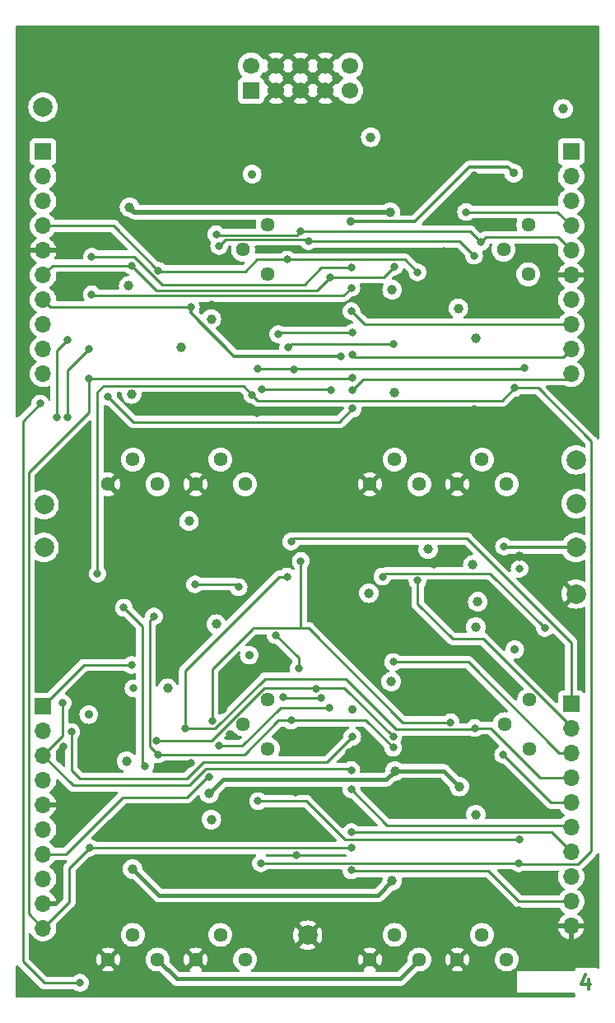
<source format=gbr>
%TF.GenerationSoftware,KiCad,Pcbnew,7.0.6*%
%TF.CreationDate,2023-08-14T18:27:38+01:00*%
%TF.ProjectId,Quadraphone_Components,51756164-7261-4706-986f-6e655f436f6d,rev?*%
%TF.SameCoordinates,Original*%
%TF.FileFunction,Copper,L4,Bot*%
%TF.FilePolarity,Positive*%
%FSLAX46Y46*%
G04 Gerber Fmt 4.6, Leading zero omitted, Abs format (unit mm)*
G04 Created by KiCad (PCBNEW 7.0.6) date 2023-08-14 18:27:38*
%MOMM*%
%LPD*%
G01*
G04 APERTURE LIST*
%ADD10C,0.300000*%
%TA.AperFunction,NonConductor*%
%ADD11C,0.300000*%
%TD*%
%TA.AperFunction,ComponentPad*%
%ADD12C,2.000000*%
%TD*%
%TA.AperFunction,ComponentPad*%
%ADD13R,1.700000X1.700000*%
%TD*%
%TA.AperFunction,ComponentPad*%
%ADD14C,1.700000*%
%TD*%
%TA.AperFunction,ComponentPad*%
%ADD15C,1.440000*%
%TD*%
%TA.AperFunction,ComponentPad*%
%ADD16O,1.700000X1.700000*%
%TD*%
%TA.AperFunction,ViaPad*%
%ADD17C,0.800000*%
%TD*%
%TA.AperFunction,ViaPad*%
%ADD18C,1.000000*%
%TD*%
%TA.AperFunction,ViaPad*%
%ADD19C,0.900000*%
%TD*%
%TA.AperFunction,Conductor*%
%ADD20C,0.500000*%
%TD*%
%TA.AperFunction,Conductor*%
%ADD21C,0.400000*%
%TD*%
%TA.AperFunction,Conductor*%
%ADD22C,0.250000*%
%TD*%
%TA.AperFunction,Conductor*%
%ADD23C,0.300000*%
%TD*%
G04 APERTURE END LIST*
D10*
D11*
X108885715Y-148178328D02*
X108885715Y-149178328D01*
X108528572Y-147606900D02*
X108171429Y-148678328D01*
X108171429Y-148678328D02*
X109100000Y-148678328D01*
D12*
%TO.P,TP7,1,1*%
%TO.N,-12V*%
X52900000Y-103700000D03*
%TD*%
%TO.P,TP1,1,1*%
%TO.N,+12V*%
X52900000Y-99300000D03*
%TD*%
%TO.P,TP5,1,1*%
%TO.N,GND*%
X107600000Y-108500000D03*
%TD*%
%TO.P,TP3,1,1*%
%TO.N,+2V5*%
X107600000Y-99200000D03*
%TD*%
%TO.P,TP2,1,1*%
%TO.N,+5V*%
X107600000Y-94700000D03*
%TD*%
D13*
%TO.P,J5,1,Pin_1*%
%TO.N,/-12V_IN*%
X74200000Y-56700000D03*
D14*
%TO.P,J5,2,Pin_2*%
X74200000Y-54160000D03*
%TO.P,J5,3,Pin_3*%
%TO.N,GND*%
X76740000Y-56700000D03*
%TO.P,J5,4,Pin_4*%
X76740000Y-54160000D03*
%TO.P,J5,5,Pin_5*%
X79280000Y-56700000D03*
%TO.P,J5,6,Pin_6*%
X79280000Y-54160000D03*
%TO.P,J5,7,Pin_7*%
X81820000Y-56700000D03*
%TO.P,J5,8,Pin_8*%
X81820000Y-54160000D03*
%TO.P,J5,9,Pin_9*%
%TO.N,/+12V_IN*%
X84360000Y-56700000D03*
%TO.P,J5,10,Pin_10*%
X84360000Y-54160000D03*
%TD*%
D12*
%TO.P,TP6,1,1*%
%TO.N,-5V*%
X52800000Y-58400000D03*
%TD*%
D15*
%TO.P,HF_Track_Trim3,1,1*%
%TO.N,GND*%
X68500000Y-146100000D03*
%TO.P,HF_Track_Trim3,2,2*%
%TO.N,Net-(HF_Track_Trim3-Pad2)*%
X71040000Y-143560000D03*
%TO.P,HF_Track_Trim3,3,3*%
%TO.N,/OSCVoice3/HF_Track*%
X73580000Y-146100000D03*
%TD*%
%TO.P,HF_Track_Trim1,1,1*%
%TO.N,GND*%
X68500000Y-97200000D03*
%TO.P,HF_Track_Trim1,2,2*%
%TO.N,Net-(HF_Track_Trim1-Pad2)*%
X71040000Y-94660000D03*
%TO.P,HF_Track_Trim1,3,3*%
%TO.N,/OSCVoice1/HF_Track*%
X73580000Y-97200000D03*
%TD*%
%TO.P,Base_Freq_Trim4,1,1*%
%TO.N,GND*%
X86400000Y-146100000D03*
%TO.P,Base_Freq_Trim4,2,2*%
%TO.N,Net-(Base_Freq_Trim4-Pad2)*%
X88940000Y-143560000D03*
%TO.P,Base_Freq_Trim4,3,3*%
%TO.N,+5V*%
X91480000Y-146100000D03*
%TD*%
%TO.P,Expo_Trim2,1*%
%TO.N,Net-(Expo_Trim2-Pad1)*%
X102700000Y-75600000D03*
%TO.P,Expo_Trim2,2*%
%TO.N,+2V5*%
X100160000Y-73060000D03*
%TO.P,Expo_Trim2,3*%
%TO.N,N/C*%
X102700000Y-70520000D03*
%TD*%
%TO.P,Base_Freq_Trim1,1,1*%
%TO.N,GND*%
X59500000Y-97200000D03*
%TO.P,Base_Freq_Trim1,2,2*%
%TO.N,Net-(Base_Freq_Trim1-Pad2)*%
X62040000Y-94660000D03*
%TO.P,Base_Freq_Trim1,3,3*%
%TO.N,+5V*%
X64580000Y-97200000D03*
%TD*%
%TO.P,Expo_Trim3,1*%
%TO.N,Net-(Expo_Trim3-Pad1)*%
X75900000Y-124425000D03*
%TO.P,Expo_Trim3,2*%
%TO.N,+2V5*%
X73360000Y-121885000D03*
%TO.P,Expo_Trim3,3*%
%TO.N,N/C*%
X75900000Y-119345000D03*
%TD*%
%TO.P,Expo_Trim4,1*%
%TO.N,Net-(Expo_Trim4-Pad1)*%
X102800000Y-124425000D03*
%TO.P,Expo_Trim4,2*%
%TO.N,+2V5*%
X100260000Y-121885000D03*
%TO.P,Expo_Trim4,3*%
%TO.N,N/C*%
X102800000Y-119345000D03*
%TD*%
D12*
%TO.P,TP8,1,1*%
%TO.N,/2.5V_Test*%
X107600000Y-103700000D03*
%TD*%
%TO.P,TP4,1,1*%
%TO.N,GND*%
X80000000Y-143600000D03*
%TD*%
D15*
%TO.P,Base_Freq_Trim2,1,1*%
%TO.N,GND*%
X86400000Y-97200000D03*
%TO.P,Base_Freq_Trim2,2,2*%
%TO.N,Net-(Base_Freq_Trim2-Pad2)*%
X88940000Y-94660000D03*
%TO.P,Base_Freq_Trim2,3,3*%
%TO.N,+5V*%
X91480000Y-97200000D03*
%TD*%
%TO.P,Expo_Trim1,1*%
%TO.N,Net-(Expo_Trim1-Pad1)*%
X75900000Y-75600000D03*
%TO.P,Expo_Trim1,2*%
%TO.N,+2V5*%
X73360000Y-73060000D03*
%TO.P,Expo_Trim1,3*%
%TO.N,N/C*%
X75900000Y-70520000D03*
%TD*%
%TO.P,Base_Freq_Trim3,1,1*%
%TO.N,GND*%
X59500000Y-146100000D03*
%TO.P,Base_Freq_Trim3,2,2*%
%TO.N,Net-(Base_Freq_Trim3-Pad2)*%
X62040000Y-143560000D03*
%TO.P,Base_Freq_Trim3,3,3*%
%TO.N,+5V*%
X64580000Y-146100000D03*
%TD*%
%TO.P,HF_Track_Trim2,1,1*%
%TO.N,GND*%
X95400000Y-97200000D03*
%TO.P,HF_Track_Trim2,2,2*%
%TO.N,Net-(HF_Track_Trim2-Pad2)*%
X97940000Y-94660000D03*
%TO.P,HF_Track_Trim2,3,3*%
%TO.N,/OSCVoice2/HF_Track*%
X100480000Y-97200000D03*
%TD*%
%TO.P,HF_Track_Trim4,1,1*%
%TO.N,GND*%
X95400000Y-146100000D03*
%TO.P,HF_Track_Trim4,2,2*%
%TO.N,Net-(HF_Track_Trim4-Pad2)*%
X97940000Y-143560000D03*
%TO.P,HF_Track_Trim4,3,3*%
%TO.N,/OSCVoice4/HF_Track*%
X100480000Y-146100000D03*
%TD*%
D13*
%TO.P,J4,1,Pin_1*%
%TO.N,/LIN_FREQ_IN*%
X107100000Y-119800000D03*
D16*
%TO.P,J4,2,Pin_2*%
%TO.N,/SOFT_SYNCH_SW*%
X107100000Y-122340000D03*
%TO.P,J4,3,Pin_3*%
%TO.N,/MIX_OUT4*%
X107100000Y-124880000D03*
%TO.P,J4,4,Pin_4*%
%TO.N,/TRIANGLE_SW*%
X107100000Y-127420000D03*
%TO.P,J4,5,Pin_5*%
%TO.N,/SYNCH_SIGNAL4*%
X107100000Y-129960000D03*
%TO.P,J4,6,Pin_6*%
%TO.N,/PWM_CV4*%
X107100000Y-132500000D03*
%TO.P,J4,7,Pin_7*%
%TO.N,/V_PER_OCT4*%
X107100000Y-135040000D03*
%TO.P,J4,8,Pin_8*%
%TO.N,/OCT_TUNE*%
X107100000Y-137580000D03*
%TO.P,J4,9,Pin_9*%
%TO.N,/FREQ_MOD4*%
X107100000Y-140120000D03*
%TO.P,J4,10,Pin_10*%
%TO.N,GND*%
X107100000Y-142660000D03*
%TD*%
D13*
%TO.P,J3,1,Pin_1*%
%TO.N,/MIX_OUT3*%
X52800000Y-120000000D03*
D16*
%TO.P,J3,2,Pin_2*%
%TO.N,/PWM_CV*%
X52800000Y-122540000D03*
%TO.P,J3,3,Pin_3*%
%TO.N,/PWM_POT*%
X52800000Y-125080000D03*
%TO.P,J3,4,Pin_4*%
%TO.N,/PWM_CV3*%
X52800000Y-127620000D03*
%TO.P,J3,5,Pin_5*%
%TO.N,GND*%
X52800000Y-130160000D03*
%TO.P,J3,6,Pin_6*%
%TO.N,/V_PER_OCT3*%
X52800000Y-132700000D03*
%TO.P,J3,7,Pin_7*%
%TO.N,/SYNCH_SIGNAL3*%
X52800000Y-135240000D03*
%TO.P,J3,8,Pin_8*%
%TO.N,/FREQ_MOD3*%
X52800000Y-137780000D03*
%TO.P,J3,9,Pin_9*%
%TO.N,GND*%
X52800000Y-140320000D03*
%TO.P,J3,10,Pin_10*%
%TO.N,/FINE_TUNE*%
X52800000Y-142860000D03*
%TD*%
D13*
%TO.P,J2,1,Pin_1*%
%TO.N,+12V*%
X107100000Y-63000000D03*
D16*
%TO.P,J2,2,Pin_2*%
%TO.N,+5V*%
X107100000Y-65540000D03*
%TO.P,J2,3,Pin_3*%
%TO.N,+2V5*%
X107100000Y-68080000D03*
%TO.P,J2,4,Pin_4*%
%TO.N,/MIX_OUT2*%
X107100000Y-70620000D03*
%TO.P,J2,5,Pin_5*%
%TO.N,/PULSE_SW*%
X107100000Y-73160000D03*
%TO.P,J2,6,Pin_6*%
%TO.N,GND*%
X107100000Y-75700000D03*
%TO.P,J2,7,Pin_7*%
%TO.N,/SYNCH_SIGNAL2*%
X107100000Y-78240000D03*
%TO.P,J2,8,Pin_8*%
%TO.N,/PWM_CV2*%
X107100000Y-80780000D03*
%TO.P,J2,9,Pin_9*%
%TO.N,/V_PER_OCT2*%
X107100000Y-83320000D03*
%TO.P,J2,10,Pin_10*%
%TO.N,/FREQ_MOD2*%
X107100000Y-85860000D03*
%TD*%
D13*
%TO.P,J1,1,Pin_1*%
%TO.N,-5V*%
X52800000Y-63000000D03*
D16*
%TO.P,J1,2,Pin_2*%
%TO.N,-12V*%
X52800000Y-65540000D03*
%TO.P,J1,3,Pin_3*%
%TO.N,/MIX_OUT1*%
X52800000Y-68080000D03*
%TO.P,J1,4,Pin_4*%
%TO.N,/HARD_SYNCH_SW*%
X52800000Y-70620000D03*
%TO.P,J1,5,Pin_5*%
%TO.N,GND*%
X52800000Y-73160000D03*
%TO.P,J1,6,Pin_6*%
%TO.N,/SAW_SW*%
X52800000Y-75700000D03*
%TO.P,J1,7,Pin_7*%
%TO.N,/SYNCH_SIGNAL1*%
X52800000Y-78240000D03*
%TO.P,J1,8,Pin_8*%
%TO.N,/PWM_CV1*%
X52800000Y-80780000D03*
%TO.P,J1,9,Pin_9*%
%TO.N,/V_PER_OCT1*%
X52800000Y-83320000D03*
%TO.P,J1,10,Pin_10*%
%TO.N,/FREQ_MOD1*%
X52800000Y-85860000D03*
%TD*%
D17*
%TO.N,GND*%
X94900000Y-126000000D03*
X51100000Y-56000000D03*
X72000000Y-122900000D03*
X59300000Y-56600000D03*
X68000000Y-125900000D03*
X95100000Y-52900000D03*
X92000000Y-113400000D03*
X97100000Y-65400000D03*
X94000000Y-73200000D03*
X80700000Y-124800000D03*
X83700000Y-112600000D03*
X75200000Y-66800000D03*
X75800000Y-115900000D03*
D18*
X101800000Y-104600000D03*
D17*
X67400000Y-72100000D03*
X74800000Y-89900000D03*
X57500000Y-57500000D03*
X84300000Y-124800000D03*
X65400000Y-64100000D03*
X101200000Y-112800000D03*
X103600000Y-52200000D03*
X66000000Y-99800000D03*
X74100000Y-106700000D03*
X97000000Y-114300000D03*
X78840145Y-135375500D03*
X97000000Y-138200000D03*
X54800000Y-69600000D03*
X70200000Y-89700000D03*
X98300000Y-121000000D03*
X65100000Y-113000000D03*
X54900000Y-124200000D03*
X75100000Y-137800000D03*
X92349312Y-64149312D03*
X97100000Y-89500000D03*
X93000000Y-105500000D03*
X78800000Y-128900000D03*
X57500000Y-117700000D03*
X70200000Y-65400000D03*
X93400000Y-51000000D03*
X97300000Y-77700000D03*
X61100000Y-58700000D03*
D18*
X100000000Y-100900000D03*
D17*
X70100000Y-78700000D03*
X70100000Y-138100000D03*
X100300000Y-61800000D03*
X91700000Y-52900000D03*
X101212299Y-88912299D03*
X90200000Y-118300000D03*
X93100000Y-108700000D03*
X108000000Y-52900000D03*
X102600000Y-64300000D03*
X63700000Y-106800000D03*
X57500000Y-75900000D03*
X101600000Y-137800000D03*
X71300000Y-120400000D03*
X74900000Y-63700000D03*
X101700000Y-141000000D03*
X72900000Y-109400000D03*
D18*
%TO.N,+2V5*%
X67000000Y-83100000D03*
X70100000Y-131700000D03*
X97300000Y-131200000D03*
X97000000Y-105500000D03*
X67800000Y-101000000D03*
X97287500Y-82187500D03*
%TO.N,+12V*%
X65600000Y-118200000D03*
X88500000Y-69200000D03*
X61700000Y-68700000D03*
D17*
X62100000Y-118200000D03*
D18*
X88600000Y-117500000D03*
%TO.N,+5V*%
X61600000Y-76800000D03*
X86300000Y-108400000D03*
X70100000Y-80200000D03*
X69891477Y-129013471D03*
X97512500Y-109300000D03*
X89000000Y-126700000D03*
X95500000Y-79100000D03*
X95600000Y-128300000D03*
X88700000Y-77200000D03*
X106268750Y-58600000D03*
X92400000Y-103900000D03*
X61400000Y-125700000D03*
D17*
%TO.N,/Start_Pulse*%
X74300000Y-88000000D03*
X101299999Y-87299998D03*
X101700000Y-136200000D03*
X58400000Y-106400000D03*
X75200000Y-136200000D03*
D18*
%TO.N,-12V*%
X61900000Y-87924500D03*
X97300000Y-111900000D03*
X62000000Y-136800000D03*
X70600000Y-111600000D03*
X88900000Y-87775500D03*
X86500000Y-61500000D03*
X88700000Y-138000000D03*
D17*
%TO.N,/LIN_FREQ_IN*%
X78300000Y-103100000D03*
%TO.N,/Linear_Frequency*%
X74900000Y-85300000D03*
X78575500Y-85367398D03*
X101800000Y-133724500D03*
X74900000Y-129800000D03*
X102300000Y-85200000D03*
%TO.N,/OSCVoice1/PWM_Control*%
X55300000Y-90300000D03*
X57500000Y-83300000D03*
%TO.N,/OSCVoice2/PWM_Control*%
X78000000Y-83100000D03*
X88800000Y-82800000D03*
D19*
%TO.N,-5V*%
X84400000Y-70200000D03*
X74300000Y-65300000D03*
X74010756Y-114789244D03*
X101300000Y-114200000D03*
X101200000Y-65200000D03*
X57499312Y-120899312D03*
X84600000Y-120400000D03*
D17*
%TO.N,/OSCVoice4/PWM_Control*%
X76700000Y-112724500D03*
X79075500Y-116179791D03*
%TO.N,/OSCVoice3/PWM_Control*%
X61100000Y-109900000D03*
X63300000Y-126200000D03*
%TO.N,/HARD_SYNCH_SW*%
X88800000Y-124300000D03*
X91300000Y-75400000D03*
X78300000Y-121500000D03*
X64652451Y-75227852D03*
X77900000Y-74100000D03*
X64200000Y-110800000D03*
X64600000Y-125000000D03*
%TO.N,/SOFT_SYNCH_SW*%
X91300000Y-107100000D03*
%TO.N,/PULSE_SW*%
X79300000Y-71200000D03*
X94700000Y-121700000D03*
X70600000Y-71500000D03*
X70185350Y-121575500D03*
X97800000Y-72300000D03*
X79300000Y-105098062D03*
%TO.N,/TRIANGLE_SW*%
X97200000Y-122300000D03*
X67400000Y-122300000D03*
X77900000Y-106700000D03*
X97125652Y-73687174D03*
X70900000Y-72700000D03*
X80100000Y-72200000D03*
%TO.N,/SAW_SW*%
X61900000Y-74700000D03*
X88800000Y-123200000D03*
X88921767Y-74824500D03*
X80875500Y-118243082D03*
X82300000Y-75900000D03*
X64481868Y-123614805D03*
%TO.N,/PWM_POT*%
X57800000Y-77675500D03*
X84500000Y-126600000D03*
X54800000Y-119700000D03*
X84500000Y-77000000D03*
%TO.N,/FINE_TUNE*%
X57500000Y-86300000D03*
X57600000Y-134600000D03*
X84600000Y-86242898D03*
X84500000Y-134600000D03*
%TO.N,/OCT_TUNE*%
X101800000Y-105900000D03*
%TO.N,/SYNCH_SIGNAL3*%
X69900000Y-127300000D03*
X82200000Y-120200000D03*
X70900000Y-124100000D03*
%TO.N,/MIX_OUT3*%
X61900000Y-115800000D03*
%TO.N,/SYNCH_SIGNAL4*%
X100108761Y-125021904D03*
%TO.N,/V_PER_OCT4*%
X84500000Y-133000000D03*
%TO.N,/FREQ_MOD4*%
X84497515Y-136924500D03*
%TO.N,/PWM_CV4*%
X84500000Y-128600000D03*
%TO.N,/MIX_OUT4*%
X88800000Y-115500000D03*
%TO.N,/SYNCH_SIGNAL1*%
X83437500Y-84037500D03*
X68000000Y-79000000D03*
%TO.N,/SYNCH_SIGNAL2*%
X87700000Y-106700000D03*
X104400000Y-112000000D03*
%TO.N,/V_PER_OCT2*%
X84600000Y-83918398D03*
%TO.N,/FREQ_MOD2*%
X84600000Y-87500000D03*
%TO.N,/PWM_CV2*%
X84500000Y-79400000D03*
%TO.N,/MIX_OUT2*%
X96300000Y-69200000D03*
%TO.N,/PWM_CV*%
X84524500Y-74900000D03*
X55700000Y-122700000D03*
X57800000Y-73800000D03*
X84600000Y-123200000D03*
%TO.N,/OSCVoice1/Soft_Synch*%
X82374001Y-87500000D03*
X75300000Y-87400000D03*
%TO.N,/OSCVoice3/Soft_Synch*%
X77500000Y-119100000D03*
X81400000Y-119200000D03*
%TO.N,/OSCVoice1/PWM_Opamp_Mix*%
X54200000Y-90300000D03*
X55300000Y-82400000D03*
%TO.N,/OSCVoice2/PWM_Opamp_Mix*%
X76963756Y-81763756D03*
X84600000Y-81600000D03*
%TO.N,/OSCVoice4/PWM_Opamp_Mix*%
X68424500Y-107500000D03*
X72900000Y-107800000D03*
%TO.N,/2.5V_Test*%
X100200000Y-103600000D03*
%TO.N,/Oct_Buff*%
X84643082Y-89424500D03*
X59500000Y-88200000D03*
X56600000Y-148500000D03*
X52500000Y-88900000D03*
%TD*%
D20*
%TO.N,+12V*%
X62200000Y-69200000D02*
X61700000Y-68700000D01*
X88500000Y-69200000D02*
X62200000Y-69200000D01*
D21*
%TO.N,+5V*%
X91480000Y-146100000D02*
X89480000Y-148100000D01*
X66580000Y-148100000D02*
X64580000Y-146100000D01*
X94000000Y-126700000D02*
X89000000Y-126700000D01*
X88100000Y-127600000D02*
X71304948Y-127600000D01*
X71304948Y-127600000D02*
X69891477Y-129013471D01*
X89000000Y-126700000D02*
X88100000Y-127600000D01*
X95600000Y-128300000D02*
X94000000Y-126700000D01*
X66580000Y-148100000D02*
X89480000Y-148100000D01*
D22*
%TO.N,/Start_Pulse*%
X101700000Y-136200000D02*
X101800000Y-136300000D01*
X59000500Y-87099500D02*
X58400000Y-87700000D01*
X99999997Y-88600000D02*
X101299999Y-87299998D01*
X101700000Y-136200000D02*
X75200000Y-136200000D01*
X109200000Y-92800000D02*
X103699998Y-87299998D01*
X101800000Y-136300000D02*
X107800000Y-136300000D01*
X74300000Y-88000000D02*
X73399500Y-87099500D01*
X103699998Y-87299998D02*
X101299999Y-87299998D01*
X109200000Y-134900000D02*
X109200000Y-92800000D01*
X74900000Y-88600000D02*
X99999997Y-88600000D01*
X74300000Y-88000000D02*
X74900000Y-88600000D01*
X73399500Y-87099500D02*
X59000500Y-87099500D01*
X107800000Y-136300000D02*
X109200000Y-134900000D01*
X58400000Y-87700000D02*
X58400000Y-106400000D01*
D21*
%TO.N,-12V*%
X87200000Y-139500000D02*
X88700000Y-138000000D01*
X62000000Y-136800000D02*
X64700000Y-139500000D01*
X64700000Y-139500000D02*
X87200000Y-139500000D01*
D22*
%TO.N,/LIN_FREQ_IN*%
X107100000Y-119800000D02*
X107100000Y-113500000D01*
X96400000Y-102800000D02*
X78600000Y-102800000D01*
X78600000Y-102800000D02*
X78300000Y-103100000D01*
X107100000Y-113500000D02*
X96400000Y-102800000D01*
%TO.N,/Linear_Frequency*%
X78508102Y-85300000D02*
X78575500Y-85367398D01*
X83850499Y-133750499D02*
X101774001Y-133750499D01*
X74900000Y-129800000D02*
X79900000Y-129800000D01*
X101774001Y-133750499D02*
X101800000Y-133724500D01*
X79900000Y-129800000D02*
X83850499Y-133750499D01*
X102100000Y-85300000D02*
X102200000Y-85200000D01*
X78775500Y-85300000D02*
X102100000Y-85300000D01*
X74900000Y-85300000D02*
X78508102Y-85300000D01*
%TO.N,/OSCVoice1/PWM_Control*%
X57500000Y-83300000D02*
X55300000Y-85500000D01*
X55300000Y-85500000D02*
X55300000Y-90300000D01*
%TO.N,/OSCVoice2/PWM_Control*%
X78300000Y-82800000D02*
X78000000Y-83100000D01*
X88800000Y-82800000D02*
X78300000Y-82800000D01*
D23*
%TO.N,-5V*%
X100600000Y-64600000D02*
X101200000Y-65200000D01*
X96600000Y-64600000D02*
X100600000Y-64600000D01*
X84400000Y-70200000D02*
X91000000Y-70200000D01*
X91000000Y-70200000D02*
X96600000Y-64600000D01*
D22*
%TO.N,/OSCVoice4/PWM_Control*%
X76724500Y-112724500D02*
X76700000Y-112724500D01*
X79075500Y-115075500D02*
X76724500Y-112724500D01*
X79075500Y-116179791D02*
X79075500Y-115075500D01*
%TO.N,/OSCVoice3/PWM_Control*%
X61100000Y-109900000D02*
X63000000Y-111800000D01*
X63000000Y-111800000D02*
X63000000Y-125900000D01*
X63000000Y-125900000D02*
X63300000Y-126200000D01*
%TO.N,/HARD_SYNCH_SW*%
X77000000Y-121500000D02*
X73500000Y-125000000D01*
X88800000Y-124300000D02*
X86000000Y-121500000D01*
X63757368Y-111242632D02*
X63757368Y-124157368D01*
X74800000Y-74100000D02*
X77900000Y-74100000D01*
X74800000Y-74100000D02*
X73600000Y-75300000D01*
X64724599Y-75300000D02*
X64652451Y-75227852D01*
X52820000Y-70600000D02*
X52800000Y-70620000D01*
X78100000Y-74100000D02*
X90000000Y-74100000D01*
X73500000Y-125000000D02*
X64600000Y-125000000D01*
X91300000Y-75400000D02*
X90000000Y-74100000D01*
X60024599Y-70600000D02*
X52820000Y-70600000D01*
X64652451Y-75227852D02*
X60024599Y-70600000D01*
X63757368Y-124157368D02*
X64600000Y-125000000D01*
X78500000Y-121500000D02*
X86000000Y-121500000D01*
X78300000Y-121500000D02*
X77000000Y-121500000D01*
X64200000Y-110800000D02*
X63757368Y-111242632D01*
X73600000Y-75300000D02*
X64724599Y-75300000D01*
%TO.N,/SOFT_SYNCH_SW*%
X91300000Y-109500000D02*
X91300000Y-107100000D01*
X98032854Y-113100000D02*
X94900000Y-113100000D01*
X107100000Y-122167146D02*
X98032854Y-113100000D01*
X107100000Y-122340000D02*
X107100000Y-122167146D01*
X94900000Y-113100000D02*
X91300000Y-109500000D01*
%TO.N,/PULSE_SW*%
X74400000Y-112000000D02*
X74350000Y-112050000D01*
X96700000Y-71200000D02*
X79300000Y-71200000D01*
X70600000Y-71500000D02*
X70665499Y-71565499D01*
X79400000Y-112000000D02*
X80100000Y-112000000D01*
X79400000Y-112000000D02*
X79300000Y-111900000D01*
X98300000Y-71800000D02*
X105740000Y-71800000D01*
X78934501Y-71565499D02*
X79300000Y-71200000D01*
X70185350Y-116214650D02*
X74350000Y-112050000D01*
X70185350Y-121575500D02*
X70185350Y-116214650D01*
X80100000Y-112000000D02*
X89800000Y-121700000D01*
X79300000Y-111900000D02*
X79300000Y-105098062D01*
X89800000Y-121700000D02*
X94700000Y-121700000D01*
X97800000Y-72300000D02*
X96700000Y-71200000D01*
X97800000Y-72300000D02*
X98300000Y-71800000D01*
X70665499Y-71565499D02*
X78934501Y-71565499D01*
X105740000Y-71800000D02*
X107100000Y-73160000D01*
X74400000Y-112000000D02*
X79400000Y-112000000D01*
%TO.N,/TRIANGLE_SW*%
X107100000Y-127420000D02*
X103920000Y-127420000D01*
X75600000Y-117200000D02*
X70500000Y-122300000D01*
X103920000Y-127420000D02*
X98800000Y-122300000D01*
X83900000Y-117200000D02*
X75600000Y-117200000D01*
X77100000Y-106700000D02*
X67400000Y-116400000D01*
X70500000Y-122300000D02*
X67400000Y-122300000D01*
X95638478Y-72200000D02*
X80400000Y-72200000D01*
X67400000Y-116400000D02*
X67400000Y-122300000D01*
X80100000Y-72200000D02*
X79915000Y-72015000D01*
X97125652Y-73687174D02*
X95638478Y-72200000D01*
X97200000Y-122300000D02*
X97075500Y-122424500D01*
X79915000Y-72015000D02*
X71585000Y-72015000D01*
X89124500Y-122424500D02*
X83900000Y-117200000D01*
X97075500Y-122424500D02*
X89124500Y-122424500D01*
X71585000Y-72015000D02*
X70900000Y-72700000D01*
X98800000Y-122300000D02*
X97200000Y-122300000D01*
X77900000Y-106700000D02*
X77100000Y-106700000D01*
%TO.N,/SAW_SW*%
X64445000Y-77245000D02*
X80955000Y-77245000D01*
X75550000Y-118200000D02*
X70150000Y-123600000D01*
X80955000Y-77245000D02*
X82300000Y-75900000D01*
X64496673Y-123600000D02*
X64481868Y-123614805D01*
X61900000Y-74700000D02*
X53800000Y-74700000D01*
X53800000Y-74700000D02*
X52800000Y-75700000D01*
X83800000Y-118200000D02*
X75550000Y-118200000D01*
X88921767Y-74824500D02*
X87846267Y-75900000D01*
X61900000Y-74700000D02*
X64445000Y-77245000D01*
X70150000Y-123600000D02*
X64496673Y-123600000D01*
X88800000Y-123200000D02*
X83800000Y-118200000D01*
X87846267Y-75900000D02*
X82300000Y-75900000D01*
%TO.N,/PWM_POT*%
X69500000Y-126500000D02*
X84400000Y-126500000D01*
X57924500Y-77800000D02*
X57800000Y-77675500D01*
X84500000Y-77000000D02*
X83700000Y-77800000D01*
X52800000Y-125080000D02*
X54800000Y-123080000D01*
X52800000Y-125080000D02*
X55920000Y-128200000D01*
X54800000Y-123080000D02*
X54800000Y-119700000D01*
X67800000Y-128200000D02*
X69500000Y-126500000D01*
X84400000Y-126500000D02*
X84500000Y-126600000D01*
X83700000Y-77800000D02*
X57924500Y-77800000D01*
X55920000Y-128200000D02*
X67800000Y-128200000D01*
%TO.N,/FINE_TUNE*%
X51300000Y-141360000D02*
X51300000Y-96000000D01*
X57600000Y-134600000D02*
X55500000Y-136700000D01*
X55500000Y-140160000D02*
X52800000Y-142860000D01*
X55500000Y-136700000D02*
X55500000Y-140160000D01*
X57500000Y-89800000D02*
X57500000Y-86300000D01*
X57600000Y-134600000D02*
X84500000Y-134600000D01*
X52800000Y-142860000D02*
X51300000Y-141360000D01*
X84542898Y-86300000D02*
X84600000Y-86242898D01*
X57500000Y-86300000D02*
X84542898Y-86300000D01*
X51300000Y-96000000D02*
X57500000Y-89800000D01*
%TO.N,/SYNCH_SIGNAL3*%
X52800000Y-135240000D02*
X55160000Y-135240000D01*
X67600000Y-129400000D02*
X69700000Y-127300000D01*
X69700000Y-127300000D02*
X69900000Y-127300000D01*
X55160000Y-135240000D02*
X61000000Y-129400000D01*
X73300000Y-124100000D02*
X70900000Y-124100000D01*
X77200000Y-120200000D02*
X73300000Y-124100000D01*
X61000000Y-129400000D02*
X67600000Y-129400000D01*
X82200000Y-120200000D02*
X77200000Y-120200000D01*
%TO.N,/MIX_OUT3*%
X52800000Y-120000000D02*
X57000000Y-115800000D01*
X57000000Y-115800000D02*
X61900000Y-115800000D01*
%TO.N,/SYNCH_SIGNAL4*%
X107100000Y-129960000D02*
X105046857Y-129960000D01*
X105046857Y-129960000D02*
X100108761Y-125021904D01*
%TO.N,/V_PER_OCT4*%
X107100000Y-135040000D02*
X105060000Y-133000000D01*
X105060000Y-133000000D02*
X84500000Y-133000000D01*
%TO.N,/FREQ_MOD4*%
X84573015Y-137000000D02*
X84497515Y-136924500D01*
X101720000Y-140120000D02*
X98600000Y-137000000D01*
X98600000Y-137000000D02*
X84573015Y-137000000D01*
X107100000Y-140120000D02*
X101720000Y-140120000D01*
%TO.N,/PWM_CV4*%
X106900000Y-132300000D02*
X88200000Y-132300000D01*
X107100000Y-132500000D02*
X106900000Y-132300000D01*
X88200000Y-132300000D02*
X84500000Y-128600000D01*
%TO.N,/MIX_OUT4*%
X107100000Y-124880000D02*
X105897919Y-124880000D01*
X96517919Y-115500000D02*
X88800000Y-115500000D01*
X105897919Y-124880000D02*
X96517919Y-115500000D01*
D23*
%TO.N,/SYNCH_SIGNAL1*%
X68000000Y-79600000D02*
X72437500Y-84037500D01*
X68000000Y-79000000D02*
X68000000Y-79600000D01*
D22*
X53560000Y-79000000D02*
X68000000Y-79000000D01*
D23*
X72437500Y-84037500D02*
X83437500Y-84037500D01*
D22*
X52800000Y-78240000D02*
X53560000Y-79000000D01*
%TO.N,/SYNCH_SIGNAL2*%
X104400000Y-112000000D02*
X98775500Y-106375500D01*
X88024500Y-106375500D02*
X87700000Y-106700000D01*
X98775500Y-106375500D02*
X88024500Y-106375500D01*
%TO.N,/V_PER_OCT2*%
X106250000Y-84170000D02*
X84851602Y-84170000D01*
X107100000Y-83320000D02*
X106250000Y-84170000D01*
X84851602Y-84170000D02*
X84600000Y-83918398D01*
%TO.N,/FREQ_MOD2*%
X106560000Y-86400000D02*
X85700000Y-86400000D01*
X107100000Y-85860000D02*
X106560000Y-86400000D01*
X85700000Y-86400000D02*
X84600000Y-87500000D01*
%TO.N,/PWM_CV2*%
X85880000Y-80780000D02*
X84500000Y-79400000D01*
X107100000Y-80780000D02*
X85880000Y-80780000D01*
%TO.N,/MIX_OUT2*%
X105680000Y-69200000D02*
X107100000Y-70620000D01*
X96300000Y-69200000D02*
X105680000Y-69200000D01*
%TO.N,/PWM_CV*%
X81400000Y-74900000D02*
X79655000Y-76645000D01*
X67600000Y-127500000D02*
X56600000Y-127500000D01*
X84600000Y-123200000D02*
X82000000Y-125800000D01*
X82000000Y-125800000D02*
X69300000Y-125800000D01*
X79655000Y-76645000D02*
X65045000Y-76645000D01*
X84524500Y-74900000D02*
X81400000Y-74900000D01*
X69300000Y-125800000D02*
X67600000Y-127500000D01*
X56600000Y-127500000D02*
X55700000Y-126600000D01*
X62200000Y-73800000D02*
X57800000Y-73800000D01*
X55700000Y-126600000D02*
X55700000Y-122700000D01*
X65045000Y-76645000D02*
X62200000Y-73800000D01*
%TO.N,/OSCVoice1/Soft_Synch*%
X75300000Y-87400000D02*
X82274001Y-87400000D01*
X82274001Y-87400000D02*
X82374001Y-87500000D01*
%TO.N,/OSCVoice3/Soft_Synch*%
X77600000Y-119200000D02*
X77500000Y-119100000D01*
X81400000Y-119200000D02*
X77600000Y-119200000D01*
%TO.N,/OSCVoice1/PWM_Opamp_Mix*%
X54200000Y-83500000D02*
X55300000Y-82400000D01*
X54200000Y-90300000D02*
X54200000Y-83500000D01*
%TO.N,/OSCVoice2/PWM_Opamp_Mix*%
X77127512Y-81600000D02*
X76963756Y-81763756D01*
X84600000Y-81600000D02*
X77127512Y-81600000D01*
%TO.N,/OSCVoice4/PWM_Opamp_Mix*%
X68424500Y-107500000D02*
X72600000Y-107500000D01*
X72600000Y-107500000D02*
X72900000Y-107800000D01*
D23*
%TO.N,/2.5V_Test*%
X100300000Y-103700000D02*
X107600000Y-103700000D01*
X100200000Y-103600000D02*
X100300000Y-103700000D01*
D22*
%TO.N,/Oct_Buff*%
X52900000Y-148500000D02*
X56600000Y-148500000D01*
X62100000Y-90800000D02*
X83267582Y-90800000D01*
X50700000Y-146300000D02*
X52900000Y-148500000D01*
X83267582Y-90800000D02*
X84643082Y-89424500D01*
X50700000Y-90700000D02*
X50700000Y-146300000D01*
X59500000Y-88200000D02*
X62100000Y-90800000D01*
X50700000Y-90700000D02*
X52500000Y-88900000D01*
%TD*%
%TA.AperFunction,Conductor*%
%TO.N,GND*%
G36*
X109939483Y-135148676D02*
G01*
X109987042Y-135201390D01*
X109999500Y-135256018D01*
X109999500Y-146888255D01*
X109979498Y-146956376D01*
X109925842Y-147002869D01*
X109855568Y-147012973D01*
X109790988Y-146983479D01*
X109784405Y-146977350D01*
X109758501Y-146951446D01*
X109758500Y-146951446D01*
X107512929Y-146951446D01*
X107512929Y-147174000D01*
X107492927Y-147242121D01*
X107439271Y-147288614D01*
X107386929Y-147300000D01*
X101500000Y-147300000D01*
X101500000Y-149500000D01*
X107386929Y-149500000D01*
X107455050Y-149520002D01*
X107501543Y-149573658D01*
X107512929Y-149626000D01*
X107512929Y-149873500D01*
X107492927Y-149941621D01*
X107439271Y-149988114D01*
X107386929Y-149999500D01*
X50126500Y-149999500D01*
X50058379Y-149979498D01*
X50011886Y-149925842D01*
X50000500Y-149873500D01*
X50000500Y-146802782D01*
X50020502Y-146734661D01*
X50074158Y-146688168D01*
X50144432Y-146678064D01*
X50209012Y-146707558D01*
X50228435Y-146728721D01*
X50234528Y-146737107D01*
X50262794Y-146760491D01*
X50270886Y-146767185D01*
X50275267Y-146771171D01*
X52004095Y-148500000D01*
X52392755Y-148888660D01*
X52402723Y-148901102D01*
X52402951Y-148900914D01*
X52407998Y-148907015D01*
X52408000Y-148907018D01*
X52408002Y-148907020D01*
X52408003Y-148907021D01*
X52459079Y-148954983D01*
X52480224Y-148976130D01*
X52480228Y-148976133D01*
X52480230Y-148976135D01*
X52485782Y-148980442D01*
X52490269Y-148984273D01*
X52512959Y-149005581D01*
X52524677Y-149016585D01*
X52524679Y-149016586D01*
X52542428Y-149026343D01*
X52558953Y-149037198D01*
X52574959Y-149049614D01*
X52616686Y-149067670D01*
X52618262Y-149068352D01*
X52623583Y-149070958D01*
X52664940Y-149093695D01*
X52664948Y-149093697D01*
X52684558Y-149098732D01*
X52703267Y-149105137D01*
X52721855Y-149113181D01*
X52768477Y-149120564D01*
X52774262Y-149121763D01*
X52819970Y-149133500D01*
X52840224Y-149133500D01*
X52859934Y-149135051D01*
X52862141Y-149135400D01*
X52879943Y-149138220D01*
X52913870Y-149135012D01*
X52926917Y-149133780D01*
X52932850Y-149133500D01*
X55891800Y-149133500D01*
X55959921Y-149153502D01*
X55985437Y-149175190D01*
X55988747Y-149178866D01*
X56143248Y-149291118D01*
X56317712Y-149368794D01*
X56504513Y-149408500D01*
X56695487Y-149408500D01*
X56882288Y-149368794D01*
X57056752Y-149291118D01*
X57211253Y-149178866D01*
X57252101Y-149133500D01*
X57339034Y-149036951D01*
X57339035Y-149036949D01*
X57339040Y-149036944D01*
X57434527Y-148871556D01*
X57493542Y-148689928D01*
X57513504Y-148500000D01*
X57493542Y-148310072D01*
X57434527Y-148128444D01*
X57339040Y-147963056D01*
X57339038Y-147963054D01*
X57339034Y-147963048D01*
X57211255Y-147821135D01*
X57056752Y-147708882D01*
X56882288Y-147631206D01*
X56695487Y-147591500D01*
X56504513Y-147591500D01*
X56317711Y-147631206D01*
X56143247Y-147708882D01*
X55988747Y-147821133D01*
X55985437Y-147824810D01*
X55924991Y-147862050D01*
X55891800Y-147866500D01*
X53214594Y-147866500D01*
X53146473Y-147846498D01*
X53125499Y-147829595D01*
X51395905Y-146100000D01*
X58267309Y-146100000D01*
X58286036Y-146314052D01*
X58341648Y-146521603D01*
X58341650Y-146521607D01*
X58432459Y-146716347D01*
X58470340Y-146770447D01*
X59101272Y-146139515D01*
X59114835Y-146225148D01*
X59172359Y-146338045D01*
X59261955Y-146427641D01*
X59374852Y-146485165D01*
X59460482Y-146498727D01*
X58829551Y-147129659D01*
X58829551Y-147129660D01*
X58883650Y-147167540D01*
X59078391Y-147258349D01*
X59078396Y-147258351D01*
X59285947Y-147313963D01*
X59500000Y-147332690D01*
X59714052Y-147313963D01*
X59921603Y-147258351D01*
X59921608Y-147258349D01*
X60116345Y-147167542D01*
X60170447Y-147129659D01*
X60170447Y-147129658D01*
X59539517Y-146498727D01*
X59625148Y-146485165D01*
X59738045Y-146427641D01*
X59827641Y-146338045D01*
X59885165Y-146225148D01*
X59898727Y-146139516D01*
X60529658Y-146770447D01*
X60529659Y-146770447D01*
X60567542Y-146716345D01*
X60658349Y-146521608D01*
X60658351Y-146521603D01*
X60713963Y-146314052D01*
X60732690Y-146100000D01*
X63346807Y-146100000D01*
X63359047Y-146239909D01*
X63365542Y-146314141D01*
X63421177Y-146521774D01*
X63421179Y-146521780D01*
X63512024Y-146716597D01*
X63524672Y-146734661D01*
X63635319Y-146892681D01*
X63787319Y-147044681D01*
X63963403Y-147167976D01*
X64158223Y-147258822D01*
X64365858Y-147314458D01*
X64580000Y-147333193D01*
X64734092Y-147319711D01*
X64803695Y-147333700D01*
X64834167Y-147356137D01*
X66062533Y-148584503D01*
X66065119Y-148587249D01*
X66106727Y-148634215D01*
X66158348Y-148669846D01*
X66161395Y-148672088D01*
X66210774Y-148710775D01*
X66220070Y-148714958D01*
X66239935Y-148726163D01*
X66248320Y-148731951D01*
X66248322Y-148731952D01*
X66248325Y-148731954D01*
X66248329Y-148731955D01*
X66248332Y-148731957D01*
X66274459Y-148741865D01*
X66306963Y-148754192D01*
X66310473Y-148755646D01*
X66367671Y-148781389D01*
X66377704Y-148783227D01*
X66399668Y-148789351D01*
X66409196Y-148792964D01*
X66409199Y-148792965D01*
X66471478Y-148800527D01*
X66475182Y-148801090D01*
X66536907Y-148812402D01*
X66599511Y-148808614D01*
X66603315Y-148808500D01*
X89456685Y-148808500D01*
X89460488Y-148808614D01*
X89523093Y-148812402D01*
X89584812Y-148801091D01*
X89588525Y-148800526D01*
X89650801Y-148792965D01*
X89660330Y-148789350D01*
X89682304Y-148783226D01*
X89692329Y-148781389D01*
X89749552Y-148755634D01*
X89753009Y-148754202D01*
X89811675Y-148731954D01*
X89820066Y-148726161D01*
X89839922Y-148714961D01*
X89849226Y-148710775D01*
X89898636Y-148672063D01*
X89901621Y-148669867D01*
X89953273Y-148634215D01*
X89994896Y-148587231D01*
X89997449Y-148584519D01*
X91225833Y-147356135D01*
X91288143Y-147322111D01*
X91325903Y-147319711D01*
X91480000Y-147333193D01*
X91694142Y-147314458D01*
X91901777Y-147258822D01*
X92096597Y-147167976D01*
X92272681Y-147044681D01*
X92424681Y-146892681D01*
X92547976Y-146716597D01*
X92638822Y-146521777D01*
X92694458Y-146314142D01*
X92713193Y-146100000D01*
X92713193Y-146099999D01*
X94167309Y-146099999D01*
X94186036Y-146314052D01*
X94241648Y-146521603D01*
X94241650Y-146521607D01*
X94332459Y-146716347D01*
X94370340Y-146770448D01*
X95001272Y-146139515D01*
X95014835Y-146225148D01*
X95072359Y-146338045D01*
X95161955Y-146427641D01*
X95274852Y-146485165D01*
X95360482Y-146498727D01*
X94729551Y-147129659D01*
X94729551Y-147129660D01*
X94783650Y-147167540D01*
X94978391Y-147258349D01*
X94978396Y-147258351D01*
X95185947Y-147313963D01*
X95400000Y-147332690D01*
X95614052Y-147313963D01*
X95821603Y-147258351D01*
X95821608Y-147258349D01*
X96016345Y-147167542D01*
X96070447Y-147129659D01*
X96070447Y-147129658D01*
X95439517Y-146498727D01*
X95525148Y-146485165D01*
X95638045Y-146427641D01*
X95727641Y-146338045D01*
X95785165Y-146225148D01*
X95798727Y-146139516D01*
X96429658Y-146770447D01*
X96429659Y-146770447D01*
X96467542Y-146716345D01*
X96558349Y-146521608D01*
X96558351Y-146521603D01*
X96613963Y-146314052D01*
X96632690Y-146100000D01*
X99246807Y-146100000D01*
X99259048Y-146239909D01*
X99265542Y-146314141D01*
X99321177Y-146521774D01*
X99321179Y-146521780D01*
X99412024Y-146716597D01*
X99424672Y-146734661D01*
X99535319Y-146892681D01*
X99687319Y-147044681D01*
X99863403Y-147167976D01*
X100058223Y-147258822D01*
X100265858Y-147314458D01*
X100480000Y-147333193D01*
X100694142Y-147314458D01*
X100901777Y-147258822D01*
X101096597Y-147167976D01*
X101272681Y-147044681D01*
X101424681Y-146892681D01*
X101547976Y-146716597D01*
X101638822Y-146521777D01*
X101694458Y-146314142D01*
X101713193Y-146100000D01*
X101694458Y-145885858D01*
X101638822Y-145678223D01*
X101547976Y-145483404D01*
X101547975Y-145483403D01*
X101547974Y-145483400D01*
X101424685Y-145307323D01*
X101424682Y-145307320D01*
X101424675Y-145307313D01*
X101272681Y-145155319D01*
X101211760Y-145112662D01*
X101096597Y-145032024D01*
X100901780Y-144941179D01*
X100901774Y-144941177D01*
X100814019Y-144917663D01*
X100694142Y-144885542D01*
X100480000Y-144866807D01*
X100265858Y-144885542D01*
X100058225Y-144941177D01*
X100058220Y-144941179D01*
X99863400Y-145032025D01*
X99687323Y-145155314D01*
X99687313Y-145155323D01*
X99535323Y-145307313D01*
X99535314Y-145307323D01*
X99412025Y-145483400D01*
X99321179Y-145678220D01*
X99321177Y-145678225D01*
X99295954Y-145772359D01*
X99265542Y-145885858D01*
X99246807Y-146100000D01*
X96632690Y-146100000D01*
X96632690Y-146099999D01*
X96613963Y-145885947D01*
X96558351Y-145678396D01*
X96558349Y-145678392D01*
X96467542Y-145483655D01*
X96429658Y-145429552D01*
X96429656Y-145429552D01*
X95798727Y-146060481D01*
X95785165Y-145974852D01*
X95727641Y-145861955D01*
X95638045Y-145772359D01*
X95525148Y-145714835D01*
X95439515Y-145701272D01*
X96070447Y-145070340D01*
X96016347Y-145032459D01*
X95821607Y-144941650D01*
X95821603Y-144941648D01*
X95614052Y-144886036D01*
X95400000Y-144867309D01*
X95185947Y-144886036D01*
X94978396Y-144941648D01*
X94978392Y-144941650D01*
X94783651Y-145032459D01*
X94729552Y-145070339D01*
X94729552Y-145070340D01*
X95360484Y-145701272D01*
X95274852Y-145714835D01*
X95161955Y-145772359D01*
X95072359Y-145861955D01*
X95014835Y-145974852D01*
X95001272Y-146060482D01*
X94370340Y-145429552D01*
X94370339Y-145429552D01*
X94332459Y-145483651D01*
X94241650Y-145678392D01*
X94241648Y-145678396D01*
X94186036Y-145885947D01*
X94167309Y-146099999D01*
X92713193Y-146099999D01*
X92694458Y-145885858D01*
X92638822Y-145678223D01*
X92547976Y-145483404D01*
X92547975Y-145483403D01*
X92547974Y-145483400D01*
X92424685Y-145307323D01*
X92424682Y-145307320D01*
X92424675Y-145307313D01*
X92272681Y-145155319D01*
X92211760Y-145112662D01*
X92096597Y-145032024D01*
X91901780Y-144941179D01*
X91901774Y-144941177D01*
X91814019Y-144917663D01*
X91694142Y-144885542D01*
X91480000Y-144866807D01*
X91265858Y-144885542D01*
X91058225Y-144941177D01*
X91058220Y-144941179D01*
X90863400Y-145032025D01*
X90687323Y-145155314D01*
X90687313Y-145155323D01*
X90535323Y-145307313D01*
X90535314Y-145307323D01*
X90412025Y-145483400D01*
X90321179Y-145678220D01*
X90321177Y-145678225D01*
X90265542Y-145885858D01*
X90246807Y-146100001D01*
X90260287Y-146254092D01*
X90246297Y-146323696D01*
X90223861Y-146354167D01*
X89223433Y-147354596D01*
X89161123Y-147388620D01*
X89134340Y-147391500D01*
X87096122Y-147391500D01*
X87028001Y-147371498D01*
X86981508Y-147317842D01*
X86971404Y-147247568D01*
X87000898Y-147182988D01*
X87023851Y-147162287D01*
X87070447Y-147129659D01*
X87070447Y-147129658D01*
X86439517Y-146498727D01*
X86525148Y-146485165D01*
X86638045Y-146427641D01*
X86727641Y-146338045D01*
X86785165Y-146225148D01*
X86798727Y-146139516D01*
X87429658Y-146770447D01*
X87429659Y-146770447D01*
X87467542Y-146716345D01*
X87558349Y-146521608D01*
X87558351Y-146521603D01*
X87613963Y-146314052D01*
X87632690Y-146099999D01*
X87613963Y-145885947D01*
X87558351Y-145678396D01*
X87558349Y-145678392D01*
X87467542Y-145483655D01*
X87429658Y-145429552D01*
X87429656Y-145429552D01*
X86798727Y-146060481D01*
X86785165Y-145974852D01*
X86727641Y-145861955D01*
X86638045Y-145772359D01*
X86525148Y-145714835D01*
X86439515Y-145701272D01*
X87070447Y-145070340D01*
X87016347Y-145032459D01*
X86821607Y-144941650D01*
X86821603Y-144941648D01*
X86614052Y-144886036D01*
X86400000Y-144867309D01*
X86185947Y-144886036D01*
X85978396Y-144941648D01*
X85978392Y-144941650D01*
X85783651Y-145032459D01*
X85729552Y-145070339D01*
X85729552Y-145070340D01*
X86360484Y-145701272D01*
X86274852Y-145714835D01*
X86161955Y-145772359D01*
X86072359Y-145861955D01*
X86014835Y-145974852D01*
X86001272Y-146060484D01*
X85370340Y-145429552D01*
X85370339Y-145429552D01*
X85332459Y-145483651D01*
X85241650Y-145678392D01*
X85241648Y-145678396D01*
X85186036Y-145885947D01*
X85167309Y-146099999D01*
X85186036Y-146314052D01*
X85241648Y-146521603D01*
X85241650Y-146521607D01*
X85332459Y-146716347D01*
X85370340Y-146770447D01*
X86001272Y-146139515D01*
X86014835Y-146225148D01*
X86072359Y-146338045D01*
X86161955Y-146427641D01*
X86274852Y-146485165D01*
X86360482Y-146498727D01*
X85729551Y-147129659D01*
X85729551Y-147129660D01*
X85776148Y-147162287D01*
X85820477Y-147217744D01*
X85827786Y-147288363D01*
X85795756Y-147351723D01*
X85734555Y-147387709D01*
X85703878Y-147391500D01*
X74276993Y-147391500D01*
X74208872Y-147371498D01*
X74162379Y-147317842D01*
X74152275Y-147247568D01*
X74181769Y-147182988D01*
X74204722Y-147162287D01*
X74251321Y-147129658D01*
X74372681Y-147044681D01*
X74524681Y-146892681D01*
X74647976Y-146716597D01*
X74738822Y-146521777D01*
X74794458Y-146314142D01*
X74813193Y-146100000D01*
X74794458Y-145885858D01*
X74738822Y-145678223D01*
X74647976Y-145483404D01*
X74647975Y-145483403D01*
X74647974Y-145483400D01*
X74524685Y-145307323D01*
X74524682Y-145307320D01*
X74524675Y-145307313D01*
X74372681Y-145155319D01*
X74311760Y-145112662D01*
X74196597Y-145032024D01*
X74001780Y-144941179D01*
X74001774Y-144941177D01*
X73914019Y-144917663D01*
X73794142Y-144885542D01*
X73580000Y-144866807D01*
X73365858Y-144885542D01*
X73158225Y-144941177D01*
X73158220Y-144941179D01*
X72963400Y-145032025D01*
X72787323Y-145155314D01*
X72787313Y-145155323D01*
X72635323Y-145307313D01*
X72635314Y-145307323D01*
X72512025Y-145483400D01*
X72421179Y-145678220D01*
X72421177Y-145678225D01*
X72395954Y-145772359D01*
X72365542Y-145885858D01*
X72346807Y-146100000D01*
X72359047Y-146239909D01*
X72365542Y-146314141D01*
X72421177Y-146521774D01*
X72421179Y-146521780D01*
X72512024Y-146716597D01*
X72524672Y-146734661D01*
X72635319Y-146892681D01*
X72787319Y-147044681D01*
X72787322Y-147044683D01*
X72955278Y-147162287D01*
X72999606Y-147217744D01*
X73006915Y-147288363D01*
X72974885Y-147351724D01*
X72913683Y-147387709D01*
X72883007Y-147391500D01*
X69196122Y-147391500D01*
X69128001Y-147371498D01*
X69081508Y-147317842D01*
X69071404Y-147247568D01*
X69100898Y-147182988D01*
X69123851Y-147162287D01*
X69170447Y-147129659D01*
X69170447Y-147129658D01*
X68539517Y-146498727D01*
X68625148Y-146485165D01*
X68738045Y-146427641D01*
X68827641Y-146338045D01*
X68885165Y-146225148D01*
X68898727Y-146139517D01*
X69529658Y-146770447D01*
X69529659Y-146770447D01*
X69567542Y-146716345D01*
X69658349Y-146521608D01*
X69658351Y-146521603D01*
X69713963Y-146314052D01*
X69732690Y-146100000D01*
X69713963Y-145885947D01*
X69658351Y-145678396D01*
X69658349Y-145678392D01*
X69567542Y-145483655D01*
X69529658Y-145429552D01*
X69529656Y-145429552D01*
X68898726Y-146060481D01*
X68885165Y-145974852D01*
X68827641Y-145861955D01*
X68738045Y-145772359D01*
X68625148Y-145714835D01*
X68539515Y-145701272D01*
X69170447Y-145070340D01*
X69116347Y-145032459D01*
X68921607Y-144941650D01*
X68921603Y-144941648D01*
X68714052Y-144886036D01*
X68499999Y-144867309D01*
X68285947Y-144886036D01*
X68078396Y-144941648D01*
X68078392Y-144941650D01*
X67883651Y-145032459D01*
X67829552Y-145070339D01*
X67829552Y-145070340D01*
X68460484Y-145701272D01*
X68374852Y-145714835D01*
X68261955Y-145772359D01*
X68172359Y-145861955D01*
X68114835Y-145974852D01*
X68101272Y-146060484D01*
X67470340Y-145429552D01*
X67470339Y-145429552D01*
X67432459Y-145483651D01*
X67341650Y-145678392D01*
X67341648Y-145678396D01*
X67286036Y-145885947D01*
X67267309Y-146100000D01*
X67286036Y-146314052D01*
X67341648Y-146521603D01*
X67341650Y-146521607D01*
X67432459Y-146716347D01*
X67470340Y-146770447D01*
X68101272Y-146139515D01*
X68114835Y-146225148D01*
X68172359Y-146338045D01*
X68261955Y-146427641D01*
X68374852Y-146485165D01*
X68460482Y-146498727D01*
X67829551Y-147129659D01*
X67829551Y-147129660D01*
X67876148Y-147162287D01*
X67920477Y-147217744D01*
X67927786Y-147288363D01*
X67895756Y-147351723D01*
X67834555Y-147387709D01*
X67803878Y-147391500D01*
X66925660Y-147391500D01*
X66857539Y-147371498D01*
X66836565Y-147354595D01*
X65836137Y-146354167D01*
X65802111Y-146291855D01*
X65799711Y-146254095D01*
X65813193Y-146100000D01*
X65794458Y-145885858D01*
X65738822Y-145678223D01*
X65647976Y-145483404D01*
X65647975Y-145483403D01*
X65647974Y-145483400D01*
X65524685Y-145307323D01*
X65524682Y-145307320D01*
X65524675Y-145307313D01*
X65372681Y-145155319D01*
X65311760Y-145112662D01*
X65196597Y-145032024D01*
X65001780Y-144941179D01*
X65001774Y-144941177D01*
X64914019Y-144917663D01*
X64794142Y-144885542D01*
X64580000Y-144866807D01*
X64365858Y-144885542D01*
X64158225Y-144941177D01*
X64158220Y-144941179D01*
X63963400Y-145032025D01*
X63787323Y-145155314D01*
X63787313Y-145155323D01*
X63635323Y-145307313D01*
X63635314Y-145307323D01*
X63512025Y-145483400D01*
X63421179Y-145678220D01*
X63421177Y-145678225D01*
X63395954Y-145772359D01*
X63365542Y-145885858D01*
X63346807Y-146100000D01*
X60732690Y-146100000D01*
X60713963Y-145885947D01*
X60658351Y-145678396D01*
X60658349Y-145678392D01*
X60567542Y-145483655D01*
X60529658Y-145429552D01*
X60529656Y-145429552D01*
X59898727Y-146060481D01*
X59885165Y-145974852D01*
X59827641Y-145861955D01*
X59738045Y-145772359D01*
X59625148Y-145714835D01*
X59539515Y-145701272D01*
X60170447Y-145070340D01*
X60116347Y-145032459D01*
X59921607Y-144941650D01*
X59921603Y-144941648D01*
X59714052Y-144886036D01*
X59500000Y-144867309D01*
X59285947Y-144886036D01*
X59078396Y-144941648D01*
X59078392Y-144941650D01*
X58883651Y-145032459D01*
X58829552Y-145070339D01*
X58829552Y-145070340D01*
X59460484Y-145701272D01*
X59374852Y-145714835D01*
X59261955Y-145772359D01*
X59172359Y-145861955D01*
X59114835Y-145974852D01*
X59101272Y-146060484D01*
X58470340Y-145429552D01*
X58470339Y-145429552D01*
X58432459Y-145483651D01*
X58341650Y-145678392D01*
X58341648Y-145678396D01*
X58286036Y-145885947D01*
X58267309Y-146100000D01*
X51395905Y-146100000D01*
X51370405Y-146074500D01*
X51336379Y-146012188D01*
X51333500Y-145985405D01*
X51333500Y-143499554D01*
X51353502Y-143431433D01*
X51407158Y-143384940D01*
X51477432Y-143374836D01*
X51542012Y-143404330D01*
X51574888Y-143448941D01*
X51601141Y-143508793D01*
X51724275Y-143697265D01*
X51724279Y-143697270D01*
X51876762Y-143862908D01*
X51931331Y-143905381D01*
X52054424Y-144001189D01*
X52252426Y-144108342D01*
X52252427Y-144108342D01*
X52252428Y-144108343D01*
X52315630Y-144130040D01*
X52465365Y-144181444D01*
X52687431Y-144218500D01*
X52687435Y-144218500D01*
X52912565Y-144218500D01*
X52912569Y-144218500D01*
X53134635Y-144181444D01*
X53347574Y-144108342D01*
X53545576Y-144001189D01*
X53723240Y-143862906D01*
X53875722Y-143697268D01*
X53965404Y-143560000D01*
X60806807Y-143560000D01*
X60825542Y-143774142D01*
X60833129Y-143802457D01*
X60881177Y-143981774D01*
X60881179Y-143981780D01*
X60940196Y-144108341D01*
X60972024Y-144176597D01*
X61095319Y-144352681D01*
X61247319Y-144504681D01*
X61423403Y-144627976D01*
X61618223Y-144718822D01*
X61825858Y-144774458D01*
X62040000Y-144793193D01*
X62254142Y-144774458D01*
X62461777Y-144718822D01*
X62656597Y-144627976D01*
X62832681Y-144504681D01*
X62984681Y-144352681D01*
X63107976Y-144176597D01*
X63198822Y-143981777D01*
X63254458Y-143774142D01*
X63273193Y-143560000D01*
X69806807Y-143560000D01*
X69825542Y-143774142D01*
X69833129Y-143802457D01*
X69881177Y-143981774D01*
X69881179Y-143981780D01*
X69940196Y-144108341D01*
X69972024Y-144176597D01*
X70095319Y-144352681D01*
X70247319Y-144504681D01*
X70423403Y-144627976D01*
X70618223Y-144718822D01*
X70825858Y-144774458D01*
X71040000Y-144793193D01*
X71254142Y-144774458D01*
X71461777Y-144718822D01*
X71656597Y-144627976D01*
X71832681Y-144504681D01*
X71984681Y-144352681D01*
X72107976Y-144176597D01*
X72198822Y-143981777D01*
X72254458Y-143774142D01*
X72269694Y-143599999D01*
X78487337Y-143599999D01*
X78505960Y-143836632D01*
X78561371Y-144067437D01*
X78652206Y-144286733D01*
X78766897Y-144473891D01*
X79396065Y-143844723D01*
X79407188Y-143878956D01*
X79495186Y-144017619D01*
X79614903Y-144130040D01*
X79753160Y-144206048D01*
X79126107Y-144833101D01*
X79126107Y-144833102D01*
X79313261Y-144947791D01*
X79532562Y-145038628D01*
X79763367Y-145094039D01*
X80000000Y-145112662D01*
X80236632Y-145094039D01*
X80467437Y-145038628D01*
X80686738Y-144947791D01*
X80873891Y-144833102D01*
X80873892Y-144833101D01*
X80243482Y-144202691D01*
X80315629Y-144174126D01*
X80448492Y-144077595D01*
X80553175Y-143951055D01*
X80603441Y-143844232D01*
X81233101Y-144473892D01*
X81233102Y-144473891D01*
X81347791Y-144286738D01*
X81438628Y-144067437D01*
X81494039Y-143836632D01*
X81512662Y-143600000D01*
X81509514Y-143560000D01*
X87706807Y-143560000D01*
X87725542Y-143774142D01*
X87733129Y-143802457D01*
X87781177Y-143981774D01*
X87781179Y-143981780D01*
X87840196Y-144108341D01*
X87872024Y-144176597D01*
X87995319Y-144352681D01*
X88147319Y-144504681D01*
X88323403Y-144627976D01*
X88518223Y-144718822D01*
X88725858Y-144774458D01*
X88940000Y-144793193D01*
X89154142Y-144774458D01*
X89361777Y-144718822D01*
X89556597Y-144627976D01*
X89732681Y-144504681D01*
X89884681Y-144352681D01*
X90007976Y-144176597D01*
X90098822Y-143981777D01*
X90154458Y-143774142D01*
X90173193Y-143560000D01*
X96706807Y-143560000D01*
X96725542Y-143774142D01*
X96733129Y-143802457D01*
X96781177Y-143981774D01*
X96781179Y-143981780D01*
X96840196Y-144108341D01*
X96872024Y-144176597D01*
X96995319Y-144352681D01*
X97147319Y-144504681D01*
X97323403Y-144627976D01*
X97518223Y-144718822D01*
X97725858Y-144774458D01*
X97940000Y-144793193D01*
X98154142Y-144774458D01*
X98361777Y-144718822D01*
X98556597Y-144627976D01*
X98732681Y-144504681D01*
X98884681Y-144352681D01*
X99007976Y-144176597D01*
X99098822Y-143981777D01*
X99154458Y-143774142D01*
X99173193Y-143560000D01*
X99154458Y-143345858D01*
X99098822Y-143138223D01*
X99007976Y-142943404D01*
X99007975Y-142943403D01*
X99007974Y-142943400D01*
X98884685Y-142767323D01*
X98884682Y-142767320D01*
X98843469Y-142726107D01*
X98732681Y-142615319D01*
X98556597Y-142492024D01*
X98480761Y-142456661D01*
X98361780Y-142401179D01*
X98361774Y-142401177D01*
X98233839Y-142366897D01*
X98154142Y-142345542D01*
X97940000Y-142326807D01*
X97939999Y-142326807D01*
X97725858Y-142345542D01*
X97518225Y-142401177D01*
X97518220Y-142401179D01*
X97323400Y-142492025D01*
X97147323Y-142615314D01*
X97147313Y-142615323D01*
X96995323Y-142767313D01*
X96995314Y-142767323D01*
X96872025Y-142943400D01*
X96781179Y-143138220D01*
X96781177Y-143138225D01*
X96737129Y-143302616D01*
X96725542Y-143345858D01*
X96706807Y-143560000D01*
X90173193Y-143560000D01*
X90154458Y-143345858D01*
X90098822Y-143138223D01*
X90007976Y-142943404D01*
X90007975Y-142943403D01*
X90007974Y-142943400D01*
X89884685Y-142767323D01*
X89884682Y-142767320D01*
X89843469Y-142726107D01*
X89732681Y-142615319D01*
X89556597Y-142492024D01*
X89480761Y-142456661D01*
X89361780Y-142401179D01*
X89361774Y-142401177D01*
X89233839Y-142366897D01*
X89154142Y-142345542D01*
X88940000Y-142326807D01*
X88725858Y-142345542D01*
X88518225Y-142401177D01*
X88518220Y-142401179D01*
X88323400Y-142492025D01*
X88147323Y-142615314D01*
X88147313Y-142615323D01*
X87995323Y-142767313D01*
X87995314Y-142767323D01*
X87872025Y-142943400D01*
X87781179Y-143138220D01*
X87781177Y-143138225D01*
X87737129Y-143302616D01*
X87725542Y-143345858D01*
X87706807Y-143560000D01*
X81509514Y-143560000D01*
X81494039Y-143363367D01*
X81438628Y-143132562D01*
X81347791Y-142913261D01*
X81233102Y-142726107D01*
X81233101Y-142726107D01*
X80603934Y-143355274D01*
X80592812Y-143321044D01*
X80504814Y-143182381D01*
X80385097Y-143069960D01*
X80246838Y-142993951D01*
X80873891Y-142366897D01*
X80686733Y-142252206D01*
X80467437Y-142161371D01*
X80236632Y-142105960D01*
X80000000Y-142087337D01*
X79763367Y-142105960D01*
X79532562Y-142161371D01*
X79313262Y-142252208D01*
X79126107Y-142366896D01*
X79126107Y-142366898D01*
X79756517Y-142997308D01*
X79684371Y-143025874D01*
X79551508Y-143122405D01*
X79446825Y-143248945D01*
X79396558Y-143355767D01*
X78766898Y-142726107D01*
X78766896Y-142726107D01*
X78652208Y-142913262D01*
X78561371Y-143132562D01*
X78505960Y-143363367D01*
X78487337Y-143599999D01*
X72269694Y-143599999D01*
X72273193Y-143560000D01*
X72254458Y-143345858D01*
X72198822Y-143138223D01*
X72107976Y-142943404D01*
X72107975Y-142943403D01*
X72107974Y-142943400D01*
X71984685Y-142767323D01*
X71984682Y-142767320D01*
X71943469Y-142726107D01*
X71832681Y-142615319D01*
X71656597Y-142492024D01*
X71580761Y-142456661D01*
X71461780Y-142401179D01*
X71461774Y-142401177D01*
X71333839Y-142366897D01*
X71254142Y-142345542D01*
X71040000Y-142326807D01*
X70825858Y-142345542D01*
X70618225Y-142401177D01*
X70618220Y-142401179D01*
X70423400Y-142492025D01*
X70247323Y-142615314D01*
X70247313Y-142615323D01*
X70095323Y-142767313D01*
X70095314Y-142767323D01*
X69972025Y-142943400D01*
X69881179Y-143138220D01*
X69881177Y-143138225D01*
X69825542Y-143345858D01*
X69806907Y-143558862D01*
X69806807Y-143560000D01*
X63273193Y-143560000D01*
X63254458Y-143345858D01*
X63198822Y-143138223D01*
X63107976Y-142943404D01*
X63107975Y-142943403D01*
X63107974Y-142943400D01*
X62984685Y-142767323D01*
X62984682Y-142767320D01*
X62943469Y-142726107D01*
X62832681Y-142615319D01*
X62656597Y-142492024D01*
X62580761Y-142456661D01*
X62461780Y-142401179D01*
X62461774Y-142401177D01*
X62333839Y-142366897D01*
X62254142Y-142345542D01*
X62040000Y-142326807D01*
X61825858Y-142345542D01*
X61618225Y-142401177D01*
X61618220Y-142401179D01*
X61423400Y-142492025D01*
X61247323Y-142615314D01*
X61247313Y-142615323D01*
X61095323Y-142767313D01*
X61095314Y-142767323D01*
X60972025Y-142943400D01*
X60881179Y-143138220D01*
X60881177Y-143138225D01*
X60837129Y-143302616D01*
X60825542Y-143345858D01*
X60806807Y-143560000D01*
X53965404Y-143560000D01*
X53998860Y-143508791D01*
X54089296Y-143302616D01*
X54144564Y-143084368D01*
X54163156Y-142860000D01*
X54144564Y-142635632D01*
X54116817Y-142526062D01*
X54119484Y-142455116D01*
X54149864Y-142406038D01*
X55888657Y-140667245D01*
X55901092Y-140657284D01*
X55900905Y-140657057D01*
X55907009Y-140652005D01*
X55907018Y-140652000D01*
X55954999Y-140600904D01*
X55976135Y-140579769D01*
X55980437Y-140574221D01*
X55984267Y-140569735D01*
X56016586Y-140535321D01*
X56026345Y-140517567D01*
X56037204Y-140501038D01*
X56037744Y-140500342D01*
X56049614Y-140485040D01*
X56068354Y-140441732D01*
X56070965Y-140436404D01*
X56093694Y-140395061D01*
X56093695Y-140395060D01*
X56098733Y-140375435D01*
X56105138Y-140356730D01*
X56113181Y-140338145D01*
X56120561Y-140291547D01*
X56121762Y-140285740D01*
X56133500Y-140240030D01*
X56133500Y-140219775D01*
X56135051Y-140200063D01*
X56138220Y-140180057D01*
X56135629Y-140152651D01*
X56133780Y-140133080D01*
X56133500Y-140127148D01*
X56133500Y-137014594D01*
X56153502Y-136946473D01*
X56170405Y-136925499D01*
X57550499Y-135545405D01*
X57612811Y-135511379D01*
X57639594Y-135508500D01*
X57695487Y-135508500D01*
X57882288Y-135468794D01*
X58056752Y-135391118D01*
X58211253Y-135278866D01*
X58214562Y-135275190D01*
X58275009Y-135237950D01*
X58308200Y-135233500D01*
X74596853Y-135233500D01*
X74664974Y-135253502D01*
X74711467Y-135307158D01*
X74721571Y-135377432D01*
X74692077Y-135442012D01*
X74670914Y-135461436D01*
X74588744Y-135521135D01*
X74460965Y-135663048D01*
X74460958Y-135663058D01*
X74365476Y-135828438D01*
X74365473Y-135828445D01*
X74306457Y-136010072D01*
X74286496Y-136199999D01*
X74306457Y-136389927D01*
X74321061Y-136434872D01*
X74365473Y-136571556D01*
X74365476Y-136571561D01*
X74460958Y-136736941D01*
X74460965Y-136736951D01*
X74588744Y-136878864D01*
X74588747Y-136878866D01*
X74743248Y-136991118D01*
X74917712Y-137068794D01*
X75104513Y-137108500D01*
X75295487Y-137108500D01*
X75482288Y-137068794D01*
X75656752Y-136991118D01*
X75811253Y-136878866D01*
X75814562Y-136875190D01*
X75875009Y-136837950D01*
X75908200Y-136833500D01*
X83460996Y-136833500D01*
X83529117Y-136853502D01*
X83575610Y-136907158D01*
X83586305Y-136946326D01*
X83587995Y-136962404D01*
X83603972Y-137114427D01*
X83634041Y-137206970D01*
X83662988Y-137296056D01*
X83662991Y-137296061D01*
X83758473Y-137461441D01*
X83758480Y-137461451D01*
X83886259Y-137603364D01*
X83886262Y-137603366D01*
X84040763Y-137715618D01*
X84215227Y-137793294D01*
X84402028Y-137833000D01*
X84593002Y-137833000D01*
X84779803Y-137793294D01*
X84954267Y-137715618D01*
X85034170Y-137657564D01*
X85101039Y-137633706D01*
X85108232Y-137633500D01*
X87587405Y-137633500D01*
X87655526Y-137653502D01*
X87702019Y-137707158D01*
X87712123Y-137777432D01*
X87707981Y-137796072D01*
X87706091Y-137802300D01*
X87706090Y-137802306D01*
X87689792Y-137967788D01*
X87663210Y-138033620D01*
X87653494Y-138044533D01*
X87115122Y-138582908D01*
X86943435Y-138754595D01*
X86881122Y-138788620D01*
X86854339Y-138791500D01*
X65045660Y-138791500D01*
X64977539Y-138771498D01*
X64956565Y-138754595D01*
X63046505Y-136844535D01*
X63012479Y-136782223D01*
X63010207Y-136767789D01*
X63007371Y-136738997D01*
X63000403Y-136668247D01*
X62993909Y-136602306D01*
X62993908Y-136602304D01*
X62993908Y-136602299D01*
X62936241Y-136412196D01*
X62842595Y-136236996D01*
X62716568Y-136083432D01*
X62563004Y-135957405D01*
X62387804Y-135863759D01*
X62197701Y-135806092D01*
X62197700Y-135806091D01*
X62197694Y-135806090D01*
X62000003Y-135786620D01*
X61999997Y-135786620D01*
X61802305Y-135806090D01*
X61612195Y-135863759D01*
X61436995Y-135957405D01*
X61283432Y-136083432D01*
X61157405Y-136236995D01*
X61063759Y-136412195D01*
X61006090Y-136602305D01*
X60986620Y-136799996D01*
X60986620Y-136800003D01*
X61006090Y-136997694D01*
X61006091Y-136997700D01*
X61006092Y-136997701D01*
X61063759Y-137187804D01*
X61157405Y-137363004D01*
X61283432Y-137516568D01*
X61436996Y-137642595D01*
X61612196Y-137736241D01*
X61802299Y-137793908D01*
X61802304Y-137793908D01*
X61802306Y-137793909D01*
X61868247Y-137800403D01*
X61967790Y-137810207D01*
X62033622Y-137836789D01*
X62044534Y-137846505D01*
X64182525Y-139984495D01*
X64185119Y-139987249D01*
X64226727Y-140034215D01*
X64259666Y-140056951D01*
X64278355Y-140069852D01*
X64281389Y-140072083D01*
X64321773Y-140103722D01*
X64329984Y-140110156D01*
X64330775Y-140110775D01*
X64340070Y-140114958D01*
X64359933Y-140126161D01*
X64368325Y-140131954D01*
X64426986Y-140154200D01*
X64430466Y-140155642D01*
X64487671Y-140181389D01*
X64497704Y-140183227D01*
X64519668Y-140189351D01*
X64526654Y-140192000D01*
X64529199Y-140192965D01*
X64591470Y-140200525D01*
X64595193Y-140201092D01*
X64656908Y-140212402D01*
X64719519Y-140208614D01*
X64723319Y-140208500D01*
X87176685Y-140208500D01*
X87180488Y-140208614D01*
X87243093Y-140212402D01*
X87304812Y-140201091D01*
X87308525Y-140200526D01*
X87370801Y-140192965D01*
X87380330Y-140189350D01*
X87402304Y-140183226D01*
X87412329Y-140181389D01*
X87469552Y-140155634D01*
X87473009Y-140154202D01*
X87531675Y-140131954D01*
X87540066Y-140126161D01*
X87559922Y-140114961D01*
X87569226Y-140110775D01*
X87618636Y-140072063D01*
X87621621Y-140069867D01*
X87673273Y-140034215D01*
X87714887Y-139987240D01*
X87717456Y-139984512D01*
X88655467Y-139046502D01*
X88717777Y-139012479D01*
X88732203Y-139010208D01*
X88846151Y-138998985D01*
X88897693Y-138993909D01*
X88897694Y-138993908D01*
X88897701Y-138993908D01*
X89087804Y-138936241D01*
X89263004Y-138842595D01*
X89416568Y-138716568D01*
X89542595Y-138563004D01*
X89636241Y-138387804D01*
X89693908Y-138197701D01*
X89713380Y-138000000D01*
X89710207Y-137967788D01*
X89693909Y-137802306D01*
X89693908Y-137802300D01*
X89692019Y-137796072D01*
X89691388Y-137725078D01*
X89729239Y-137665013D01*
X89793555Y-137634947D01*
X89812595Y-137633500D01*
X98285406Y-137633500D01*
X98353527Y-137653502D01*
X98374501Y-137670405D01*
X101212753Y-140508657D01*
X101222720Y-140521097D01*
X101222947Y-140520910D01*
X101227999Y-140527017D01*
X101279095Y-140574999D01*
X101300225Y-140596130D01*
X101305768Y-140600430D01*
X101310281Y-140604285D01*
X101344679Y-140636586D01*
X101344680Y-140636586D01*
X101344682Y-140636588D01*
X101362429Y-140646344D01*
X101378959Y-140657202D01*
X101394959Y-140669613D01*
X101426136Y-140683104D01*
X101438251Y-140688347D01*
X101443585Y-140690959D01*
X101484940Y-140713695D01*
X101504562Y-140718733D01*
X101523263Y-140725135D01*
X101535814Y-140730567D01*
X101541852Y-140733180D01*
X101541853Y-140733180D01*
X101541855Y-140733181D01*
X101588477Y-140740564D01*
X101594262Y-140741763D01*
X101639970Y-140753500D01*
X101660224Y-140753500D01*
X101679934Y-140755051D01*
X101682141Y-140755400D01*
X101699943Y-140758220D01*
X101733870Y-140755012D01*
X101746917Y-140753780D01*
X101752850Y-140753500D01*
X105822962Y-140753500D01*
X105891083Y-140773502D01*
X105928445Y-140810585D01*
X106024275Y-140957265D01*
X106024279Y-140957270D01*
X106176762Y-141122908D01*
X106231331Y-141165381D01*
X106354424Y-141261189D01*
X106388205Y-141279470D01*
X106438596Y-141329482D01*
X106453949Y-141398799D01*
X106429389Y-141465412D01*
X106388209Y-141501096D01*
X106354704Y-141519228D01*
X106354698Y-141519232D01*
X106177097Y-141657465D01*
X106024674Y-141823041D01*
X105901580Y-142011451D01*
X105811179Y-142217543D01*
X105811176Y-142217550D01*
X105763455Y-142405999D01*
X105763456Y-142406000D01*
X106668884Y-142406000D01*
X106640507Y-142450156D01*
X106600000Y-142588111D01*
X106600000Y-142731889D01*
X106640507Y-142869844D01*
X106668884Y-142914000D01*
X105763455Y-142914000D01*
X105811176Y-143102449D01*
X105811179Y-143102456D01*
X105901580Y-143308548D01*
X106024674Y-143496958D01*
X106177097Y-143662534D01*
X106354698Y-143800767D01*
X106354699Y-143800768D01*
X106552628Y-143907882D01*
X106552630Y-143907883D01*
X106765483Y-143980955D01*
X106765492Y-143980957D01*
X106846000Y-143994391D01*
X106846000Y-143093674D01*
X106957685Y-143144680D01*
X107064237Y-143160000D01*
X107135763Y-143160000D01*
X107242315Y-143144680D01*
X107354000Y-143093674D01*
X107354000Y-143994390D01*
X107434507Y-143980957D01*
X107434516Y-143980955D01*
X107647369Y-143907883D01*
X107647371Y-143907882D01*
X107845300Y-143800768D01*
X107845301Y-143800767D01*
X108022902Y-143662534D01*
X108175325Y-143496958D01*
X108298419Y-143308548D01*
X108388820Y-143102456D01*
X108388823Y-143102449D01*
X108436544Y-142914000D01*
X107531116Y-142914000D01*
X107559493Y-142869844D01*
X107600000Y-142731889D01*
X107600000Y-142588111D01*
X107559493Y-142450156D01*
X107531116Y-142406000D01*
X108436544Y-142406000D01*
X108436544Y-142405999D01*
X108388823Y-142217550D01*
X108388820Y-142217543D01*
X108298419Y-142011451D01*
X108175325Y-141823041D01*
X108022902Y-141657465D01*
X107845301Y-141519232D01*
X107845300Y-141519231D01*
X107811791Y-141501097D01*
X107761401Y-141451083D01*
X107746050Y-141381766D01*
X107770612Y-141315153D01*
X107811790Y-141279472D01*
X107845576Y-141261189D01*
X108023240Y-141122906D01*
X108175722Y-140957268D01*
X108298860Y-140768791D01*
X108389296Y-140562616D01*
X108444564Y-140344368D01*
X108463156Y-140120000D01*
X108444564Y-139895632D01*
X108389296Y-139677384D01*
X108298860Y-139471209D01*
X108271555Y-139429415D01*
X108175724Y-139282734D01*
X108175720Y-139282729D01*
X108023237Y-139117091D01*
X107926460Y-139041766D01*
X107845576Y-138978811D01*
X107812319Y-138960813D01*
X107761929Y-138910802D01*
X107746576Y-138841485D01*
X107771136Y-138774872D01*
X107812320Y-138739186D01*
X107845576Y-138721189D01*
X108023240Y-138582906D01*
X108175722Y-138417268D01*
X108298860Y-138228791D01*
X108389296Y-138022616D01*
X108444564Y-137804368D01*
X108463156Y-137580000D01*
X108444564Y-137355632D01*
X108439944Y-137337387D01*
X108389297Y-137137387D01*
X108389296Y-137137386D01*
X108389296Y-137137384D01*
X108298860Y-136931209D01*
X108262289Y-136875233D01*
X108241777Y-136807266D01*
X108261266Y-136738997D01*
X108278673Y-136717229D01*
X109588659Y-135407244D01*
X109601098Y-135397280D01*
X109600910Y-135397053D01*
X109607013Y-135392002D01*
X109607018Y-135392000D01*
X109654984Y-135340920D01*
X109676135Y-135319770D01*
X109680445Y-135314212D01*
X109684274Y-135309729D01*
X109716586Y-135275321D01*
X109726346Y-135257565D01*
X109737195Y-135241050D01*
X109749614Y-135225041D01*
X109757861Y-135205983D01*
X109803269Y-135151406D01*
X109870975Y-135130043D01*
X109939483Y-135148676D01*
G37*
%TD.AperFunction*%
%TA.AperFunction,Conductor*%
G36*
X55091988Y-135875249D02*
G01*
X55092016Y-135874956D01*
X55099904Y-135875701D01*
X55099904Y-135875700D01*
X55099909Y-135875702D01*
X55120966Y-135875040D01*
X55189679Y-135892889D01*
X55237837Y-135945056D01*
X55250146Y-136014977D01*
X55222699Y-136080454D01*
X55214021Y-136090072D01*
X55111336Y-136192757D01*
X55098901Y-136202721D01*
X55099089Y-136202948D01*
X55092980Y-136208001D01*
X55045016Y-136259078D01*
X55023866Y-136280227D01*
X55019560Y-136285777D01*
X55015714Y-136290279D01*
X54983417Y-136324674D01*
X54983411Y-136324683D01*
X54973651Y-136342435D01*
X54962803Y-136358950D01*
X54950386Y-136374958D01*
X54931645Y-136418264D01*
X54929034Y-136423594D01*
X54906305Y-136464939D01*
X54906303Y-136464944D01*
X54901267Y-136484559D01*
X54894864Y-136503262D01*
X54886819Y-136521852D01*
X54879437Y-136568456D01*
X54878233Y-136574268D01*
X54866500Y-136619968D01*
X54866500Y-136640223D01*
X54864949Y-136659933D01*
X54861780Y-136679942D01*
X54861780Y-136679943D01*
X54866220Y-136726917D01*
X54866500Y-136732850D01*
X54866500Y-139845403D01*
X54846498Y-139913524D01*
X54829595Y-139934498D01*
X54226998Y-140537095D01*
X54164686Y-140571121D01*
X54137903Y-140574000D01*
X53231116Y-140574000D01*
X53259493Y-140529844D01*
X53300000Y-140391889D01*
X53300000Y-140248111D01*
X53259493Y-140110156D01*
X53231116Y-140066000D01*
X54136544Y-140066000D01*
X54136544Y-140065999D01*
X54088823Y-139877550D01*
X54088820Y-139877543D01*
X53998419Y-139671451D01*
X53875325Y-139483041D01*
X53722902Y-139317465D01*
X53545301Y-139179232D01*
X53545300Y-139179231D01*
X53511791Y-139161097D01*
X53461401Y-139111083D01*
X53446050Y-139041766D01*
X53470612Y-138975153D01*
X53511790Y-138939472D01*
X53545576Y-138921189D01*
X53723240Y-138782906D01*
X53875722Y-138617268D01*
X53998860Y-138428791D01*
X54089296Y-138222616D01*
X54144564Y-138004368D01*
X54163156Y-137780000D01*
X54144564Y-137555632D01*
X54089296Y-137337384D01*
X53998860Y-137131209D01*
X53985077Y-137110113D01*
X53875724Y-136942734D01*
X53875720Y-136942729D01*
X53753888Y-136810386D01*
X53723240Y-136777094D01*
X53723239Y-136777093D01*
X53723237Y-136777091D01*
X53641382Y-136713381D01*
X53545576Y-136638811D01*
X53512319Y-136620813D01*
X53461929Y-136570802D01*
X53446576Y-136501485D01*
X53471136Y-136434872D01*
X53512320Y-136399186D01*
X53545576Y-136381189D01*
X53723240Y-136242906D01*
X53875722Y-136077268D01*
X53919623Y-136010072D01*
X53971555Y-135930585D01*
X54025558Y-135884496D01*
X54077038Y-135873500D01*
X55076147Y-135873500D01*
X55091988Y-135875249D01*
G37*
%TD.AperFunction*%
%TA.AperFunction,Conductor*%
G36*
X101059921Y-136853502D02*
G01*
X101085437Y-136875190D01*
X101088747Y-136878866D01*
X101243248Y-136991118D01*
X101417712Y-137068794D01*
X101604513Y-137108500D01*
X101795487Y-137108500D01*
X101982288Y-137068794D01*
X102156752Y-136991118D01*
X102202934Y-136957564D01*
X102269803Y-136933705D01*
X102276996Y-136933500D01*
X105707278Y-136933500D01*
X105775399Y-136953502D01*
X105821892Y-137007158D01*
X105831996Y-137077432D01*
X105822666Y-137110113D01*
X105810703Y-137137385D01*
X105810702Y-137137387D01*
X105755437Y-137355624D01*
X105755436Y-137355630D01*
X105755436Y-137355632D01*
X105736844Y-137580000D01*
X105755265Y-137802306D01*
X105755437Y-137804375D01*
X105810702Y-138022612D01*
X105810703Y-138022613D01*
X105810704Y-138022616D01*
X105901140Y-138228791D01*
X105901141Y-138228793D01*
X106024275Y-138417265D01*
X106024279Y-138417270D01*
X106176762Y-138582908D01*
X106220904Y-138617265D01*
X106354424Y-138721189D01*
X106387680Y-138739186D01*
X106438071Y-138789200D01*
X106453423Y-138858516D01*
X106428862Y-138925129D01*
X106387680Y-138960813D01*
X106354426Y-138978810D01*
X106354424Y-138978811D01*
X106176762Y-139117091D01*
X106024279Y-139282729D01*
X106024275Y-139282734D01*
X105928445Y-139429415D01*
X105874442Y-139475504D01*
X105822962Y-139486500D01*
X102034595Y-139486500D01*
X101966474Y-139466498D01*
X101945500Y-139449595D01*
X99544500Y-137048595D01*
X99510474Y-136986283D01*
X99515539Y-136915468D01*
X99558086Y-136858632D01*
X99624606Y-136833821D01*
X99633595Y-136833500D01*
X100991800Y-136833500D01*
X101059921Y-136853502D01*
G37*
%TD.AperFunction*%
%TA.AperFunction,Conductor*%
G36*
X83859921Y-135253502D02*
G01*
X83885437Y-135275190D01*
X83888747Y-135278866D01*
X83970914Y-135338564D01*
X84014268Y-135394786D01*
X84020343Y-135465522D01*
X83987212Y-135528314D01*
X83925392Y-135563225D01*
X83896853Y-135566500D01*
X75908200Y-135566500D01*
X75840079Y-135546498D01*
X75814563Y-135524810D01*
X75811252Y-135521133D01*
X75729086Y-135461436D01*
X75685732Y-135405214D01*
X75679657Y-135334478D01*
X75712788Y-135271686D01*
X75774608Y-135236775D01*
X75803147Y-135233500D01*
X83791800Y-135233500D01*
X83859921Y-135253502D01*
G37*
%TD.AperFunction*%
%TA.AperFunction,Conductor*%
G36*
X54376870Y-127552774D02*
G01*
X55412753Y-128588657D01*
X55422720Y-128601097D01*
X55422947Y-128600910D01*
X55427999Y-128607017D01*
X55479095Y-128654999D01*
X55500225Y-128676130D01*
X55505768Y-128680430D01*
X55510281Y-128684285D01*
X55516367Y-128690000D01*
X55544679Y-128716586D01*
X55544680Y-128716586D01*
X55544682Y-128716588D01*
X55562429Y-128726344D01*
X55578959Y-128737202D01*
X55594959Y-128749613D01*
X55621708Y-128761188D01*
X55638251Y-128768347D01*
X55643585Y-128770959D01*
X55684940Y-128793695D01*
X55704562Y-128798733D01*
X55723263Y-128805135D01*
X55735814Y-128810567D01*
X55741852Y-128813180D01*
X55741853Y-128813180D01*
X55741855Y-128813181D01*
X55788477Y-128820564D01*
X55794262Y-128821763D01*
X55839970Y-128833500D01*
X55860224Y-128833500D01*
X55879934Y-128835051D01*
X55882141Y-128835400D01*
X55899943Y-128838220D01*
X55933870Y-128835012D01*
X55946917Y-128833780D01*
X55952850Y-128833500D01*
X60366404Y-128833500D01*
X60434525Y-128853502D01*
X60481018Y-128907158D01*
X60491122Y-128977432D01*
X60461628Y-129042012D01*
X60455499Y-129048595D01*
X54934500Y-134569595D01*
X54872188Y-134603621D01*
X54845405Y-134606500D01*
X54077038Y-134606500D01*
X54008917Y-134586498D01*
X53971555Y-134549415D01*
X53875724Y-134402734D01*
X53875720Y-134402729D01*
X53723237Y-134237091D01*
X53641382Y-134173381D01*
X53545576Y-134098811D01*
X53540494Y-134096061D01*
X53512320Y-134080814D01*
X53461929Y-134030802D01*
X53446576Y-133961485D01*
X53471136Y-133894872D01*
X53512320Y-133859186D01*
X53545576Y-133841189D01*
X53723240Y-133702906D01*
X53875722Y-133537268D01*
X53998860Y-133348791D01*
X54089296Y-133142616D01*
X54144564Y-132924368D01*
X54163156Y-132700000D01*
X54144564Y-132475632D01*
X54105440Y-132321134D01*
X54089297Y-132257387D01*
X54089296Y-132257386D01*
X54089296Y-132257384D01*
X53998860Y-132051209D01*
X53936441Y-131955669D01*
X53875724Y-131862734D01*
X53875720Y-131862729D01*
X53725915Y-131700000D01*
X53723240Y-131697094D01*
X53723239Y-131697093D01*
X53723237Y-131697091D01*
X53631691Y-131625838D01*
X53545576Y-131558811D01*
X53511792Y-131540528D01*
X53461402Y-131490516D01*
X53446050Y-131421199D01*
X53470610Y-131354586D01*
X53511793Y-131318901D01*
X53545300Y-131300767D01*
X53545301Y-131300767D01*
X53722902Y-131162534D01*
X53875325Y-130996958D01*
X53998419Y-130808548D01*
X54088820Y-130602456D01*
X54088823Y-130602449D01*
X54136544Y-130414000D01*
X53231116Y-130414000D01*
X53259493Y-130369844D01*
X53300000Y-130231889D01*
X53300000Y-130088111D01*
X53259493Y-129950156D01*
X53231116Y-129906000D01*
X54136544Y-129906000D01*
X54136544Y-129905999D01*
X54088823Y-129717550D01*
X54088820Y-129717543D01*
X53998419Y-129511451D01*
X53875325Y-129323041D01*
X53722902Y-129157465D01*
X53545301Y-129019232D01*
X53545300Y-129019231D01*
X53511791Y-129001097D01*
X53461401Y-128951083D01*
X53446050Y-128881766D01*
X53470612Y-128815153D01*
X53511790Y-128779472D01*
X53545576Y-128761189D01*
X53723240Y-128622906D01*
X53875722Y-128457268D01*
X53998860Y-128268791D01*
X54089296Y-128062616D01*
X54144564Y-127844368D01*
X54162206Y-127631460D01*
X54187764Y-127565228D01*
X54245076Y-127523324D01*
X54315944Y-127519058D01*
X54376870Y-127552774D01*
G37*
%TD.AperFunction*%
%TA.AperFunction,Conductor*%
G36*
X83545317Y-128328502D02*
G01*
X83591810Y-128382158D01*
X83602506Y-128447670D01*
X83586496Y-128599999D01*
X83606457Y-128789927D01*
X83630202Y-128863004D01*
X83665473Y-128971556D01*
X83665476Y-128971561D01*
X83760958Y-129136941D01*
X83760965Y-129136951D01*
X83888744Y-129278864D01*
X83888747Y-129278866D01*
X84043248Y-129391118D01*
X84217712Y-129468794D01*
X84404513Y-129508500D01*
X84460406Y-129508500D01*
X84528527Y-129528502D01*
X84549501Y-129545405D01*
X87155501Y-132151405D01*
X87189527Y-132213717D01*
X87184462Y-132284532D01*
X87141915Y-132341368D01*
X87075395Y-132366179D01*
X87066406Y-132366500D01*
X85208200Y-132366500D01*
X85140079Y-132346498D01*
X85114563Y-132324810D01*
X85111252Y-132321133D01*
X84956752Y-132208882D01*
X84782288Y-132131206D01*
X84595487Y-132091500D01*
X84404513Y-132091500D01*
X84217711Y-132131206D01*
X84043247Y-132208882D01*
X83888744Y-132321135D01*
X83760965Y-132463048D01*
X83760956Y-132463062D01*
X83732522Y-132512310D01*
X83681139Y-132561303D01*
X83611425Y-132574738D01*
X83545515Y-132548351D01*
X83534309Y-132538404D01*
X80407244Y-129411339D01*
X80397279Y-129398901D01*
X80397052Y-129399090D01*
X80392001Y-129392984D01*
X80392000Y-129392982D01*
X80387297Y-129388566D01*
X80340921Y-129345016D01*
X80319777Y-129323871D01*
X80319772Y-129323866D01*
X80314225Y-129319563D01*
X80309717Y-129315712D01*
X80275325Y-129283417D01*
X80275319Y-129283413D01*
X80257563Y-129273651D01*
X80241047Y-129262802D01*
X80225041Y-129250386D01*
X80192351Y-129236240D01*
X80181740Y-129231648D01*
X80176408Y-129229036D01*
X80135061Y-129206305D01*
X80115436Y-129201266D01*
X80096736Y-129194864D01*
X80078145Y-129186819D01*
X80078143Y-129186818D01*
X80078142Y-129186818D01*
X80031542Y-129179437D01*
X80025729Y-129178233D01*
X79980030Y-129166500D01*
X79959776Y-129166500D01*
X79940066Y-129164949D01*
X79920057Y-129161780D01*
X79920056Y-129161780D01*
X79873083Y-129166220D01*
X79867150Y-129166500D01*
X75608200Y-129166500D01*
X75540079Y-129146498D01*
X75514563Y-129124810D01*
X75511252Y-129121133D01*
X75356752Y-129008882D01*
X75182288Y-128931206D01*
X74995487Y-128891500D01*
X74804513Y-128891500D01*
X74617711Y-128931206D01*
X74443247Y-129008882D01*
X74288744Y-129121135D01*
X74160965Y-129263048D01*
X74160958Y-129263058D01*
X74065476Y-129428438D01*
X74065473Y-129428445D01*
X74006457Y-129610072D01*
X73986496Y-129799999D01*
X74006457Y-129989927D01*
X74021331Y-130035702D01*
X74065473Y-130171556D01*
X74065476Y-130171561D01*
X74160958Y-130336941D01*
X74160965Y-130336951D01*
X74288744Y-130478864D01*
X74305170Y-130490798D01*
X74443248Y-130591118D01*
X74617712Y-130668794D01*
X74804513Y-130708500D01*
X74995487Y-130708500D01*
X75182288Y-130668794D01*
X75356752Y-130591118D01*
X75511253Y-130478866D01*
X75514562Y-130475190D01*
X75575009Y-130437950D01*
X75608200Y-130433500D01*
X79585406Y-130433500D01*
X79653527Y-130453502D01*
X79674501Y-130470405D01*
X82955501Y-133751405D01*
X82989527Y-133813717D01*
X82984462Y-133884532D01*
X82941915Y-133941368D01*
X82875395Y-133966179D01*
X82866406Y-133966500D01*
X58308200Y-133966500D01*
X58240079Y-133946498D01*
X58214563Y-133924810D01*
X58211252Y-133921133D01*
X58056752Y-133808882D01*
X57882288Y-133731206D01*
X57847361Y-133723782D01*
X57784887Y-133690053D01*
X57750566Y-133627904D01*
X57755294Y-133557065D01*
X57784461Y-133511442D01*
X59595900Y-131700003D01*
X69086620Y-131700003D01*
X69106090Y-131897694D01*
X69106091Y-131897700D01*
X69106092Y-131897701D01*
X69163759Y-132087804D01*
X69257405Y-132263004D01*
X69383432Y-132416568D01*
X69536996Y-132542595D01*
X69712196Y-132636241D01*
X69902299Y-132693908D01*
X69902303Y-132693908D01*
X69902305Y-132693909D01*
X70099997Y-132713380D01*
X70100000Y-132713380D01*
X70100003Y-132713380D01*
X70297694Y-132693909D01*
X70297695Y-132693908D01*
X70297701Y-132693908D01*
X70487804Y-132636241D01*
X70663004Y-132542595D01*
X70816568Y-132416568D01*
X70942595Y-132263004D01*
X71036241Y-132087804D01*
X71093908Y-131897701D01*
X71097353Y-131862729D01*
X71113380Y-131700003D01*
X71113380Y-131699996D01*
X71093909Y-131502305D01*
X71093908Y-131502303D01*
X71093908Y-131502299D01*
X71036241Y-131312196D01*
X70942595Y-131136996D01*
X70816568Y-130983432D01*
X70663004Y-130857405D01*
X70487804Y-130763759D01*
X70297701Y-130706092D01*
X70297700Y-130706091D01*
X70297694Y-130706090D01*
X70100003Y-130686620D01*
X70099997Y-130686620D01*
X69902305Y-130706090D01*
X69712195Y-130763759D01*
X69536995Y-130857405D01*
X69383432Y-130983432D01*
X69257405Y-131136995D01*
X69163759Y-131312195D01*
X69106090Y-131502305D01*
X69086620Y-131699996D01*
X69086620Y-131700003D01*
X59595900Y-131700003D01*
X61225498Y-130070405D01*
X61287811Y-130036379D01*
X61314594Y-130033500D01*
X67516147Y-130033500D01*
X67531988Y-130035249D01*
X67532016Y-130034956D01*
X67539902Y-130035700D01*
X67539909Y-130035702D01*
X67609958Y-130033500D01*
X67639856Y-130033500D01*
X67646818Y-130032619D01*
X67652719Y-130032154D01*
X67699889Y-130030673D01*
X67719347Y-130025019D01*
X67738694Y-130021013D01*
X67758797Y-130018474D01*
X67802679Y-130001099D01*
X67808274Y-129999183D01*
X67840138Y-129989927D01*
X67853591Y-129986019D01*
X67853595Y-129986017D01*
X67871026Y-129975708D01*
X67888780Y-129967009D01*
X67907617Y-129959552D01*
X67945786Y-129931818D01*
X67950744Y-129928562D01*
X67991362Y-129904542D01*
X68005685Y-129890218D01*
X68020724Y-129877374D01*
X68037107Y-129865472D01*
X68067193Y-129829103D01*
X68071161Y-129824741D01*
X68699387Y-129196515D01*
X68761697Y-129162491D01*
X68832512Y-129167556D01*
X68889348Y-129210103D01*
X68909054Y-129249036D01*
X68955233Y-129401270D01*
X68955235Y-129401274D01*
X69012549Y-129508500D01*
X69048882Y-129576475D01*
X69174909Y-129730039D01*
X69328473Y-129856066D01*
X69503673Y-129949712D01*
X69693776Y-130007379D01*
X69693780Y-130007379D01*
X69693782Y-130007380D01*
X69891474Y-130026851D01*
X69891477Y-130026851D01*
X69891480Y-130026851D01*
X70089171Y-130007380D01*
X70089172Y-130007379D01*
X70089178Y-130007379D01*
X70279281Y-129949712D01*
X70454481Y-129856066D01*
X70608045Y-129730039D01*
X70734072Y-129576475D01*
X70827718Y-129401275D01*
X70885385Y-129211172D01*
X70885865Y-129206305D01*
X70894095Y-129122734D01*
X70901684Y-129045679D01*
X70928266Y-128979848D01*
X70937973Y-128968943D01*
X71561513Y-128345404D01*
X71623826Y-128311379D01*
X71650609Y-128308500D01*
X83477196Y-128308500D01*
X83545317Y-128328502D01*
G37*
%TD.AperFunction*%
%TA.AperFunction,Conductor*%
G36*
X85753527Y-122153502D02*
G01*
X85774501Y-122170405D01*
X87852877Y-124248782D01*
X87886903Y-124311094D01*
X87889092Y-124324706D01*
X87906457Y-124489927D01*
X87936526Y-124582470D01*
X87965473Y-124671556D01*
X87965476Y-124671561D01*
X88060958Y-124836941D01*
X88060965Y-124836951D01*
X88188744Y-124978864D01*
X88217835Y-125000000D01*
X88343248Y-125091118D01*
X88517712Y-125168794D01*
X88704513Y-125208500D01*
X88895487Y-125208500D01*
X89082288Y-125168794D01*
X89256752Y-125091118D01*
X89411253Y-124978866D01*
X89455789Y-124929404D01*
X89539034Y-124836951D01*
X89539035Y-124836949D01*
X89539040Y-124836944D01*
X89634527Y-124671556D01*
X89693542Y-124489928D01*
X89713504Y-124300000D01*
X89693542Y-124110072D01*
X89634527Y-123928444D01*
X89593606Y-123857568D01*
X89567875Y-123812999D01*
X89551137Y-123744004D01*
X89567873Y-123687002D01*
X89634527Y-123571556D01*
X89693542Y-123389928D01*
X89713504Y-123200000D01*
X89713207Y-123197175D01*
X89713504Y-123195551D01*
X89713504Y-123193396D01*
X89713898Y-123193396D01*
X89725976Y-123127337D01*
X89774475Y-123075488D01*
X89838516Y-123058000D01*
X96656725Y-123058000D01*
X96724846Y-123078002D01*
X96730788Y-123082066D01*
X96743242Y-123091115D01*
X96743246Y-123091117D01*
X96743248Y-123091118D01*
X96917712Y-123168794D01*
X97104513Y-123208500D01*
X97295487Y-123208500D01*
X97482288Y-123168794D01*
X97656752Y-123091118D01*
X97811253Y-122978866D01*
X97814562Y-122975190D01*
X97875009Y-122937950D01*
X97908200Y-122933500D01*
X98485406Y-122933500D01*
X98553527Y-122953502D01*
X98574501Y-122970405D01*
X99653610Y-124049514D01*
X99687636Y-124111826D01*
X99682571Y-124182641D01*
X99640024Y-124239477D01*
X99638576Y-124240545D01*
X99497505Y-124343039D01*
X99369726Y-124484952D01*
X99369719Y-124484962D01*
X99274237Y-124650342D01*
X99274234Y-124650348D01*
X99266186Y-124675118D01*
X99215218Y-124831976D01*
X99195257Y-125021904D01*
X99215218Y-125211831D01*
X99245286Y-125304368D01*
X99274234Y-125393460D01*
X99295106Y-125429612D01*
X99369719Y-125558845D01*
X99369726Y-125558855D01*
X99497505Y-125700768D01*
X99497508Y-125700770D01*
X99652009Y-125813022D01*
X99826473Y-125890698D01*
X100013274Y-125930404D01*
X100069167Y-125930404D01*
X100137288Y-125950406D01*
X100158262Y-125967309D01*
X104539610Y-130348657D01*
X104549577Y-130361097D01*
X104549804Y-130360910D01*
X104554856Y-130367017D01*
X104605952Y-130414999D01*
X104627082Y-130436130D01*
X104632625Y-130440430D01*
X104637138Y-130444285D01*
X104671536Y-130476586D01*
X104671537Y-130476586D01*
X104671539Y-130476588D01*
X104689286Y-130486344D01*
X104705816Y-130497202D01*
X104721816Y-130509613D01*
X104752993Y-130523104D01*
X104765108Y-130528347D01*
X104770442Y-130530959D01*
X104811797Y-130553695D01*
X104831419Y-130558733D01*
X104850120Y-130565135D01*
X104868712Y-130573181D01*
X104915327Y-130580563D01*
X104921099Y-130581758D01*
X104966827Y-130593500D01*
X104987088Y-130593500D01*
X105006796Y-130595050D01*
X105026800Y-130598219D01*
X105060316Y-130595051D01*
X105073767Y-130593780D01*
X105079699Y-130593500D01*
X105822962Y-130593500D01*
X105891083Y-130613502D01*
X105928445Y-130650585D01*
X106024275Y-130797265D01*
X106024279Y-130797270D01*
X106176762Y-130962908D01*
X106227372Y-131002299D01*
X106354424Y-131101189D01*
X106387680Y-131119186D01*
X106438071Y-131169200D01*
X106453423Y-131238516D01*
X106428862Y-131305129D01*
X106387680Y-131340813D01*
X106354426Y-131358810D01*
X106354424Y-131358811D01*
X106176759Y-131497094D01*
X106058240Y-131625838D01*
X105997387Y-131662409D01*
X105965540Y-131666500D01*
X98382260Y-131666500D01*
X98314139Y-131646498D01*
X98267646Y-131592842D01*
X98257542Y-131522568D01*
X98261685Y-131503925D01*
X98293908Y-131397701D01*
X98297739Y-131358811D01*
X98313380Y-131200003D01*
X98313380Y-131199996D01*
X98293909Y-131002305D01*
X98293908Y-131002303D01*
X98293908Y-131002299D01*
X98236241Y-130812196D01*
X98142595Y-130636996D01*
X98016568Y-130483432D01*
X97863004Y-130357405D01*
X97687804Y-130263759D01*
X97497701Y-130206092D01*
X97497700Y-130206091D01*
X97497694Y-130206090D01*
X97300003Y-130186620D01*
X97299997Y-130186620D01*
X97102305Y-130206090D01*
X96912195Y-130263759D01*
X96736995Y-130357405D01*
X96583432Y-130483432D01*
X96457405Y-130636995D01*
X96363759Y-130812195D01*
X96306090Y-131002305D01*
X96286620Y-131199996D01*
X96286620Y-131200003D01*
X96306090Y-131397694D01*
X96306091Y-131397700D01*
X96306092Y-131397701D01*
X96337823Y-131502305D01*
X96338315Y-131503925D01*
X96338948Y-131574918D01*
X96301099Y-131634985D01*
X96236784Y-131665053D01*
X96217740Y-131666500D01*
X88514595Y-131666500D01*
X88446474Y-131646498D01*
X88425500Y-131629595D01*
X85447121Y-128651216D01*
X85413095Y-128588904D01*
X85410908Y-128575306D01*
X85398503Y-128457270D01*
X85397494Y-128447669D01*
X85410267Y-128377831D01*
X85458769Y-128325985D01*
X85522804Y-128308500D01*
X88076685Y-128308500D01*
X88080488Y-128308614D01*
X88143093Y-128312402D01*
X88204812Y-128301091D01*
X88208525Y-128300526D01*
X88270801Y-128292965D01*
X88280330Y-128289350D01*
X88302304Y-128283226D01*
X88312329Y-128281389D01*
X88369552Y-128255634D01*
X88373009Y-128254202D01*
X88431675Y-128231954D01*
X88440066Y-128226161D01*
X88459922Y-128214961D01*
X88469226Y-128210775D01*
X88518636Y-128172063D01*
X88521621Y-128169867D01*
X88573273Y-128134215D01*
X88614896Y-128087231D01*
X88617449Y-128084519D01*
X88955465Y-127746503D01*
X89017775Y-127712479D01*
X89032197Y-127710208D01*
X89157716Y-127697846D01*
X89197693Y-127693909D01*
X89197694Y-127693908D01*
X89197701Y-127693908D01*
X89387804Y-127636241D01*
X89563004Y-127542595D01*
X89691549Y-127437100D01*
X89756895Y-127409347D01*
X89771482Y-127408500D01*
X93654340Y-127408500D01*
X93722461Y-127428502D01*
X93743435Y-127445405D01*
X94553493Y-128255463D01*
X94587519Y-128317775D01*
X94589791Y-128332207D01*
X94606090Y-128497694D01*
X94606091Y-128497700D01*
X94606092Y-128497701D01*
X94663759Y-128687804D01*
X94757405Y-128863004D01*
X94883432Y-129016568D01*
X95036996Y-129142595D01*
X95212196Y-129236241D01*
X95402299Y-129293908D01*
X95402303Y-129293908D01*
X95402305Y-129293909D01*
X95599997Y-129313380D01*
X95600000Y-129313380D01*
X95600003Y-129313380D01*
X95797694Y-129293909D01*
X95797695Y-129293908D01*
X95797701Y-129293908D01*
X95987804Y-129236241D01*
X96163004Y-129142595D01*
X96316568Y-129016568D01*
X96442595Y-128863004D01*
X96536241Y-128687804D01*
X96593908Y-128497701D01*
X96597891Y-128457268D01*
X96613380Y-128300003D01*
X96613380Y-128299996D01*
X96593909Y-128102305D01*
X96593908Y-128102303D01*
X96593908Y-128102299D01*
X96536241Y-127912196D01*
X96442595Y-127736996D01*
X96316568Y-127583432D01*
X96163004Y-127457405D01*
X95987804Y-127363759D01*
X95797701Y-127306092D01*
X95797700Y-127306091D01*
X95797694Y-127306090D01*
X95632207Y-127289791D01*
X95566375Y-127263208D01*
X95555463Y-127253493D01*
X95038914Y-126736944D01*
X94517464Y-126215494D01*
X94514880Y-126212750D01*
X94473273Y-126165785D01*
X94473270Y-126165783D01*
X94473271Y-126165783D01*
X94421655Y-126130154D01*
X94418590Y-126127899D01*
X94400146Y-126113449D01*
X94369226Y-126089225D01*
X94369222Y-126089223D01*
X94359919Y-126085035D01*
X94340069Y-126073840D01*
X94331675Y-126068046D01*
X94307288Y-126058797D01*
X94273043Y-126045809D01*
X94269528Y-126044353D01*
X94212332Y-126018612D01*
X94212330Y-126018611D01*
X94212329Y-126018611D01*
X94202286Y-126016770D01*
X94180336Y-126010650D01*
X94170801Y-126007035D01*
X94170800Y-126007034D01*
X94170798Y-126007034D01*
X94170794Y-126007033D01*
X94118362Y-126000667D01*
X94108537Y-125999473D01*
X94104786Y-125998902D01*
X94063760Y-125991385D01*
X94043094Y-125987598D01*
X94043093Y-125987598D01*
X93980488Y-125991385D01*
X93976685Y-125991500D01*
X89771482Y-125991500D01*
X89703361Y-125971498D01*
X89691552Y-125962902D01*
X89563004Y-125857405D01*
X89387804Y-125763759D01*
X89197701Y-125706092D01*
X89197700Y-125706091D01*
X89197694Y-125706090D01*
X89000003Y-125686620D01*
X88999997Y-125686620D01*
X88802305Y-125706090D01*
X88612195Y-125763759D01*
X88436995Y-125857405D01*
X88283432Y-125983432D01*
X88157405Y-126136995D01*
X88063759Y-126312195D01*
X88006090Y-126502305D01*
X87989792Y-126667789D01*
X87963210Y-126733621D01*
X87953495Y-126744534D01*
X87843435Y-126854595D01*
X87781123Y-126888620D01*
X87754339Y-126891500D01*
X85522804Y-126891500D01*
X85454683Y-126871498D01*
X85408190Y-126817842D01*
X85397494Y-126752330D01*
X85405187Y-126679130D01*
X85413504Y-126600000D01*
X85393542Y-126410072D01*
X85334527Y-126228444D01*
X85239040Y-126063056D01*
X85239038Y-126063054D01*
X85239034Y-126063048D01*
X85111255Y-125921135D01*
X84956752Y-125808882D01*
X84782288Y-125731206D01*
X84595487Y-125691500D01*
X84404513Y-125691500D01*
X84217711Y-125731206D01*
X84043247Y-125808882D01*
X83997065Y-125842436D01*
X83930197Y-125866295D01*
X83923004Y-125866500D01*
X83133594Y-125866500D01*
X83065473Y-125846498D01*
X83018980Y-125792842D01*
X83008876Y-125722568D01*
X83038370Y-125657988D01*
X83044499Y-125651405D01*
X84550499Y-124145405D01*
X84612811Y-124111379D01*
X84639594Y-124108500D01*
X84695487Y-124108500D01*
X84882288Y-124068794D01*
X85056752Y-123991118D01*
X85211253Y-123878866D01*
X85315529Y-123763056D01*
X85339034Y-123736951D01*
X85339035Y-123736949D01*
X85339040Y-123736944D01*
X85434527Y-123571556D01*
X85493542Y-123389928D01*
X85513504Y-123200000D01*
X85493542Y-123010072D01*
X85434527Y-122828444D01*
X85339040Y-122663056D01*
X85339038Y-122663054D01*
X85339034Y-122663048D01*
X85211255Y-122521135D01*
X85056752Y-122408882D01*
X85038725Y-122400856D01*
X84979767Y-122374606D01*
X84925672Y-122328627D01*
X84905023Y-122260700D01*
X84924375Y-122192392D01*
X84977586Y-122145390D01*
X85031017Y-122133500D01*
X85685406Y-122133500D01*
X85753527Y-122153502D01*
G37*
%TD.AperFunction*%
%TA.AperFunction,Conductor*%
G36*
X61259921Y-116453502D02*
G01*
X61285437Y-116475190D01*
X61288747Y-116478866D01*
X61443248Y-116591118D01*
X61617712Y-116668794D01*
X61804513Y-116708500D01*
X61995487Y-116708500D01*
X62182288Y-116668794D01*
X62189246Y-116665695D01*
X62259612Y-116656258D01*
X62323910Y-116686361D01*
X62361727Y-116746448D01*
X62366500Y-116780800D01*
X62366500Y-117172252D01*
X62346498Y-117240373D01*
X62292842Y-117286866D01*
X62222568Y-117296970D01*
X62214305Y-117295499D01*
X62195490Y-117291500D01*
X62195487Y-117291500D01*
X62004513Y-117291500D01*
X61817711Y-117331206D01*
X61643247Y-117408882D01*
X61488744Y-117521135D01*
X61360965Y-117663048D01*
X61360958Y-117663058D01*
X61265476Y-117828438D01*
X61265473Y-117828445D01*
X61206457Y-118010072D01*
X61186496Y-118200000D01*
X61206457Y-118389927D01*
X61225330Y-118448009D01*
X61265473Y-118571556D01*
X61265476Y-118571561D01*
X61360958Y-118736941D01*
X61360965Y-118736951D01*
X61488744Y-118878864D01*
X61488747Y-118878866D01*
X61643248Y-118991118D01*
X61817712Y-119068794D01*
X62004513Y-119108500D01*
X62195484Y-119108500D01*
X62195487Y-119108500D01*
X62214303Y-119104500D01*
X62285091Y-119109900D01*
X62341725Y-119152716D01*
X62366220Y-119219353D01*
X62366500Y-119227746D01*
X62366499Y-124935828D01*
X62346497Y-125003949D01*
X62292841Y-125050442D01*
X62222567Y-125060545D01*
X62157987Y-125031052D01*
X62143103Y-125015766D01*
X62116568Y-124983432D01*
X62111004Y-124978866D01*
X61963004Y-124857405D01*
X61787804Y-124763759D01*
X61597694Y-124706090D01*
X61400003Y-124686620D01*
X61399997Y-124686620D01*
X61202305Y-124706090D01*
X61012195Y-124763759D01*
X60836995Y-124857405D01*
X60683432Y-124983432D01*
X60557405Y-125136995D01*
X60463759Y-125312195D01*
X60406090Y-125502305D01*
X60386620Y-125699996D01*
X60386620Y-125700003D01*
X60406090Y-125897694D01*
X60406091Y-125897700D01*
X60406092Y-125897701D01*
X60463759Y-126087804D01*
X60557405Y-126263004D01*
X60683432Y-126416568D01*
X60836996Y-126542595D01*
X60912091Y-126582734D01*
X60999356Y-126629378D01*
X61050004Y-126679130D01*
X61065714Y-126748367D01*
X61041498Y-126815106D01*
X60985044Y-126858158D01*
X60939960Y-126866500D01*
X56914596Y-126866500D01*
X56846475Y-126846498D01*
X56825500Y-126829595D01*
X56370404Y-126374498D01*
X56336379Y-126312186D01*
X56333500Y-126285403D01*
X56333500Y-123402524D01*
X56353502Y-123334403D01*
X56365858Y-123318220D01*
X56439040Y-123236944D01*
X56534527Y-123071556D01*
X56593542Y-122889928D01*
X56613504Y-122700000D01*
X56593542Y-122510072D01*
X56534527Y-122328444D01*
X56439040Y-122163056D01*
X56439038Y-122163054D01*
X56439034Y-122163048D01*
X56311255Y-122021135D01*
X56156752Y-121908882D01*
X55982288Y-121831206D01*
X55795487Y-121791500D01*
X55604513Y-121791500D01*
X55604509Y-121791500D01*
X55585693Y-121795499D01*
X55514902Y-121790096D01*
X55458271Y-121747278D01*
X55433778Y-121680640D01*
X55433500Y-121672282D01*
X55433500Y-120899315D01*
X56536174Y-120899315D01*
X56554678Y-121087203D01*
X56554680Y-121087211D01*
X56609489Y-121267890D01*
X56650056Y-121343785D01*
X56698492Y-121434403D01*
X56818271Y-121580353D01*
X56964221Y-121700132D01*
X57130735Y-121789135D01*
X57311413Y-121843944D01*
X57311417Y-121843944D01*
X57311420Y-121843945D01*
X57499309Y-121862450D01*
X57499312Y-121862450D01*
X57499315Y-121862450D01*
X57687203Y-121843945D01*
X57687204Y-121843944D01*
X57687211Y-121843944D01*
X57867889Y-121789135D01*
X58034403Y-121700132D01*
X58180353Y-121580353D01*
X58300132Y-121434403D01*
X58389135Y-121267889D01*
X58443944Y-121087211D01*
X58450452Y-121021133D01*
X58462450Y-120899315D01*
X58462450Y-120899308D01*
X58443945Y-120711420D01*
X58443944Y-120711417D01*
X58443944Y-120711413D01*
X58389135Y-120530735D01*
X58300132Y-120364221D01*
X58180353Y-120218271D01*
X58034403Y-120098492D01*
X58034403Y-120098491D01*
X57867890Y-120009489D01*
X57687211Y-119954680D01*
X57687203Y-119954678D01*
X57499315Y-119936174D01*
X57499309Y-119936174D01*
X57311420Y-119954678D01*
X57311412Y-119954680D01*
X57130733Y-120009489D01*
X56964220Y-120098492D01*
X56818271Y-120218271D01*
X56698492Y-120364220D01*
X56609489Y-120530733D01*
X56554680Y-120711412D01*
X56554678Y-120711420D01*
X56536174Y-120899308D01*
X56536174Y-120899315D01*
X55433500Y-120899315D01*
X55433500Y-120402523D01*
X55453502Y-120334403D01*
X55465858Y-120318220D01*
X55539040Y-120236944D01*
X55634527Y-120071556D01*
X55693542Y-119889928D01*
X55713504Y-119700000D01*
X55693542Y-119510072D01*
X55634527Y-119328444D01*
X55539040Y-119163056D01*
X55539038Y-119163054D01*
X55539034Y-119163048D01*
X55411255Y-119021135D01*
X55256752Y-118908882D01*
X55099211Y-118838740D01*
X55045115Y-118792759D01*
X55024466Y-118724832D01*
X55043819Y-118656524D01*
X55061360Y-118634543D01*
X57225499Y-116470405D01*
X57287812Y-116436379D01*
X57314595Y-116433500D01*
X61191800Y-116433500D01*
X61259921Y-116453502D01*
G37*
%TD.AperFunction*%
%TA.AperFunction,Conductor*%
G36*
X68334527Y-125653502D02*
G01*
X68381020Y-125707158D01*
X68391124Y-125777432D01*
X68361630Y-125842012D01*
X68355503Y-125848592D01*
X67854095Y-126350000D01*
X67374500Y-126829595D01*
X67312188Y-126863621D01*
X67285405Y-126866500D01*
X64182479Y-126866500D01*
X64114358Y-126846498D01*
X64067865Y-126792842D01*
X64057761Y-126722568D01*
X64073360Y-126677500D01*
X64101143Y-126629378D01*
X64134527Y-126571556D01*
X64193542Y-126389928D01*
X64213504Y-126200000D01*
X64193644Y-126011042D01*
X64206416Y-125941205D01*
X64254918Y-125889358D01*
X64323751Y-125871964D01*
X64345151Y-125874627D01*
X64504508Y-125908500D01*
X64504513Y-125908500D01*
X64695487Y-125908500D01*
X64882288Y-125868794D01*
X65056752Y-125791118D01*
X65211253Y-125678866D01*
X65214562Y-125675190D01*
X65275009Y-125637950D01*
X65308200Y-125633500D01*
X68266406Y-125633500D01*
X68334527Y-125653502D01*
G37*
%TD.AperFunction*%
%TA.AperFunction,Conductor*%
G36*
X54984533Y-123895538D02*
G01*
X55041368Y-123938085D01*
X55066179Y-124004605D01*
X55066500Y-124013594D01*
X55066500Y-126146404D01*
X55046498Y-126214525D01*
X54992842Y-126261018D01*
X54922568Y-126271122D01*
X54857988Y-126241628D01*
X54851405Y-126235500D01*
X54505263Y-125889358D01*
X54149864Y-125533959D01*
X54115841Y-125471649D01*
X54116816Y-125413936D01*
X54144564Y-125304368D01*
X54163156Y-125080000D01*
X54144564Y-124855632D01*
X54116817Y-124746062D01*
X54119484Y-124675118D01*
X54149864Y-124626038D01*
X54851406Y-123924497D01*
X54913717Y-123890473D01*
X54984533Y-123895538D01*
G37*
%TD.AperFunction*%
%TA.AperFunction,Conductor*%
G36*
X77659921Y-122153502D02*
G01*
X77685437Y-122175190D01*
X77688747Y-122178866D01*
X77843248Y-122291118D01*
X78017712Y-122368794D01*
X78204513Y-122408500D01*
X78395487Y-122408500D01*
X78582288Y-122368794D01*
X78756752Y-122291118D01*
X78911253Y-122178866D01*
X78914562Y-122175190D01*
X78975009Y-122137950D01*
X79008200Y-122133500D01*
X84168983Y-122133500D01*
X84237104Y-122153502D01*
X84283597Y-122207158D01*
X84293701Y-122277432D01*
X84264207Y-122342012D01*
X84220233Y-122374606D01*
X84188120Y-122388903D01*
X84143247Y-122408882D01*
X83988744Y-122521135D01*
X83860965Y-122663048D01*
X83860958Y-122663058D01*
X83768219Y-122823687D01*
X83765473Y-122828444D01*
X83762711Y-122836944D01*
X83706457Y-123010072D01*
X83689092Y-123175292D01*
X83662079Y-123240949D01*
X83652877Y-123251216D01*
X81774498Y-125129596D01*
X81712188Y-125163620D01*
X81685405Y-125166500D01*
X77107513Y-125166500D01*
X77039392Y-125146498D01*
X76992899Y-125092842D01*
X76982795Y-125022568D01*
X76993318Y-124987250D01*
X77058822Y-124846777D01*
X77114458Y-124639142D01*
X77133193Y-124425000D01*
X77114458Y-124210858D01*
X77058822Y-124003223D01*
X76967976Y-123808404D01*
X76967975Y-123808403D01*
X76967974Y-123808400D01*
X76844685Y-123632323D01*
X76844682Y-123632320D01*
X76783916Y-123571554D01*
X76692681Y-123480319D01*
X76672945Y-123466500D01*
X76516597Y-123357024D01*
X76353887Y-123281151D01*
X76300602Y-123234234D01*
X76281141Y-123165956D01*
X76301683Y-123097996D01*
X76318037Y-123077866D01*
X77225501Y-122170402D01*
X77287811Y-122136379D01*
X77314594Y-122133500D01*
X77591800Y-122133500D01*
X77659921Y-122153502D01*
G37*
%TD.AperFunction*%
%TA.AperFunction,Conductor*%
G36*
X72258135Y-122491933D02*
G01*
X72314971Y-122534480D01*
X72317316Y-122537719D01*
X72415312Y-122677672D01*
X72415316Y-122677677D01*
X72415319Y-122677681D01*
X72567319Y-122829681D01*
X72743403Y-122952976D01*
X72938223Y-123043822D01*
X73139151Y-123097660D01*
X73199771Y-123134611D01*
X73230792Y-123198471D01*
X73222364Y-123268966D01*
X73195633Y-123308461D01*
X73074500Y-123429595D01*
X73012188Y-123463620D01*
X72985404Y-123466500D01*
X71608200Y-123466500D01*
X71540079Y-123446498D01*
X71514563Y-123424810D01*
X71511251Y-123421132D01*
X71464674Y-123387291D01*
X71421321Y-123331068D01*
X71415246Y-123260332D01*
X71448378Y-123197541D01*
X71449566Y-123196336D01*
X72125010Y-122520892D01*
X72187320Y-122486868D01*
X72258135Y-122491933D01*
G37*
%TD.AperFunction*%
%TA.AperFunction,Conductor*%
G36*
X103453525Y-87953500D02*
G01*
X103474499Y-87970403D01*
X108529595Y-93025499D01*
X108563621Y-93087811D01*
X108566500Y-93114594D01*
X108566500Y-93298071D01*
X108546498Y-93366192D01*
X108492842Y-93412685D01*
X108422568Y-93422789D01*
X108374666Y-93405504D01*
X108286965Y-93351761D01*
X108286960Y-93351759D01*
X108067594Y-93260895D01*
X108067592Y-93260894D01*
X107909651Y-93222976D01*
X107836711Y-93205465D01*
X107600000Y-93186835D01*
X107599999Y-93186835D01*
X107363289Y-93205465D01*
X107132407Y-93260894D01*
X106913038Y-93351759D01*
X106710582Y-93475825D01*
X106710580Y-93475826D01*
X106530030Y-93630030D01*
X106375826Y-93810580D01*
X106375825Y-93810582D01*
X106251759Y-94013038D01*
X106160894Y-94232407D01*
X106105465Y-94463289D01*
X106086835Y-94699999D01*
X106105465Y-94936710D01*
X106160894Y-95167592D01*
X106160895Y-95167594D01*
X106251760Y-95386963D01*
X106292033Y-95452683D01*
X106375825Y-95589417D01*
X106375826Y-95589419D01*
X106530030Y-95769969D01*
X106687464Y-95904430D01*
X106710584Y-95924176D01*
X106913037Y-96048240D01*
X107132406Y-96139105D01*
X107363289Y-96194535D01*
X107600000Y-96213165D01*
X107836711Y-96194535D01*
X108067594Y-96139105D01*
X108286963Y-96048240D01*
X108374664Y-95994496D01*
X108443198Y-95975957D01*
X108510875Y-95997413D01*
X108556208Y-96052052D01*
X108566500Y-96101928D01*
X108566500Y-97798071D01*
X108546498Y-97866192D01*
X108492842Y-97912685D01*
X108422568Y-97922789D01*
X108374666Y-97905504D01*
X108286965Y-97851761D01*
X108286960Y-97851759D01*
X108067594Y-97760895D01*
X108067592Y-97760894D01*
X107909651Y-97722976D01*
X107836711Y-97705465D01*
X107600000Y-97686835D01*
X107363289Y-97705465D01*
X107132407Y-97760894D01*
X106913038Y-97851759D01*
X106710582Y-97975825D01*
X106710580Y-97975826D01*
X106530030Y-98130030D01*
X106375826Y-98310580D01*
X106375825Y-98310582D01*
X106251759Y-98513038D01*
X106160894Y-98732407D01*
X106105465Y-98963289D01*
X106086835Y-99200000D01*
X106105465Y-99436710D01*
X106160894Y-99667592D01*
X106160895Y-99667594D01*
X106251760Y-99886963D01*
X106360101Y-100063759D01*
X106375825Y-100089417D01*
X106375826Y-100089419D01*
X106530030Y-100269969D01*
X106710580Y-100424173D01*
X106710584Y-100424176D01*
X106913037Y-100548240D01*
X107132406Y-100639105D01*
X107363289Y-100694535D01*
X107600000Y-100713165D01*
X107836711Y-100694535D01*
X108067594Y-100639105D01*
X108286963Y-100548240D01*
X108374664Y-100494496D01*
X108443198Y-100475957D01*
X108510875Y-100497413D01*
X108556208Y-100552052D01*
X108566500Y-100601928D01*
X108566500Y-102298071D01*
X108546498Y-102366192D01*
X108492842Y-102412685D01*
X108422568Y-102422789D01*
X108374666Y-102405504D01*
X108286965Y-102351761D01*
X108286960Y-102351759D01*
X108098390Y-102273651D01*
X108067592Y-102260894D01*
X107909651Y-102222976D01*
X107836711Y-102205465D01*
X107600000Y-102186835D01*
X107363289Y-102205465D01*
X107132407Y-102260894D01*
X106913038Y-102351759D01*
X106710582Y-102475825D01*
X106710580Y-102475826D01*
X106530030Y-102630030D01*
X106375826Y-102810580D01*
X106375825Y-102810582D01*
X106375823Y-102810584D01*
X106375824Y-102810584D01*
X106271186Y-102981336D01*
X106218540Y-103028966D01*
X106163755Y-103041500D01*
X100975730Y-103041500D01*
X100907609Y-103021498D01*
X100882094Y-102999810D01*
X100811255Y-102921135D01*
X100656752Y-102808882D01*
X100482288Y-102731206D01*
X100295487Y-102691500D01*
X100104513Y-102691500D01*
X99917711Y-102731206D01*
X99743247Y-102808882D01*
X99588744Y-102921135D01*
X99460965Y-103063048D01*
X99460958Y-103063058D01*
X99439630Y-103100000D01*
X99365473Y-103228444D01*
X99350999Y-103272986D01*
X99306457Y-103410072D01*
X99286496Y-103600000D01*
X99306457Y-103789927D01*
X99336526Y-103882470D01*
X99365473Y-103971556D01*
X99365476Y-103971561D01*
X99460958Y-104136941D01*
X99460965Y-104136951D01*
X99588744Y-104278864D01*
X99588747Y-104278866D01*
X99743248Y-104391118D01*
X99917712Y-104468794D01*
X100104513Y-104508500D01*
X100295487Y-104508500D01*
X100482288Y-104468794D01*
X100656752Y-104391118D01*
X100668524Y-104382564D01*
X100735391Y-104358706D01*
X100742587Y-104358500D01*
X106163755Y-104358500D01*
X106231876Y-104378502D01*
X106271185Y-104418662D01*
X106375824Y-104589416D01*
X106375825Y-104589417D01*
X106375826Y-104589419D01*
X106530030Y-104769969D01*
X106710580Y-104924173D01*
X106710584Y-104924176D01*
X106913037Y-105048240D01*
X107132406Y-105139105D01*
X107363289Y-105194535D01*
X107600000Y-105213165D01*
X107836711Y-105194535D01*
X108067594Y-105139105D01*
X108286963Y-105048240D01*
X108374664Y-104994496D01*
X108443198Y-104975957D01*
X108510875Y-104997413D01*
X108556208Y-105052052D01*
X108566500Y-105101928D01*
X108566500Y-107098658D01*
X108546498Y-107166779D01*
X108492842Y-107213272D01*
X108422568Y-107223376D01*
X108374665Y-107206091D01*
X108286733Y-107152206D01*
X108067437Y-107061371D01*
X107836632Y-107005960D01*
X107600000Y-106987337D01*
X107363367Y-107005960D01*
X107132562Y-107061371D01*
X106913262Y-107152208D01*
X106726107Y-107266896D01*
X106726107Y-107266897D01*
X107356518Y-107897308D01*
X107284371Y-107925874D01*
X107151508Y-108022405D01*
X107046825Y-108148945D01*
X106996557Y-108255767D01*
X106366897Y-107626107D01*
X106366896Y-107626107D01*
X106252208Y-107813262D01*
X106161371Y-108032562D01*
X106105960Y-108263367D01*
X106087337Y-108500000D01*
X106105960Y-108736632D01*
X106161371Y-108967437D01*
X106252206Y-109186733D01*
X106366898Y-109373891D01*
X106996065Y-108744723D01*
X107007188Y-108778956D01*
X107095186Y-108917619D01*
X107214903Y-109030040D01*
X107353159Y-109106047D01*
X106726107Y-109733100D01*
X106726107Y-109733102D01*
X106913261Y-109847791D01*
X107132562Y-109938628D01*
X107363367Y-109994039D01*
X107600000Y-110012662D01*
X107836632Y-109994039D01*
X108067437Y-109938628D01*
X108286738Y-109847791D01*
X108374665Y-109793909D01*
X108443198Y-109775370D01*
X108510875Y-109796826D01*
X108556208Y-109851465D01*
X108566500Y-109901341D01*
X108566500Y-118546456D01*
X108546498Y-118614577D01*
X108492842Y-118661070D01*
X108422568Y-118671174D01*
X108357988Y-118641680D01*
X108339633Y-118621966D01*
X108313262Y-118586739D01*
X108196207Y-118499112D01*
X108196202Y-118499110D01*
X108059204Y-118448011D01*
X108059196Y-118448009D01*
X107998649Y-118441500D01*
X107998638Y-118441500D01*
X107859500Y-118441500D01*
X107791379Y-118421498D01*
X107744886Y-118367842D01*
X107733500Y-118315500D01*
X107733500Y-113583855D01*
X107735249Y-113568014D01*
X107734956Y-113567987D01*
X107735701Y-113560094D01*
X107735702Y-113560091D01*
X107733500Y-113490041D01*
X107733500Y-113460144D01*
X107732619Y-113453178D01*
X107732155Y-113447282D01*
X107730673Y-113400110D01*
X107725022Y-113380663D01*
X107721012Y-113361300D01*
X107718474Y-113341203D01*
X107701099Y-113297320D01*
X107699179Y-113291711D01*
X107690386Y-113261444D01*
X107686018Y-113246407D01*
X107675706Y-113228970D01*
X107667010Y-113211221D01*
X107659552Y-113192383D01*
X107631812Y-113154203D01*
X107628564Y-113149258D01*
X107604542Y-113108638D01*
X107590214Y-113094310D01*
X107577384Y-113079289D01*
X107565472Y-113062893D01*
X107565469Y-113062891D01*
X107565469Y-113062890D01*
X107529107Y-113032808D01*
X107524726Y-113028822D01*
X103037042Y-108541138D01*
X101497183Y-107001278D01*
X101463157Y-106938966D01*
X101468222Y-106868151D01*
X101510769Y-106811315D01*
X101577289Y-106786504D01*
X101612476Y-106788937D01*
X101704509Y-106808500D01*
X101704513Y-106808500D01*
X101895487Y-106808500D01*
X102082288Y-106768794D01*
X102256752Y-106691118D01*
X102411253Y-106578866D01*
X102411255Y-106578864D01*
X102539034Y-106436951D01*
X102539035Y-106436949D01*
X102539040Y-106436944D01*
X102634527Y-106271556D01*
X102693542Y-106089928D01*
X102713504Y-105900000D01*
X102693542Y-105710072D01*
X102634527Y-105528444D01*
X102539040Y-105363056D01*
X102539038Y-105363054D01*
X102539034Y-105363048D01*
X102411255Y-105221135D01*
X102256752Y-105108882D01*
X102082288Y-105031206D01*
X101895487Y-104991500D01*
X101704513Y-104991500D01*
X101517711Y-105031206D01*
X101343247Y-105108882D01*
X101188744Y-105221135D01*
X101060965Y-105363048D01*
X101060958Y-105363058D01*
X100965476Y-105528438D01*
X100965473Y-105528445D01*
X100906457Y-105710072D01*
X100886496Y-105900000D01*
X100906922Y-106094347D01*
X100894150Y-106164185D01*
X100845647Y-106216032D01*
X100776815Y-106233426D01*
X100709505Y-106210844D01*
X100692517Y-106196612D01*
X96907244Y-102411339D01*
X96897279Y-102398901D01*
X96897052Y-102399090D01*
X96892001Y-102392984D01*
X96892000Y-102392982D01*
X96840921Y-102345016D01*
X96819777Y-102323871D01*
X96819772Y-102323866D01*
X96814225Y-102319563D01*
X96809717Y-102315712D01*
X96775325Y-102283417D01*
X96775319Y-102283413D01*
X96757563Y-102273651D01*
X96741047Y-102262802D01*
X96725041Y-102250386D01*
X96694289Y-102237078D01*
X96681740Y-102231648D01*
X96676408Y-102229036D01*
X96635061Y-102206305D01*
X96615436Y-102201266D01*
X96596736Y-102194864D01*
X96578145Y-102186819D01*
X96578143Y-102186818D01*
X96578142Y-102186818D01*
X96531542Y-102179437D01*
X96525729Y-102178233D01*
X96480030Y-102166500D01*
X96459776Y-102166500D01*
X96440066Y-102164949D01*
X96420057Y-102161780D01*
X96420056Y-102161780D01*
X96373083Y-102166220D01*
X96367150Y-102166500D01*
X78683853Y-102166500D01*
X78668011Y-102164750D01*
X78667984Y-102165044D01*
X78660092Y-102164298D01*
X78660091Y-102164298D01*
X78590042Y-102166500D01*
X78560144Y-102166500D01*
X78560140Y-102166500D01*
X78560130Y-102166501D01*
X78553179Y-102167379D01*
X78547267Y-102167844D01*
X78500113Y-102169326D01*
X78500111Y-102169327D01*
X78480656Y-102174978D01*
X78461303Y-102178986D01*
X78441205Y-102181525D01*
X78439987Y-102182007D01*
X78438355Y-102182653D01*
X78391975Y-102191500D01*
X78204513Y-102191500D01*
X78017711Y-102231206D01*
X77843247Y-102308882D01*
X77688744Y-102421135D01*
X77560965Y-102563048D01*
X77560958Y-102563058D01*
X77465476Y-102728438D01*
X77465473Y-102728445D01*
X77406457Y-102910072D01*
X77386496Y-103100000D01*
X77406457Y-103289927D01*
X77436526Y-103382470D01*
X77465473Y-103471556D01*
X77486028Y-103507158D01*
X77560958Y-103636941D01*
X77560965Y-103636951D01*
X77688744Y-103778864D01*
X77688747Y-103778866D01*
X77843248Y-103891118D01*
X78017712Y-103968794D01*
X78204513Y-104008500D01*
X78395487Y-104008500D01*
X78582288Y-103968794D01*
X78756752Y-103891118D01*
X78911253Y-103778866D01*
X79039040Y-103636944D01*
X79103624Y-103525082D01*
X79120126Y-103496500D01*
X79171509Y-103447507D01*
X79229245Y-103433500D01*
X91317740Y-103433500D01*
X91385861Y-103453502D01*
X91432354Y-103507158D01*
X91442458Y-103577432D01*
X91438315Y-103596075D01*
X91406090Y-103702305D01*
X91386620Y-103899996D01*
X91386620Y-103900003D01*
X91406090Y-104097694D01*
X91406091Y-104097700D01*
X91406092Y-104097701D01*
X91463759Y-104287804D01*
X91557405Y-104463004D01*
X91683432Y-104616568D01*
X91836996Y-104742595D01*
X92012196Y-104836241D01*
X92202299Y-104893908D01*
X92202303Y-104893908D01*
X92202305Y-104893909D01*
X92399997Y-104913380D01*
X92400000Y-104913380D01*
X92400003Y-104913380D01*
X92597694Y-104893909D01*
X92597695Y-104893908D01*
X92597701Y-104893908D01*
X92787804Y-104836241D01*
X92963004Y-104742595D01*
X93116568Y-104616568D01*
X93242595Y-104463004D01*
X93336241Y-104287804D01*
X93393908Y-104097701D01*
X93406333Y-103971556D01*
X93413380Y-103900003D01*
X93413380Y-103899996D01*
X93393909Y-103702305D01*
X93393908Y-103702303D01*
X93393908Y-103702299D01*
X93361684Y-103596073D01*
X93361052Y-103525082D01*
X93398901Y-103465015D01*
X93463216Y-103434947D01*
X93482260Y-103433500D01*
X96085406Y-103433500D01*
X96153527Y-103453502D01*
X96174501Y-103470405D01*
X96985240Y-104281144D01*
X97019266Y-104343456D01*
X97014201Y-104414271D01*
X96971654Y-104471107D01*
X96908495Y-104495632D01*
X96802305Y-104506090D01*
X96612195Y-104563759D01*
X96436995Y-104657405D01*
X96283432Y-104783432D01*
X96157405Y-104936995D01*
X96063759Y-105112195D01*
X96006090Y-105302305D01*
X95986620Y-105499996D01*
X95986620Y-105500003D01*
X95996828Y-105603650D01*
X95983599Y-105673403D01*
X95934759Y-105724931D01*
X95871435Y-105742000D01*
X88108353Y-105742000D01*
X88092511Y-105740250D01*
X88092484Y-105740544D01*
X88084592Y-105739798D01*
X88084591Y-105739798D01*
X88014542Y-105742000D01*
X87984644Y-105742000D01*
X87984640Y-105742000D01*
X87984630Y-105742001D01*
X87977679Y-105742879D01*
X87971767Y-105743344D01*
X87924612Y-105744826D01*
X87924610Y-105744827D01*
X87905155Y-105750478D01*
X87885802Y-105754486D01*
X87865710Y-105757024D01*
X87865702Y-105757026D01*
X87821836Y-105774393D01*
X87816221Y-105776316D01*
X87781185Y-105786496D01*
X87746028Y-105791500D01*
X87604513Y-105791500D01*
X87417711Y-105831206D01*
X87243247Y-105908882D01*
X87088744Y-106021135D01*
X86960965Y-106163048D01*
X86960958Y-106163058D01*
X86865476Y-106328438D01*
X86865473Y-106328445D01*
X86806457Y-106510072D01*
X86786496Y-106700000D01*
X86806457Y-106889927D01*
X86836526Y-106982470D01*
X86865473Y-107071556D01*
X86871883Y-107082658D01*
X86960958Y-107236941D01*
X86960965Y-107236951D01*
X87088744Y-107378864D01*
X87088747Y-107378866D01*
X87243248Y-107491118D01*
X87417712Y-107568794D01*
X87604513Y-107608500D01*
X87795487Y-107608500D01*
X87982288Y-107568794D01*
X88156752Y-107491118D01*
X88311253Y-107378866D01*
X88311255Y-107378864D01*
X88439034Y-107236951D01*
X88439035Y-107236949D01*
X88439040Y-107236944D01*
X88505501Y-107121830D01*
X88534271Y-107072000D01*
X88585654Y-107023007D01*
X88643390Y-107009000D01*
X90263481Y-107009000D01*
X90331602Y-107029002D01*
X90378095Y-107082658D01*
X90388790Y-107121826D01*
X90393515Y-107166779D01*
X90406457Y-107289927D01*
X90412492Y-107308500D01*
X90465473Y-107471556D01*
X90560960Y-107636944D01*
X90634137Y-107718215D01*
X90664853Y-107782220D01*
X90666500Y-107802524D01*
X90666499Y-109416146D01*
X90664751Y-109431988D01*
X90665044Y-109432016D01*
X90664298Y-109439907D01*
X90666500Y-109509957D01*
X90666500Y-109539851D01*
X90666501Y-109539872D01*
X90667378Y-109546820D01*
X90667844Y-109552732D01*
X90669326Y-109599888D01*
X90669327Y-109599893D01*
X90674977Y-109619339D01*
X90678986Y-109638697D01*
X90681525Y-109658793D01*
X90681526Y-109658799D01*
X90698893Y-109702662D01*
X90700816Y-109708279D01*
X90713982Y-109753593D01*
X90724294Y-109771031D01*
X90732988Y-109788779D01*
X90740444Y-109807609D01*
X90740450Y-109807620D01*
X90768177Y-109845783D01*
X90771437Y-109850746D01*
X90795460Y-109891365D01*
X90809779Y-109905684D01*
X90822617Y-109920714D01*
X90830241Y-109931206D01*
X90834528Y-109937107D01*
X90862794Y-109960491D01*
X90870886Y-109967185D01*
X90875267Y-109971171D01*
X93519807Y-112615712D01*
X94392755Y-113488660D01*
X94402720Y-113501097D01*
X94402947Y-113500910D01*
X94407999Y-113507017D01*
X94459078Y-113554983D01*
X94480223Y-113576129D01*
X94480227Y-113576132D01*
X94480230Y-113576135D01*
X94485782Y-113580442D01*
X94490269Y-113584273D01*
X94512959Y-113605581D01*
X94524677Y-113616585D01*
X94524679Y-113616586D01*
X94542428Y-113626343D01*
X94558953Y-113637198D01*
X94574959Y-113649614D01*
X94616686Y-113667670D01*
X94618262Y-113668352D01*
X94623583Y-113670958D01*
X94664940Y-113693695D01*
X94664948Y-113693697D01*
X94684558Y-113698732D01*
X94703267Y-113705137D01*
X94721855Y-113713181D01*
X94768477Y-113720564D01*
X94774262Y-113721763D01*
X94819970Y-113733500D01*
X94840224Y-113733500D01*
X94859934Y-113735051D01*
X94862141Y-113735400D01*
X94879943Y-113738220D01*
X94913870Y-113735012D01*
X94926917Y-113733780D01*
X94932850Y-113733500D01*
X97718260Y-113733500D01*
X97786381Y-113753502D01*
X97807355Y-113770405D01*
X102154020Y-118117070D01*
X102188046Y-118179382D01*
X102182981Y-118250197D01*
X102140434Y-118307033D01*
X102137196Y-118309378D01*
X102007318Y-118400318D01*
X101855323Y-118552313D01*
X101855314Y-118552323D01*
X101732025Y-118728400D01*
X101641179Y-118923220D01*
X101641177Y-118923225D01*
X101614942Y-119021135D01*
X101585542Y-119130858D01*
X101566807Y-119345000D01*
X101566807Y-119345002D01*
X101566807Y-119345006D01*
X101566807Y-119348793D01*
X101566335Y-119350400D01*
X101566328Y-119350481D01*
X101566311Y-119350479D01*
X101546805Y-119416914D01*
X101493149Y-119463407D01*
X101422875Y-119473511D01*
X101358295Y-119444017D01*
X101351712Y-119437888D01*
X97025163Y-115111339D01*
X97015198Y-115098901D01*
X97014971Y-115099090D01*
X97009920Y-115092984D01*
X97009919Y-115092982D01*
X96958840Y-115045016D01*
X96949468Y-115035644D01*
X96937696Y-115023871D01*
X96937691Y-115023866D01*
X96932144Y-115019563D01*
X96927636Y-115015712D01*
X96893244Y-114983417D01*
X96893238Y-114983413D01*
X96875482Y-114973651D01*
X96858966Y-114962802D01*
X96842960Y-114950386D01*
X96805801Y-114934306D01*
X96799659Y-114931648D01*
X96794327Y-114929036D01*
X96752980Y-114906305D01*
X96733355Y-114901266D01*
X96714655Y-114894864D01*
X96706881Y-114891500D01*
X96696064Y-114886819D01*
X96696062Y-114886818D01*
X96696061Y-114886818D01*
X96649461Y-114879437D01*
X96643648Y-114878233D01*
X96597949Y-114866500D01*
X96577695Y-114866500D01*
X96557985Y-114864949D01*
X96537976Y-114861780D01*
X96537975Y-114861780D01*
X96491002Y-114866220D01*
X96485069Y-114866500D01*
X89508200Y-114866500D01*
X89440079Y-114846498D01*
X89414563Y-114824810D01*
X89411252Y-114821133D01*
X89256752Y-114708882D01*
X89082288Y-114631206D01*
X88895487Y-114591500D01*
X88704513Y-114591500D01*
X88517711Y-114631206D01*
X88343247Y-114708882D01*
X88188744Y-114821135D01*
X88060965Y-114963048D01*
X88060958Y-114963058D01*
X87969694Y-115121133D01*
X87965473Y-115128444D01*
X87955429Y-115159355D01*
X87906457Y-115310072D01*
X87886496Y-115499999D01*
X87906457Y-115689927D01*
X87933686Y-115773728D01*
X87965473Y-115871556D01*
X87965476Y-115871561D01*
X88060958Y-116036941D01*
X88060965Y-116036951D01*
X88188744Y-116178864D01*
X88188747Y-116178866D01*
X88343248Y-116291118D01*
X88343249Y-116291118D01*
X88343250Y-116291119D01*
X88345462Y-116292104D01*
X88346533Y-116293014D01*
X88348969Y-116294421D01*
X88348711Y-116294866D01*
X88399557Y-116338084D01*
X88420206Y-116406012D01*
X88400853Y-116474320D01*
X88347642Y-116521321D01*
X88330793Y-116527782D01*
X88286009Y-116541368D01*
X88212194Y-116563759D01*
X88036995Y-116657405D01*
X87883432Y-116783432D01*
X87757405Y-116936995D01*
X87663759Y-117112195D01*
X87606090Y-117302305D01*
X87586620Y-117499996D01*
X87586620Y-117500003D01*
X87606090Y-117697694D01*
X87606091Y-117697700D01*
X87606092Y-117697701D01*
X87663759Y-117887804D01*
X87757405Y-118063004D01*
X87883432Y-118216568D01*
X88036996Y-118342595D01*
X88212196Y-118436241D01*
X88402299Y-118493908D01*
X88402303Y-118493908D01*
X88402305Y-118493909D01*
X88599997Y-118513380D01*
X88600000Y-118513380D01*
X88600003Y-118513380D01*
X88797694Y-118493909D01*
X88797695Y-118493908D01*
X88797701Y-118493908D01*
X88987804Y-118436241D01*
X89163004Y-118342595D01*
X89316568Y-118216568D01*
X89442595Y-118063004D01*
X89536241Y-117887804D01*
X89593908Y-117697701D01*
X89597321Y-117663056D01*
X89613380Y-117500003D01*
X89613380Y-117499996D01*
X89593909Y-117302305D01*
X89593908Y-117302303D01*
X89593908Y-117302299D01*
X89536241Y-117112196D01*
X89442595Y-116936996D01*
X89316568Y-116783432D01*
X89163004Y-116657405D01*
X89142550Y-116646472D01*
X89057667Y-116601101D01*
X89007019Y-116551349D01*
X88991309Y-116482112D01*
X89015525Y-116415373D01*
X89071979Y-116372321D01*
X89078132Y-116370144D01*
X89082279Y-116368795D01*
X89082288Y-116368794D01*
X89256752Y-116291118D01*
X89411253Y-116178866D01*
X89414562Y-116175190D01*
X89475009Y-116137950D01*
X89508200Y-116133500D01*
X96203325Y-116133500D01*
X96271446Y-116153502D01*
X96292420Y-116170405D01*
X100578298Y-120456283D01*
X100612324Y-120518595D01*
X100607259Y-120589410D01*
X100564712Y-120646246D01*
X100498192Y-120671057D01*
X100478222Y-120670899D01*
X100474142Y-120670542D01*
X100260000Y-120651807D01*
X100045858Y-120670542D01*
X99838225Y-120726177D01*
X99838220Y-120726179D01*
X99643400Y-120817025D01*
X99467323Y-120940314D01*
X99467313Y-120940323D01*
X99315323Y-121092313D01*
X99315314Y-121092323D01*
X99192025Y-121268400D01*
X99101179Y-121463220D01*
X99101174Y-121463233D01*
X99068251Y-121586103D01*
X99031300Y-121646725D01*
X98967439Y-121677747D01*
X98915212Y-121675533D01*
X98880030Y-121666500D01*
X98880029Y-121666500D01*
X98859776Y-121666500D01*
X98840066Y-121664949D01*
X98820057Y-121661780D01*
X98820056Y-121661780D01*
X98773083Y-121666220D01*
X98767150Y-121666500D01*
X97908200Y-121666500D01*
X97840079Y-121646498D01*
X97814563Y-121624810D01*
X97811252Y-121621133D01*
X97656752Y-121508882D01*
X97482288Y-121431206D01*
X97295487Y-121391500D01*
X97104513Y-121391500D01*
X96917711Y-121431206D01*
X96743247Y-121508882D01*
X96588744Y-121621135D01*
X96473336Y-121749310D01*
X96412890Y-121786550D01*
X96379700Y-121791000D01*
X95736519Y-121791000D01*
X95668398Y-121770998D01*
X95621905Y-121717342D01*
X95611209Y-121678173D01*
X95593542Y-121510072D01*
X95534527Y-121328444D01*
X95439040Y-121163056D01*
X95439038Y-121163054D01*
X95439034Y-121163048D01*
X95311255Y-121021135D01*
X95156752Y-120908882D01*
X94982288Y-120831206D01*
X94795487Y-120791500D01*
X94604513Y-120791500D01*
X94417711Y-120831206D01*
X94243247Y-120908882D01*
X94088747Y-121021133D01*
X94085437Y-121024810D01*
X94024991Y-121062050D01*
X93991800Y-121066500D01*
X90114594Y-121066500D01*
X90046473Y-121046498D01*
X90025499Y-121029595D01*
X80607244Y-111611339D01*
X80597279Y-111598901D01*
X80597052Y-111599090D01*
X80592001Y-111592984D01*
X80592000Y-111592982D01*
X80540921Y-111545016D01*
X80530432Y-111534527D01*
X80519777Y-111523871D01*
X80519772Y-111523866D01*
X80514225Y-111519563D01*
X80509717Y-111515712D01*
X80475325Y-111483417D01*
X80475319Y-111483413D01*
X80457563Y-111473651D01*
X80441047Y-111462802D01*
X80425041Y-111450386D01*
X80384843Y-111432991D01*
X80381740Y-111431648D01*
X80376408Y-111429036D01*
X80335061Y-111406305D01*
X80315436Y-111401266D01*
X80296736Y-111394864D01*
X80278145Y-111386819D01*
X80278143Y-111386818D01*
X80278142Y-111386818D01*
X80231542Y-111379437D01*
X80225729Y-111378233D01*
X80180030Y-111366500D01*
X80159776Y-111366500D01*
X80140066Y-111364949D01*
X80120057Y-111361780D01*
X80120056Y-111361780D01*
X80073083Y-111366220D01*
X80067150Y-111366500D01*
X80059500Y-111366500D01*
X79991379Y-111346498D01*
X79944886Y-111292842D01*
X79933500Y-111240500D01*
X79933500Y-108400003D01*
X85286620Y-108400003D01*
X85306090Y-108597694D01*
X85306091Y-108597700D01*
X85306092Y-108597701D01*
X85363759Y-108787804D01*
X85457405Y-108963004D01*
X85583432Y-109116568D01*
X85736996Y-109242595D01*
X85912196Y-109336241D01*
X86102299Y-109393908D01*
X86102303Y-109393908D01*
X86102305Y-109393909D01*
X86299997Y-109413380D01*
X86300000Y-109413380D01*
X86300003Y-109413380D01*
X86497694Y-109393909D01*
X86497695Y-109393908D01*
X86497701Y-109393908D01*
X86687804Y-109336241D01*
X86863004Y-109242595D01*
X87016568Y-109116568D01*
X87142595Y-108963004D01*
X87236241Y-108787804D01*
X87293908Y-108597701D01*
X87294557Y-108591118D01*
X87313380Y-108400003D01*
X87313380Y-108399996D01*
X87293909Y-108202305D01*
X87293908Y-108202303D01*
X87293908Y-108202299D01*
X87236241Y-108012196D01*
X87142595Y-107836996D01*
X87016568Y-107683432D01*
X86863004Y-107557405D01*
X86687804Y-107463759D01*
X86497701Y-107406092D01*
X86497700Y-107406091D01*
X86497694Y-107406090D01*
X86300003Y-107386620D01*
X86299997Y-107386620D01*
X86102305Y-107406090D01*
X85912195Y-107463759D01*
X85736995Y-107557405D01*
X85583432Y-107683432D01*
X85457405Y-107836995D01*
X85363759Y-108012195D01*
X85306090Y-108202305D01*
X85286620Y-108399996D01*
X85286620Y-108400003D01*
X79933500Y-108400003D01*
X79933500Y-105800586D01*
X79953502Y-105732465D01*
X79965858Y-105716282D01*
X80039040Y-105635006D01*
X80134527Y-105469618D01*
X80193542Y-105287990D01*
X80213504Y-105098062D01*
X80193542Y-104908134D01*
X80134527Y-104726506D01*
X80039040Y-104561118D01*
X80039038Y-104561116D01*
X80039034Y-104561110D01*
X79911255Y-104419197D01*
X79756752Y-104306944D01*
X79582288Y-104229268D01*
X79395487Y-104189562D01*
X79204513Y-104189562D01*
X79017711Y-104229268D01*
X78843247Y-104306944D01*
X78688744Y-104419197D01*
X78560965Y-104561110D01*
X78560958Y-104561120D01*
X78465476Y-104726500D01*
X78465473Y-104726506D01*
X78451351Y-104769969D01*
X78406457Y-104908134D01*
X78386496Y-105098061D01*
X78406457Y-105287989D01*
X78430849Y-105363058D01*
X78465473Y-105469618D01*
X78465476Y-105469623D01*
X78542856Y-105603650D01*
X78560960Y-105635006D01*
X78634137Y-105716277D01*
X78664853Y-105780282D01*
X78666500Y-105800586D01*
X78666500Y-105886638D01*
X78646498Y-105954759D01*
X78592842Y-106001252D01*
X78522568Y-106011356D01*
X78466439Y-105988574D01*
X78356752Y-105908882D01*
X78182288Y-105831206D01*
X77995487Y-105791500D01*
X77804513Y-105791500D01*
X77617711Y-105831206D01*
X77443247Y-105908882D01*
X77288747Y-106021133D01*
X77285437Y-106024810D01*
X77224991Y-106062050D01*
X77191800Y-106066500D01*
X77183854Y-106066500D01*
X77168012Y-106064750D01*
X77167985Y-106065044D01*
X77160092Y-106064297D01*
X77090029Y-106066500D01*
X77060144Y-106066500D01*
X77060140Y-106066500D01*
X77060129Y-106066501D01*
X77053190Y-106067377D01*
X77047277Y-106067843D01*
X77000111Y-106069325D01*
X76980650Y-106074979D01*
X76961304Y-106078985D01*
X76941204Y-106081525D01*
X76941203Y-106081525D01*
X76897335Y-106098893D01*
X76891720Y-106100815D01*
X76846413Y-106113978D01*
X76846404Y-106113982D01*
X76828962Y-106124297D01*
X76811215Y-106132991D01*
X76792383Y-106140447D01*
X76792381Y-106140448D01*
X76754214Y-106168178D01*
X76749254Y-106171436D01*
X76708636Y-106195459D01*
X76708633Y-106195461D01*
X76694312Y-106209783D01*
X76679283Y-106222619D01*
X76662893Y-106234527D01*
X76632808Y-106270892D01*
X76628812Y-106275283D01*
X71710591Y-111193502D01*
X71648279Y-111227528D01*
X71577464Y-111222463D01*
X71520628Y-111179916D01*
X71510374Y-111163803D01*
X71453503Y-111057405D01*
X71442595Y-111036996D01*
X71316568Y-110883432D01*
X71163004Y-110757405D01*
X70987804Y-110663759D01*
X70797701Y-110606092D01*
X70797700Y-110606091D01*
X70797694Y-110606090D01*
X70600003Y-110586620D01*
X70599997Y-110586620D01*
X70402305Y-110606090D01*
X70212195Y-110663759D01*
X70036995Y-110757405D01*
X69883432Y-110883432D01*
X69757405Y-111036995D01*
X69663759Y-111212195D01*
X69606090Y-111402305D01*
X69586620Y-111599996D01*
X69586620Y-111600003D01*
X69606090Y-111797694D01*
X69606091Y-111797700D01*
X69606092Y-111797701D01*
X69663759Y-111987804D01*
X69757405Y-112163004D01*
X69883432Y-112316568D01*
X70036996Y-112442595D01*
X70163804Y-112510375D01*
X70214451Y-112560126D01*
X70230161Y-112629362D01*
X70205945Y-112696101D01*
X70193502Y-112710591D01*
X67011336Y-115892757D01*
X66998901Y-115902721D01*
X66999089Y-115902948D01*
X66992980Y-115908001D01*
X66945016Y-115959078D01*
X66923866Y-115980227D01*
X66919560Y-115985777D01*
X66915714Y-115990279D01*
X66883417Y-116024674D01*
X66883411Y-116024683D01*
X66873651Y-116042435D01*
X66862803Y-116058950D01*
X66850386Y-116074958D01*
X66831645Y-116118264D01*
X66829034Y-116123594D01*
X66806305Y-116164939D01*
X66806303Y-116164944D01*
X66801267Y-116184559D01*
X66794864Y-116203262D01*
X66786819Y-116221852D01*
X66779437Y-116268456D01*
X66778233Y-116274268D01*
X66766500Y-116319968D01*
X66766500Y-116340223D01*
X66764949Y-116359933D01*
X66761780Y-116379942D01*
X66761779Y-116379946D01*
X66766219Y-116426919D01*
X66766499Y-116432850D01*
X66766500Y-117739960D01*
X66746498Y-117808081D01*
X66692842Y-117854574D01*
X66622568Y-117864678D01*
X66557988Y-117835185D01*
X66529378Y-117799356D01*
X66475042Y-117697701D01*
X66442595Y-117636996D01*
X66316568Y-117483432D01*
X66163004Y-117357405D01*
X65987804Y-117263759D01*
X65797701Y-117206092D01*
X65797700Y-117206091D01*
X65797694Y-117206090D01*
X65600003Y-117186620D01*
X65599997Y-117186620D01*
X65402305Y-117206090D01*
X65212195Y-117263759D01*
X65036995Y-117357405D01*
X64883432Y-117483432D01*
X64757405Y-117636995D01*
X64663759Y-117812194D01*
X64637443Y-117898950D01*
X64598528Y-117958331D01*
X64533686Y-117987247D01*
X64463505Y-117976516D01*
X64410266Y-117929546D01*
X64390868Y-117862374D01*
X64390868Y-111790042D01*
X64410870Y-111721921D01*
X64464526Y-111675428D01*
X64477940Y-111670206D01*
X64482276Y-111668796D01*
X64482288Y-111668794D01*
X64656752Y-111591118D01*
X64811253Y-111478866D01*
X64819304Y-111469925D01*
X64939034Y-111336951D01*
X64939035Y-111336949D01*
X64939040Y-111336944D01*
X65034527Y-111171556D01*
X65093542Y-110989928D01*
X65113504Y-110800000D01*
X65093542Y-110610072D01*
X65034527Y-110428444D01*
X64939040Y-110263056D01*
X64939038Y-110263054D01*
X64939034Y-110263048D01*
X64811255Y-110121135D01*
X64656752Y-110008882D01*
X64482288Y-109931206D01*
X64295487Y-109891500D01*
X64104513Y-109891500D01*
X63917711Y-109931206D01*
X63743247Y-110008882D01*
X63588744Y-110121135D01*
X63460965Y-110263048D01*
X63460958Y-110263058D01*
X63365476Y-110428438D01*
X63365473Y-110428445D01*
X63306457Y-110610072D01*
X63288723Y-110778806D01*
X63261710Y-110844462D01*
X63255269Y-110851881D01*
X63240786Y-110867305D01*
X63240779Y-110867315D01*
X63231019Y-110885067D01*
X63220169Y-110901584D01*
X63210492Y-110914060D01*
X63152936Y-110955628D01*
X63082044Y-110959480D01*
X63021836Y-110925932D01*
X62674768Y-110578864D01*
X62047118Y-109951213D01*
X62013096Y-109888905D01*
X62010908Y-109875309D01*
X61993542Y-109710072D01*
X61934527Y-109528444D01*
X61839040Y-109363056D01*
X61839038Y-109363054D01*
X61839034Y-109363048D01*
X61711255Y-109221135D01*
X61556752Y-109108882D01*
X61382288Y-109031206D01*
X61195487Y-108991500D01*
X61004513Y-108991500D01*
X60817711Y-109031206D01*
X60643247Y-109108882D01*
X60488744Y-109221135D01*
X60360965Y-109363048D01*
X60360958Y-109363058D01*
X60265476Y-109528438D01*
X60265473Y-109528445D01*
X60206457Y-109710072D01*
X60186496Y-109900000D01*
X60206457Y-110089927D01*
X60236526Y-110182470D01*
X60265473Y-110271556D01*
X60265476Y-110271561D01*
X60360958Y-110436941D01*
X60360965Y-110436951D01*
X60488744Y-110578864D01*
X60488747Y-110578866D01*
X60643248Y-110691118D01*
X60817712Y-110768794D01*
X61004513Y-110808500D01*
X61060406Y-110808500D01*
X61128527Y-110828502D01*
X61149501Y-110845405D01*
X62329594Y-112025498D01*
X62363620Y-112087810D01*
X62366499Y-112114593D01*
X62366500Y-114819199D01*
X62346498Y-114887320D01*
X62292842Y-114933813D01*
X62222568Y-114943917D01*
X62189253Y-114934306D01*
X62182292Y-114931206D01*
X61995487Y-114891500D01*
X61804513Y-114891500D01*
X61617711Y-114931206D01*
X61443247Y-115008882D01*
X61288747Y-115121133D01*
X61285437Y-115124810D01*
X61224991Y-115162050D01*
X61191800Y-115166500D01*
X57083853Y-115166500D01*
X57068011Y-115164750D01*
X57067984Y-115165044D01*
X57060091Y-115164297D01*
X56990028Y-115166500D01*
X56960144Y-115166500D01*
X56960140Y-115166500D01*
X56960129Y-115166501D01*
X56953190Y-115167377D01*
X56947277Y-115167843D01*
X56900114Y-115169325D01*
X56900107Y-115169327D01*
X56880649Y-115174979D01*
X56861304Y-115178985D01*
X56841206Y-115181525D01*
X56841197Y-115181527D01*
X56797331Y-115198894D01*
X56791716Y-115200817D01*
X56746408Y-115213981D01*
X56728964Y-115224297D01*
X56711218Y-115232990D01*
X56692382Y-115240448D01*
X56654209Y-115268181D01*
X56649248Y-115271440D01*
X56608638Y-115295458D01*
X56594311Y-115309784D01*
X56579285Y-115322617D01*
X56562895Y-115334525D01*
X56562893Y-115334527D01*
X56532808Y-115370892D01*
X56528812Y-115375283D01*
X53299500Y-118604595D01*
X53237188Y-118638621D01*
X53210405Y-118641500D01*
X52059500Y-118641500D01*
X51991379Y-118621498D01*
X51944886Y-118567842D01*
X51933500Y-118515500D01*
X51933500Y-111899996D01*
X51933500Y-107500000D01*
X67510996Y-107500000D01*
X67530957Y-107689927D01*
X67540148Y-107718213D01*
X67589973Y-107871556D01*
X67589976Y-107871561D01*
X67685458Y-108036941D01*
X67685465Y-108036951D01*
X67813244Y-108178864D01*
X67813247Y-108178866D01*
X67967748Y-108291118D01*
X68142212Y-108368794D01*
X68329013Y-108408500D01*
X68519987Y-108408500D01*
X68706788Y-108368794D01*
X68881252Y-108291118D01*
X69035753Y-108178866D01*
X69039062Y-108175190D01*
X69099509Y-108137950D01*
X69132700Y-108133500D01*
X71970755Y-108133500D01*
X72038876Y-108153502D01*
X72079874Y-108196500D01*
X72160958Y-108336941D01*
X72160965Y-108336951D01*
X72288744Y-108478864D01*
X72288747Y-108478866D01*
X72443248Y-108591118D01*
X72617712Y-108668794D01*
X72804513Y-108708500D01*
X72995487Y-108708500D01*
X73182288Y-108668794D01*
X73356752Y-108591118D01*
X73511253Y-108478866D01*
X73574611Y-108408500D01*
X73639034Y-108336951D01*
X73639035Y-108336949D01*
X73639040Y-108336944D01*
X73734527Y-108171556D01*
X73793542Y-107989928D01*
X73813504Y-107800000D01*
X73793542Y-107610072D01*
X73734527Y-107428444D01*
X73639040Y-107263056D01*
X73639038Y-107263054D01*
X73639034Y-107263048D01*
X73511255Y-107121135D01*
X73356752Y-107008882D01*
X73182288Y-106931206D01*
X72995487Y-106891500D01*
X72812190Y-106891500D01*
X72786018Y-106887774D01*
X72785973Y-106888059D01*
X72731543Y-106879437D01*
X72725729Y-106878233D01*
X72686460Y-106868151D01*
X72680030Y-106866500D01*
X72680029Y-106866500D01*
X72659776Y-106866500D01*
X72640066Y-106864949D01*
X72620057Y-106861780D01*
X72620056Y-106861780D01*
X72573083Y-106866220D01*
X72567150Y-106866500D01*
X69132700Y-106866500D01*
X69064579Y-106846498D01*
X69039063Y-106824810D01*
X69035752Y-106821133D01*
X68881252Y-106708882D01*
X68706788Y-106631206D01*
X68519987Y-106591500D01*
X68329013Y-106591500D01*
X68142211Y-106631206D01*
X67967747Y-106708882D01*
X67813244Y-106821135D01*
X67685465Y-106963048D01*
X67685458Y-106963058D01*
X67589976Y-107128438D01*
X67589973Y-107128445D01*
X67530957Y-107310072D01*
X67510996Y-107500000D01*
X51933500Y-107500000D01*
X51933500Y-105101924D01*
X51953501Y-105033807D01*
X52007157Y-104987314D01*
X52077431Y-104977210D01*
X52125332Y-104994494D01*
X52213037Y-105048240D01*
X52432406Y-105139105D01*
X52663289Y-105194535D01*
X52900000Y-105213165D01*
X53136711Y-105194535D01*
X53367594Y-105139105D01*
X53586963Y-105048240D01*
X53789416Y-104924176D01*
X53969969Y-104769969D01*
X54124176Y-104589416D01*
X54248240Y-104386963D01*
X54339105Y-104167594D01*
X54394535Y-103936711D01*
X54413165Y-103700000D01*
X54394535Y-103463289D01*
X54339105Y-103232406D01*
X54248240Y-103013037D01*
X54124176Y-102810584D01*
X54124173Y-102810580D01*
X53969969Y-102630030D01*
X53789419Y-102475826D01*
X53789417Y-102475825D01*
X53789416Y-102475824D01*
X53586963Y-102351760D01*
X53577756Y-102347946D01*
X53367592Y-102260894D01*
X53209651Y-102222976D01*
X53136711Y-102205465D01*
X52900000Y-102186835D01*
X52663289Y-102205465D01*
X52432407Y-102260894D01*
X52213034Y-102351761D01*
X52125334Y-102405504D01*
X52056801Y-102424042D01*
X51989124Y-102402585D01*
X51943791Y-102347946D01*
X51933500Y-102298071D01*
X51933500Y-100701928D01*
X51953502Y-100633807D01*
X52007158Y-100587314D01*
X52077432Y-100577210D01*
X52125335Y-100594496D01*
X52213033Y-100648238D01*
X52213035Y-100648238D01*
X52213037Y-100648240D01*
X52432406Y-100739105D01*
X52663289Y-100794535D01*
X52900000Y-100813165D01*
X53136711Y-100794535D01*
X53367594Y-100739105D01*
X53586963Y-100648240D01*
X53789416Y-100524176D01*
X53969969Y-100369969D01*
X54124176Y-100189416D01*
X54248240Y-99986963D01*
X54339105Y-99767594D01*
X54394535Y-99536711D01*
X54413165Y-99300000D01*
X54394535Y-99063289D01*
X54339105Y-98832406D01*
X54248240Y-98613037D01*
X54124176Y-98410584D01*
X54105588Y-98388820D01*
X53969969Y-98230030D01*
X53789419Y-98075826D01*
X53789417Y-98075825D01*
X53789416Y-98075824D01*
X53586963Y-97951760D01*
X53517021Y-97922789D01*
X53367592Y-97860894D01*
X53183079Y-97816597D01*
X53136711Y-97805465D01*
X52900000Y-97786835D01*
X52663289Y-97805465D01*
X52432407Y-97860894D01*
X52213034Y-97951761D01*
X52125333Y-98005504D01*
X52056799Y-98024042D01*
X51989123Y-98002585D01*
X51943790Y-97947945D01*
X51933500Y-97898075D01*
X51933500Y-96314594D01*
X51953502Y-96246473D01*
X51970405Y-96225499D01*
X57551405Y-90644499D01*
X57613717Y-90610473D01*
X57684532Y-90615538D01*
X57741368Y-90658085D01*
X57766179Y-90724605D01*
X57766500Y-90733594D01*
X57766500Y-105697474D01*
X57746498Y-105765595D01*
X57734137Y-105781784D01*
X57660957Y-105863059D01*
X57565476Y-106028438D01*
X57565473Y-106028445D01*
X57506457Y-106210072D01*
X57486496Y-106399999D01*
X57506457Y-106589927D01*
X57519870Y-106631206D01*
X57565473Y-106771556D01*
X57565476Y-106771561D01*
X57660958Y-106936941D01*
X57660965Y-106936951D01*
X57788744Y-107078864D01*
X57788747Y-107078866D01*
X57943248Y-107191118D01*
X58117712Y-107268794D01*
X58304513Y-107308500D01*
X58495487Y-107308500D01*
X58682288Y-107268794D01*
X58856752Y-107191118D01*
X59011253Y-107078866D01*
X59017435Y-107072000D01*
X59139034Y-106936951D01*
X59139035Y-106936949D01*
X59139040Y-106936944D01*
X59234527Y-106771556D01*
X59293542Y-106589928D01*
X59313504Y-106400000D01*
X59293542Y-106210072D01*
X59234527Y-106028444D01*
X59139040Y-105863056D01*
X59065862Y-105781782D01*
X59035146Y-105717777D01*
X59033499Y-105697486D01*
X59033499Y-101000003D01*
X66786620Y-101000003D01*
X66806090Y-101197694D01*
X66806091Y-101197700D01*
X66806092Y-101197701D01*
X66863759Y-101387804D01*
X66957405Y-101563004D01*
X67083432Y-101716568D01*
X67236996Y-101842595D01*
X67412196Y-101936241D01*
X67602299Y-101993908D01*
X67602303Y-101993908D01*
X67602305Y-101993909D01*
X67799997Y-102013380D01*
X67800000Y-102013380D01*
X67800003Y-102013380D01*
X67997694Y-101993909D01*
X67997695Y-101993908D01*
X67997701Y-101993908D01*
X68187804Y-101936241D01*
X68363004Y-101842595D01*
X68516568Y-101716568D01*
X68642595Y-101563004D01*
X68736241Y-101387804D01*
X68793908Y-101197701D01*
X68813380Y-101000000D01*
X68813380Y-100999996D01*
X68793909Y-100802305D01*
X68793908Y-100802303D01*
X68793908Y-100802299D01*
X68736241Y-100612196D01*
X68642595Y-100436996D01*
X68516568Y-100283432D01*
X68363004Y-100157405D01*
X68187804Y-100063759D01*
X67997701Y-100006092D01*
X67997700Y-100006091D01*
X67997694Y-100006090D01*
X67800003Y-99986620D01*
X67799997Y-99986620D01*
X67602305Y-100006090D01*
X67412195Y-100063759D01*
X67236995Y-100157405D01*
X67083432Y-100283432D01*
X66957405Y-100436995D01*
X66863759Y-100612195D01*
X66806090Y-100802305D01*
X66786620Y-100999996D01*
X66786620Y-101000003D01*
X59033499Y-101000003D01*
X59033499Y-98510525D01*
X59053501Y-98442406D01*
X59107157Y-98395913D01*
X59177431Y-98385809D01*
X59192110Y-98388820D01*
X59285947Y-98413963D01*
X59500000Y-98432690D01*
X59714052Y-98413963D01*
X59921603Y-98358351D01*
X59921608Y-98358349D01*
X60116345Y-98267542D01*
X60170447Y-98229659D01*
X60170447Y-98229657D01*
X59539517Y-97598727D01*
X59625148Y-97585165D01*
X59738045Y-97527641D01*
X59827641Y-97438045D01*
X59885165Y-97325148D01*
X59898727Y-97239516D01*
X60529658Y-97870447D01*
X60529659Y-97870447D01*
X60567542Y-97816345D01*
X60658349Y-97621608D01*
X60658351Y-97621603D01*
X60713963Y-97414052D01*
X60732690Y-97200000D01*
X63346807Y-97200000D01*
X63365542Y-97414141D01*
X63421177Y-97621774D01*
X63421179Y-97621780D01*
X63512024Y-97816597D01*
X63623515Y-97975824D01*
X63635319Y-97992681D01*
X63787319Y-98144681D01*
X63963403Y-98267976D01*
X64158223Y-98358822D01*
X64365858Y-98414458D01*
X64580000Y-98433193D01*
X64794142Y-98414458D01*
X65001777Y-98358822D01*
X65196597Y-98267976D01*
X65372681Y-98144681D01*
X65524681Y-97992681D01*
X65647976Y-97816597D01*
X65738822Y-97621777D01*
X65794458Y-97414142D01*
X65813193Y-97200000D01*
X67267309Y-97200000D01*
X67286036Y-97414052D01*
X67341648Y-97621603D01*
X67341650Y-97621607D01*
X67432459Y-97816347D01*
X67470340Y-97870448D01*
X68101272Y-97239516D01*
X68114835Y-97325148D01*
X68172359Y-97438045D01*
X68261955Y-97527641D01*
X68374852Y-97585165D01*
X68460482Y-97598727D01*
X67829551Y-98229659D01*
X67829551Y-98229660D01*
X67883650Y-98267540D01*
X68078391Y-98358349D01*
X68078396Y-98358351D01*
X68285947Y-98413963D01*
X68499999Y-98432690D01*
X68714052Y-98413963D01*
X68921603Y-98358351D01*
X68921608Y-98358349D01*
X69116345Y-98267542D01*
X69170447Y-98229659D01*
X69170447Y-98229658D01*
X68539517Y-97598727D01*
X68625148Y-97585165D01*
X68738045Y-97527641D01*
X68827641Y-97438045D01*
X68885165Y-97325148D01*
X68898727Y-97239517D01*
X69529658Y-97870447D01*
X69529659Y-97870447D01*
X69567542Y-97816345D01*
X69658349Y-97621608D01*
X69658351Y-97621603D01*
X69713963Y-97414052D01*
X69732690Y-97200000D01*
X72346807Y-97200000D01*
X72365542Y-97414141D01*
X72421177Y-97621774D01*
X72421179Y-97621780D01*
X72512024Y-97816597D01*
X72623515Y-97975824D01*
X72635319Y-97992681D01*
X72787319Y-98144681D01*
X72963403Y-98267976D01*
X73158223Y-98358822D01*
X73365858Y-98414458D01*
X73580000Y-98433193D01*
X73794142Y-98414458D01*
X74001777Y-98358822D01*
X74196597Y-98267976D01*
X74372681Y-98144681D01*
X74524681Y-97992681D01*
X74647976Y-97816597D01*
X74738822Y-97621777D01*
X74794458Y-97414142D01*
X74813193Y-97200000D01*
X85167309Y-97200000D01*
X85186036Y-97414052D01*
X85241648Y-97621603D01*
X85241650Y-97621607D01*
X85332459Y-97816347D01*
X85370340Y-97870447D01*
X86001272Y-97239515D01*
X86014835Y-97325148D01*
X86072359Y-97438045D01*
X86161955Y-97527641D01*
X86274852Y-97585165D01*
X86360482Y-97598727D01*
X85729551Y-98229659D01*
X85729551Y-98229660D01*
X85783650Y-98267540D01*
X85978391Y-98358349D01*
X85978396Y-98358351D01*
X86185947Y-98413963D01*
X86400000Y-98432690D01*
X86614052Y-98413963D01*
X86821603Y-98358351D01*
X86821608Y-98358349D01*
X87016345Y-98267542D01*
X87070447Y-98229659D01*
X87070447Y-98229658D01*
X86439517Y-97598727D01*
X86525148Y-97585165D01*
X86638045Y-97527641D01*
X86727641Y-97438045D01*
X86785165Y-97325148D01*
X86798727Y-97239517D01*
X87429658Y-97870447D01*
X87429659Y-97870447D01*
X87467542Y-97816345D01*
X87558349Y-97621608D01*
X87558351Y-97621603D01*
X87613963Y-97414052D01*
X87632690Y-97200000D01*
X90246807Y-97200000D01*
X90265542Y-97414141D01*
X90321177Y-97621774D01*
X90321179Y-97621780D01*
X90412024Y-97816597D01*
X90523515Y-97975824D01*
X90535319Y-97992681D01*
X90687319Y-98144681D01*
X90863403Y-98267976D01*
X91058223Y-98358822D01*
X91265858Y-98414458D01*
X91480000Y-98433193D01*
X91694142Y-98414458D01*
X91901777Y-98358822D01*
X92096597Y-98267976D01*
X92272681Y-98144681D01*
X92424681Y-97992681D01*
X92547976Y-97816597D01*
X92638822Y-97621777D01*
X92694458Y-97414142D01*
X92713193Y-97200000D01*
X94167309Y-97200000D01*
X94186036Y-97414052D01*
X94241648Y-97621603D01*
X94241650Y-97621607D01*
X94332459Y-97816347D01*
X94370340Y-97870448D01*
X95001272Y-97239516D01*
X95014835Y-97325148D01*
X95072359Y-97438045D01*
X95161955Y-97527641D01*
X95274852Y-97585165D01*
X95360482Y-97598727D01*
X94729551Y-98229659D01*
X94729551Y-98229660D01*
X94783650Y-98267540D01*
X94978391Y-98358349D01*
X94978396Y-98358351D01*
X95185947Y-98413963D01*
X95400000Y-98432690D01*
X95614052Y-98413963D01*
X95821603Y-98358351D01*
X95821608Y-98358349D01*
X96016345Y-98267542D01*
X96070447Y-98229659D01*
X96070447Y-98229658D01*
X95439517Y-97598727D01*
X95525148Y-97585165D01*
X95638045Y-97527641D01*
X95727641Y-97438045D01*
X95785165Y-97325148D01*
X95798727Y-97239516D01*
X96429658Y-97870447D01*
X96429659Y-97870447D01*
X96467542Y-97816345D01*
X96558349Y-97621608D01*
X96558351Y-97621603D01*
X96613963Y-97414052D01*
X96632690Y-97200000D01*
X99246807Y-97200000D01*
X99265542Y-97414141D01*
X99321177Y-97621774D01*
X99321179Y-97621780D01*
X99412024Y-97816597D01*
X99523515Y-97975824D01*
X99535319Y-97992681D01*
X99687319Y-98144681D01*
X99863403Y-98267976D01*
X100058223Y-98358822D01*
X100265858Y-98414458D01*
X100480000Y-98433193D01*
X100694142Y-98414458D01*
X100901777Y-98358822D01*
X101096597Y-98267976D01*
X101272681Y-98144681D01*
X101424681Y-97992681D01*
X101547976Y-97816597D01*
X101638822Y-97621777D01*
X101694458Y-97414142D01*
X101713193Y-97200000D01*
X101694458Y-96985858D01*
X101638822Y-96778223D01*
X101547976Y-96583404D01*
X101547975Y-96583403D01*
X101547974Y-96583400D01*
X101424685Y-96407323D01*
X101424682Y-96407320D01*
X101424675Y-96407313D01*
X101272681Y-96255319D01*
X101096597Y-96132024D01*
X101032056Y-96101928D01*
X100901780Y-96041179D01*
X100901774Y-96041177D01*
X100783513Y-96009489D01*
X100694142Y-95985542D01*
X100480000Y-95966807D01*
X100479999Y-95966807D01*
X100265858Y-95985542D01*
X100058225Y-96041177D01*
X100058220Y-96041179D01*
X99863400Y-96132025D01*
X99687323Y-96255314D01*
X99687313Y-96255323D01*
X99535323Y-96407313D01*
X99535314Y-96407323D01*
X99412025Y-96583400D01*
X99321179Y-96778220D01*
X99321177Y-96778225D01*
X99265542Y-96985858D01*
X99246807Y-97200000D01*
X96632690Y-97200000D01*
X96613963Y-96985947D01*
X96558351Y-96778396D01*
X96558349Y-96778392D01*
X96467542Y-96583655D01*
X96429658Y-96529552D01*
X96429656Y-96529552D01*
X95798727Y-97160481D01*
X95785165Y-97074852D01*
X95727641Y-96961955D01*
X95638045Y-96872359D01*
X95525148Y-96814835D01*
X95439515Y-96801272D01*
X96070447Y-96170340D01*
X96016347Y-96132459D01*
X95821607Y-96041650D01*
X95821603Y-96041648D01*
X95614052Y-95986036D01*
X95400000Y-95967309D01*
X95185947Y-95986036D01*
X94978396Y-96041648D01*
X94978392Y-96041650D01*
X94783651Y-96132459D01*
X94729552Y-96170339D01*
X94729552Y-96170340D01*
X95360484Y-96801272D01*
X95274852Y-96814835D01*
X95161955Y-96872359D01*
X95072359Y-96961955D01*
X95014835Y-97074852D01*
X95001272Y-97160482D01*
X94370340Y-96529552D01*
X94370339Y-96529552D01*
X94332459Y-96583651D01*
X94241650Y-96778392D01*
X94241648Y-96778396D01*
X94186036Y-96985947D01*
X94167309Y-97200000D01*
X92713193Y-97200000D01*
X92694458Y-96985858D01*
X92638822Y-96778223D01*
X92547976Y-96583404D01*
X92547975Y-96583403D01*
X92547974Y-96583400D01*
X92424685Y-96407323D01*
X92424682Y-96407320D01*
X92424675Y-96407313D01*
X92272681Y-96255319D01*
X92096597Y-96132024D01*
X92032056Y-96101928D01*
X91901780Y-96041179D01*
X91901774Y-96041177D01*
X91783513Y-96009489D01*
X91694142Y-95985542D01*
X91480000Y-95966807D01*
X91479999Y-95966807D01*
X91265858Y-95985542D01*
X91058225Y-96041177D01*
X91058220Y-96041179D01*
X90863400Y-96132025D01*
X90687323Y-96255314D01*
X90687313Y-96255323D01*
X90535323Y-96407313D01*
X90535314Y-96407323D01*
X90412025Y-96583400D01*
X90321179Y-96778220D01*
X90321177Y-96778225D01*
X90265542Y-96985858D01*
X90246807Y-97200000D01*
X87632690Y-97200000D01*
X87613963Y-96985947D01*
X87558351Y-96778396D01*
X87558349Y-96778392D01*
X87467542Y-96583655D01*
X87429658Y-96529552D01*
X87429656Y-96529552D01*
X86798726Y-97160481D01*
X86785165Y-97074852D01*
X86727641Y-96961955D01*
X86638045Y-96872359D01*
X86525148Y-96814835D01*
X86439515Y-96801272D01*
X87070447Y-96170340D01*
X87016347Y-96132459D01*
X86821607Y-96041650D01*
X86821603Y-96041648D01*
X86614052Y-95986036D01*
X86400000Y-95967309D01*
X86185947Y-95986036D01*
X85978396Y-96041648D01*
X85978392Y-96041650D01*
X85783651Y-96132459D01*
X85729552Y-96170339D01*
X85729552Y-96170340D01*
X86360484Y-96801272D01*
X86274852Y-96814835D01*
X86161955Y-96872359D01*
X86072359Y-96961955D01*
X86014835Y-97074852D01*
X86001272Y-97160484D01*
X85370340Y-96529552D01*
X85370339Y-96529552D01*
X85332459Y-96583651D01*
X85241650Y-96778392D01*
X85241648Y-96778396D01*
X85186036Y-96985947D01*
X85167309Y-97200000D01*
X74813193Y-97200000D01*
X74794458Y-96985858D01*
X74738822Y-96778223D01*
X74647976Y-96583404D01*
X74647975Y-96583403D01*
X74647974Y-96583400D01*
X74524685Y-96407323D01*
X74524682Y-96407320D01*
X74524675Y-96407313D01*
X74372681Y-96255319D01*
X74196597Y-96132024D01*
X74132056Y-96101928D01*
X74001780Y-96041179D01*
X74001774Y-96041177D01*
X73883513Y-96009489D01*
X73794142Y-95985542D01*
X73580000Y-95966807D01*
X73365858Y-95985542D01*
X73158225Y-96041177D01*
X73158220Y-96041179D01*
X72963400Y-96132025D01*
X72787323Y-96255314D01*
X72787313Y-96255323D01*
X72635323Y-96407313D01*
X72635314Y-96407323D01*
X72512025Y-96583400D01*
X72421179Y-96778220D01*
X72421177Y-96778225D01*
X72365542Y-96985858D01*
X72346807Y-97200000D01*
X69732690Y-97200000D01*
X69713963Y-96985947D01*
X69658351Y-96778396D01*
X69658349Y-96778392D01*
X69567542Y-96583655D01*
X69529658Y-96529552D01*
X69529656Y-96529552D01*
X68898726Y-97160481D01*
X68885165Y-97074852D01*
X68827641Y-96961955D01*
X68738045Y-96872359D01*
X68625148Y-96814835D01*
X68539515Y-96801272D01*
X69170447Y-96170340D01*
X69116347Y-96132459D01*
X68921607Y-96041650D01*
X68921603Y-96041648D01*
X68714052Y-95986036D01*
X68499999Y-95967309D01*
X68285947Y-95986036D01*
X68078396Y-96041648D01*
X68078392Y-96041650D01*
X67883651Y-96132459D01*
X67829552Y-96170339D01*
X67829552Y-96170340D01*
X68460484Y-96801272D01*
X68374852Y-96814835D01*
X68261955Y-96872359D01*
X68172359Y-96961955D01*
X68114835Y-97074852D01*
X68101272Y-97160482D01*
X67470340Y-96529552D01*
X67470339Y-96529552D01*
X67432459Y-96583651D01*
X67341650Y-96778392D01*
X67341648Y-96778396D01*
X67286036Y-96985947D01*
X67267309Y-97200000D01*
X65813193Y-97200000D01*
X65794458Y-96985858D01*
X65738822Y-96778223D01*
X65647976Y-96583404D01*
X65647975Y-96583403D01*
X65647974Y-96583400D01*
X65524685Y-96407323D01*
X65524682Y-96407320D01*
X65524675Y-96407313D01*
X65372681Y-96255319D01*
X65196597Y-96132024D01*
X65132056Y-96101928D01*
X65001780Y-96041179D01*
X65001774Y-96041177D01*
X64883513Y-96009489D01*
X64794142Y-95985542D01*
X64580000Y-95966807D01*
X64365858Y-95985542D01*
X64158225Y-96041177D01*
X64158220Y-96041179D01*
X63963400Y-96132025D01*
X63787323Y-96255314D01*
X63787313Y-96255323D01*
X63635323Y-96407313D01*
X63635314Y-96407323D01*
X63512025Y-96583400D01*
X63421179Y-96778220D01*
X63421177Y-96778225D01*
X63365542Y-96985858D01*
X63346807Y-97200000D01*
X60732690Y-97200000D01*
X60713963Y-96985947D01*
X60658351Y-96778396D01*
X60658349Y-96778392D01*
X60567542Y-96583655D01*
X60529658Y-96529552D01*
X60529656Y-96529552D01*
X59898727Y-97160481D01*
X59885165Y-97074852D01*
X59827641Y-96961955D01*
X59738045Y-96872359D01*
X59625148Y-96814835D01*
X59539517Y-96801272D01*
X60170447Y-96170340D01*
X60116347Y-96132459D01*
X59921607Y-96041650D01*
X59921603Y-96041648D01*
X59714052Y-95986036D01*
X59500000Y-95967309D01*
X59285945Y-95986036D01*
X59192109Y-96011179D01*
X59121133Y-96009489D01*
X59062337Y-95969694D01*
X59034390Y-95904430D01*
X59033499Y-95889472D01*
X59033499Y-94660000D01*
X60806807Y-94660000D01*
X60825542Y-94874142D01*
X60881178Y-95081777D01*
X60972024Y-95276597D01*
X61095319Y-95452681D01*
X61247319Y-95604681D01*
X61423403Y-95727976D01*
X61618223Y-95818822D01*
X61825858Y-95874458D01*
X62040000Y-95893193D01*
X62254142Y-95874458D01*
X62461777Y-95818822D01*
X62656597Y-95727976D01*
X62832681Y-95604681D01*
X62984681Y-95452681D01*
X63107976Y-95276597D01*
X63198822Y-95081777D01*
X63254458Y-94874142D01*
X63273193Y-94660000D01*
X69806807Y-94660000D01*
X69825542Y-94874142D01*
X69881178Y-95081777D01*
X69972024Y-95276597D01*
X70095319Y-95452681D01*
X70247319Y-95604681D01*
X70423403Y-95727976D01*
X70618223Y-95818822D01*
X70825858Y-95874458D01*
X71040000Y-95893193D01*
X71254142Y-95874458D01*
X71461777Y-95818822D01*
X71656597Y-95727976D01*
X71832681Y-95604681D01*
X71984681Y-95452681D01*
X72107976Y-95276597D01*
X72198822Y-95081777D01*
X72254458Y-94874142D01*
X72273193Y-94660000D01*
X87706807Y-94660000D01*
X87725542Y-94874142D01*
X87781178Y-95081777D01*
X87872024Y-95276597D01*
X87995319Y-95452681D01*
X88147319Y-95604681D01*
X88323403Y-95727976D01*
X88518223Y-95818822D01*
X88725858Y-95874458D01*
X88940000Y-95893193D01*
X89154142Y-95874458D01*
X89361777Y-95818822D01*
X89556597Y-95727976D01*
X89732681Y-95604681D01*
X89884681Y-95452681D01*
X90007976Y-95276597D01*
X90098822Y-95081777D01*
X90154458Y-94874142D01*
X90173193Y-94660000D01*
X96706807Y-94660000D01*
X96725542Y-94874142D01*
X96781178Y-95081777D01*
X96872024Y-95276597D01*
X96995319Y-95452681D01*
X97147319Y-95604681D01*
X97323403Y-95727976D01*
X97518223Y-95818822D01*
X97725858Y-95874458D01*
X97940000Y-95893193D01*
X98154142Y-95874458D01*
X98361777Y-95818822D01*
X98556597Y-95727976D01*
X98732681Y-95604681D01*
X98884681Y-95452681D01*
X99007976Y-95276597D01*
X99098822Y-95081777D01*
X99154458Y-94874142D01*
X99173193Y-94660000D01*
X99154458Y-94445858D01*
X99098822Y-94238223D01*
X99007976Y-94043404D01*
X99007975Y-94043403D01*
X99007974Y-94043400D01*
X98884685Y-93867323D01*
X98884682Y-93867320D01*
X98827942Y-93810580D01*
X98732681Y-93715319D01*
X98556597Y-93592024D01*
X98448591Y-93541660D01*
X98361780Y-93501179D01*
X98361774Y-93501177D01*
X98267155Y-93475824D01*
X98154142Y-93445542D01*
X97940000Y-93426807D01*
X97939999Y-93426807D01*
X97725858Y-93445542D01*
X97518225Y-93501177D01*
X97518220Y-93501179D01*
X97323400Y-93592025D01*
X97147323Y-93715314D01*
X97147313Y-93715323D01*
X96995323Y-93867313D01*
X96995314Y-93867323D01*
X96872025Y-94043400D01*
X96783890Y-94232407D01*
X96781178Y-94238223D01*
X96725542Y-94445858D01*
X96706807Y-94660000D01*
X90173193Y-94660000D01*
X90154458Y-94445858D01*
X90098822Y-94238223D01*
X90007976Y-94043404D01*
X90007975Y-94043403D01*
X90007974Y-94043400D01*
X89884685Y-93867323D01*
X89884682Y-93867320D01*
X89827942Y-93810580D01*
X89732681Y-93715319D01*
X89556597Y-93592024D01*
X89448591Y-93541660D01*
X89361780Y-93501179D01*
X89361774Y-93501177D01*
X89267155Y-93475824D01*
X89154142Y-93445542D01*
X88940000Y-93426807D01*
X88939999Y-93426807D01*
X88725858Y-93445542D01*
X88518225Y-93501177D01*
X88518220Y-93501179D01*
X88323400Y-93592025D01*
X88147323Y-93715314D01*
X88147313Y-93715323D01*
X87995323Y-93867313D01*
X87995314Y-93867323D01*
X87872025Y-94043400D01*
X87783890Y-94232407D01*
X87781178Y-94238223D01*
X87725542Y-94445858D01*
X87706807Y-94660000D01*
X72273193Y-94660000D01*
X72254458Y-94445858D01*
X72198822Y-94238223D01*
X72107976Y-94043404D01*
X72107975Y-94043403D01*
X72107974Y-94043400D01*
X71984685Y-93867323D01*
X71984682Y-93867320D01*
X71927942Y-93810580D01*
X71832681Y-93715319D01*
X71656597Y-93592024D01*
X71548591Y-93541660D01*
X71461780Y-93501179D01*
X71461774Y-93501177D01*
X71367155Y-93475824D01*
X71254142Y-93445542D01*
X71040000Y-93426807D01*
X70825858Y-93445542D01*
X70618225Y-93501177D01*
X70618220Y-93501179D01*
X70423400Y-93592025D01*
X70247323Y-93715314D01*
X70247313Y-93715323D01*
X70095323Y-93867313D01*
X70095314Y-93867323D01*
X69972025Y-94043400D01*
X69883890Y-94232407D01*
X69881178Y-94238223D01*
X69825542Y-94445858D01*
X69806807Y-94660000D01*
X63273193Y-94660000D01*
X63254458Y-94445858D01*
X63198822Y-94238223D01*
X63107976Y-94043404D01*
X63107975Y-94043403D01*
X63107974Y-94043400D01*
X62984685Y-93867323D01*
X62984682Y-93867320D01*
X62927942Y-93810580D01*
X62832681Y-93715319D01*
X62656597Y-93592024D01*
X62548591Y-93541660D01*
X62461780Y-93501179D01*
X62461774Y-93501177D01*
X62367155Y-93475824D01*
X62254142Y-93445542D01*
X62040000Y-93426807D01*
X61825858Y-93445542D01*
X61618225Y-93501177D01*
X61618220Y-93501179D01*
X61423400Y-93592025D01*
X61247323Y-93715314D01*
X61247313Y-93715323D01*
X61095323Y-93867313D01*
X61095314Y-93867323D01*
X60972025Y-94043400D01*
X60883890Y-94232407D01*
X60881178Y-94238223D01*
X60825542Y-94445858D01*
X60806807Y-94660000D01*
X59033499Y-94660000D01*
X59033499Y-92546406D01*
X59033499Y-89180796D01*
X59053500Y-89112679D01*
X59107156Y-89066186D01*
X59177430Y-89056082D01*
X59210746Y-89065693D01*
X59217709Y-89068793D01*
X59217710Y-89068793D01*
X59217712Y-89068794D01*
X59404513Y-89108500D01*
X59460406Y-89108500D01*
X59528527Y-89128502D01*
X59549501Y-89145405D01*
X61592753Y-91188657D01*
X61602720Y-91201097D01*
X61602947Y-91200910D01*
X61607999Y-91207017D01*
X61659095Y-91254999D01*
X61680225Y-91276130D01*
X61685768Y-91280430D01*
X61690281Y-91284285D01*
X61724679Y-91316586D01*
X61724680Y-91316586D01*
X61724682Y-91316588D01*
X61742429Y-91326344D01*
X61758959Y-91337202D01*
X61774959Y-91349613D01*
X61797925Y-91359551D01*
X61818251Y-91368347D01*
X61823585Y-91370959D01*
X61864940Y-91393695D01*
X61884562Y-91398733D01*
X61903263Y-91405135D01*
X61915814Y-91410567D01*
X61921852Y-91413180D01*
X61921853Y-91413180D01*
X61921855Y-91413181D01*
X61968477Y-91420564D01*
X61974262Y-91421763D01*
X62019970Y-91433500D01*
X62040224Y-91433500D01*
X62059934Y-91435051D01*
X62062141Y-91435400D01*
X62079943Y-91438220D01*
X62114472Y-91434956D01*
X62126917Y-91433780D01*
X62132850Y-91433500D01*
X83183729Y-91433500D01*
X83199570Y-91435249D01*
X83199598Y-91434956D01*
X83207484Y-91435700D01*
X83207491Y-91435702D01*
X83277540Y-91433500D01*
X83307438Y-91433500D01*
X83314400Y-91432619D01*
X83320301Y-91432154D01*
X83367471Y-91430673D01*
X83386929Y-91425019D01*
X83406276Y-91421013D01*
X83426379Y-91418474D01*
X83470261Y-91401099D01*
X83475856Y-91399183D01*
X83504398Y-91390891D01*
X83521173Y-91386019D01*
X83521177Y-91386017D01*
X83538608Y-91375708D01*
X83556362Y-91367009D01*
X83575199Y-91359552D01*
X83613368Y-91331818D01*
X83618326Y-91328562D01*
X83658944Y-91304542D01*
X83673267Y-91290218D01*
X83688306Y-91277374D01*
X83690013Y-91276134D01*
X83704689Y-91265472D01*
X83734770Y-91229108D01*
X83738748Y-91224736D01*
X84593582Y-90369904D01*
X84655895Y-90335879D01*
X84682678Y-90333000D01*
X84738569Y-90333000D01*
X84925370Y-90293294D01*
X85099834Y-90215618D01*
X85254335Y-90103366D01*
X85382122Y-89961444D01*
X85477609Y-89796056D01*
X85536624Y-89614428D01*
X85556586Y-89424500D01*
X85551138Y-89372668D01*
X85563910Y-89302833D01*
X85612412Y-89250986D01*
X85676448Y-89233500D01*
X99916144Y-89233500D01*
X99931985Y-89235249D01*
X99932013Y-89234956D01*
X99939899Y-89235700D01*
X99939906Y-89235702D01*
X100009955Y-89233500D01*
X100039853Y-89233500D01*
X100046815Y-89232619D01*
X100052716Y-89232154D01*
X100099886Y-89230673D01*
X100119344Y-89225019D01*
X100138691Y-89221013D01*
X100158794Y-89218474D01*
X100202676Y-89201099D01*
X100208271Y-89199183D01*
X100236813Y-89190891D01*
X100253588Y-89186019D01*
X100253592Y-89186017D01*
X100271023Y-89175708D01*
X100288777Y-89167009D01*
X100307614Y-89159552D01*
X100345783Y-89131818D01*
X100350741Y-89128562D01*
X100391359Y-89104542D01*
X100405682Y-89090218D01*
X100420721Y-89077374D01*
X100422428Y-89076134D01*
X100437104Y-89065472D01*
X100467185Y-89029108D01*
X100471163Y-89024736D01*
X101250498Y-88245402D01*
X101312811Y-88211377D01*
X101339594Y-88208498D01*
X101395486Y-88208498D01*
X101582287Y-88168792D01*
X101756751Y-88091116D01*
X101911252Y-87978864D01*
X101914561Y-87975188D01*
X101975008Y-87937948D01*
X102008199Y-87933498D01*
X103385404Y-87933498D01*
X103453525Y-87953500D01*
G37*
%TD.AperFunction*%
%TA.AperFunction,Conductor*%
G36*
X75731602Y-112653502D02*
G01*
X75778095Y-112707158D01*
X75788790Y-112746326D01*
X75792990Y-112786283D01*
X75806457Y-112914427D01*
X75836526Y-113006970D01*
X75865473Y-113096056D01*
X75865476Y-113096061D01*
X75960958Y-113261441D01*
X75960965Y-113261451D01*
X76088744Y-113403364D01*
X76088747Y-113403366D01*
X76243248Y-113515618D01*
X76417712Y-113593294D01*
X76604513Y-113633000D01*
X76684906Y-113633000D01*
X76753027Y-113653002D01*
X76774001Y-113669905D01*
X78405095Y-115300999D01*
X78439121Y-115363311D01*
X78442000Y-115390094D01*
X78442000Y-115477265D01*
X78421998Y-115545386D01*
X78409637Y-115561575D01*
X78336457Y-115642850D01*
X78240976Y-115808229D01*
X78240973Y-115808235D01*
X78230870Y-115839329D01*
X78181957Y-115989863D01*
X78161996Y-116179790D01*
X78181957Y-116369718D01*
X78192305Y-116401563D01*
X78194333Y-116472530D01*
X78157671Y-116533329D01*
X78093959Y-116564654D01*
X78072472Y-116566500D01*
X75683853Y-116566500D01*
X75668011Y-116564750D01*
X75667984Y-116565044D01*
X75660092Y-116564298D01*
X75660091Y-116564298D01*
X75590042Y-116566500D01*
X75560144Y-116566500D01*
X75560140Y-116566500D01*
X75560130Y-116566501D01*
X75553179Y-116567379D01*
X75547267Y-116567844D01*
X75500112Y-116569326D01*
X75500110Y-116569327D01*
X75480655Y-116574978D01*
X75461302Y-116578986D01*
X75441210Y-116581524D01*
X75441202Y-116581526D01*
X75397336Y-116598893D01*
X75391721Y-116600816D01*
X75346407Y-116613982D01*
X75346402Y-116613984D01*
X75328963Y-116624297D01*
X75311218Y-116632990D01*
X75292380Y-116640449D01*
X75270622Y-116656258D01*
X75254212Y-116668180D01*
X75249261Y-116671433D01*
X75208640Y-116695455D01*
X75194307Y-116709787D01*
X75179281Y-116722620D01*
X75162895Y-116734526D01*
X75162894Y-116734526D01*
X75132818Y-116770880D01*
X75128823Y-116775271D01*
X71033945Y-120870149D01*
X70971633Y-120904175D01*
X70900818Y-120899110D01*
X70843982Y-120856563D01*
X70819171Y-120790043D01*
X70818850Y-120781054D01*
X70818850Y-116529244D01*
X70838852Y-116461123D01*
X70855755Y-116440149D01*
X71825620Y-115470284D01*
X72872230Y-114423673D01*
X72934540Y-114389650D01*
X73005355Y-114394714D01*
X73062191Y-114437261D01*
X73087002Y-114503781D01*
X73081898Y-114549345D01*
X73066123Y-114601347D01*
X73066122Y-114601352D01*
X73047618Y-114789240D01*
X73047618Y-114789247D01*
X73066122Y-114977135D01*
X73066124Y-114977143D01*
X73120933Y-115157822D01*
X73181663Y-115271440D01*
X73209936Y-115324335D01*
X73329715Y-115470285D01*
X73475665Y-115590064D01*
X73642179Y-115679067D01*
X73822857Y-115733876D01*
X73822861Y-115733876D01*
X73822864Y-115733877D01*
X74010753Y-115752382D01*
X74010756Y-115752382D01*
X74010759Y-115752382D01*
X74198647Y-115733877D01*
X74198648Y-115733876D01*
X74198655Y-115733876D01*
X74379333Y-115679067D01*
X74545847Y-115590064D01*
X74691797Y-115470285D01*
X74811576Y-115324335D01*
X74900579Y-115157821D01*
X74955388Y-114977143D01*
X74956775Y-114963058D01*
X74973894Y-114789247D01*
X74973894Y-114789240D01*
X74955389Y-114601352D01*
X74955388Y-114601347D01*
X74955388Y-114601345D01*
X74900579Y-114420667D01*
X74811576Y-114254153D01*
X74691797Y-114108203D01*
X74545847Y-113988424D01*
X74545846Y-113988423D01*
X74379334Y-113899421D01*
X74198655Y-113844612D01*
X74198647Y-113844610D01*
X74010759Y-113826106D01*
X74010753Y-113826106D01*
X73822864Y-113844610D01*
X73822859Y-113844611D01*
X73770857Y-113860386D01*
X73699863Y-113861019D01*
X73639797Y-113823169D01*
X73609729Y-113758854D01*
X73619206Y-113688493D01*
X73645184Y-113650719D01*
X74625499Y-112670404D01*
X74687811Y-112636379D01*
X74714594Y-112633500D01*
X75663481Y-112633500D01*
X75731602Y-112653502D01*
G37*
%TD.AperFunction*%
%TA.AperFunction,Conductor*%
G36*
X98529027Y-107029002D02*
G01*
X98550001Y-107045905D01*
X103452877Y-111948781D01*
X103486903Y-112011093D01*
X103489092Y-112024705D01*
X103506457Y-112189927D01*
X103536526Y-112282470D01*
X103565473Y-112371556D01*
X103565476Y-112371561D01*
X103660958Y-112536941D01*
X103660965Y-112536951D01*
X103788744Y-112678864D01*
X103833442Y-112711339D01*
X103943248Y-112791118D01*
X104117712Y-112868794D01*
X104304513Y-112908500D01*
X104495487Y-112908500D01*
X104682288Y-112868794D01*
X104856752Y-112791118D01*
X105011253Y-112678866D01*
X105098522Y-112581942D01*
X105158967Y-112544703D01*
X105229950Y-112546054D01*
X105281253Y-112577158D01*
X106429595Y-113725499D01*
X106463620Y-113787811D01*
X106466500Y-113814594D01*
X106466500Y-118315500D01*
X106446498Y-118383621D01*
X106392842Y-118430114D01*
X106340500Y-118441500D01*
X106201350Y-118441500D01*
X106140803Y-118448009D01*
X106140795Y-118448011D01*
X106003797Y-118499110D01*
X106003792Y-118499112D01*
X105886738Y-118586738D01*
X105799112Y-118703792D01*
X105799110Y-118703797D01*
X105748011Y-118840795D01*
X105748009Y-118840803D01*
X105741500Y-118901350D01*
X105741500Y-119608551D01*
X105721498Y-119676672D01*
X105667842Y-119723165D01*
X105597568Y-119733269D01*
X105532988Y-119703775D01*
X105526405Y-119697646D01*
X101206992Y-115378233D01*
X101172966Y-115315921D01*
X101178031Y-115245106D01*
X101220578Y-115188270D01*
X101287098Y-115163459D01*
X101296087Y-115163138D01*
X101300003Y-115163138D01*
X101487891Y-115144633D01*
X101487892Y-115144632D01*
X101487899Y-115144632D01*
X101668577Y-115089823D01*
X101835091Y-115000820D01*
X101981041Y-114881041D01*
X102100820Y-114735091D01*
X102189823Y-114568577D01*
X102244632Y-114387899D01*
X102250469Y-114328631D01*
X102263138Y-114200003D01*
X102263138Y-114199996D01*
X102244633Y-114012108D01*
X102244632Y-114012105D01*
X102244632Y-114012101D01*
X102189823Y-113831423D01*
X102100820Y-113664909D01*
X101981041Y-113518959D01*
X101835091Y-113399180D01*
X101764222Y-113361300D01*
X101668578Y-113310177D01*
X101487899Y-113255368D01*
X101487891Y-113255366D01*
X101300003Y-113236862D01*
X101299997Y-113236862D01*
X101112108Y-113255366D01*
X101112100Y-113255368D01*
X100931421Y-113310177D01*
X100764908Y-113399180D01*
X100618959Y-113518959D01*
X100499180Y-113664908D01*
X100410177Y-113831421D01*
X100355368Y-114012100D01*
X100355366Y-114012108D01*
X100336862Y-114199996D01*
X100336862Y-114203913D01*
X100336281Y-114205889D01*
X100336255Y-114206160D01*
X100336203Y-114206154D01*
X100316860Y-114272034D01*
X100263204Y-114318527D01*
X100192930Y-114328631D01*
X100128350Y-114299137D01*
X100121767Y-114293008D01*
X98540098Y-112711339D01*
X98530133Y-112698901D01*
X98529906Y-112699090D01*
X98524855Y-112692984D01*
X98524854Y-112692982D01*
X98473775Y-112645016D01*
X98463810Y-112635051D01*
X98452631Y-112623871D01*
X98452626Y-112623866D01*
X98447079Y-112619563D01*
X98442571Y-112615712D01*
X98408179Y-112583417D01*
X98408173Y-112583413D01*
X98390417Y-112573651D01*
X98373901Y-112562802D01*
X98357895Y-112550386D01*
X98325207Y-112536241D01*
X98314594Y-112531648D01*
X98309262Y-112529035D01*
X98262290Y-112503213D01*
X98212231Y-112452868D01*
X98197337Y-112383452D01*
X98211866Y-112333405D01*
X98236241Y-112287804D01*
X98293908Y-112097701D01*
X98297385Y-112062404D01*
X98313380Y-111900003D01*
X98313380Y-111899996D01*
X98293909Y-111702305D01*
X98293908Y-111702303D01*
X98293908Y-111702299D01*
X98236241Y-111512196D01*
X98142595Y-111336996D01*
X98016568Y-111183432D01*
X97863004Y-111057405D01*
X97687804Y-110963759D01*
X97497701Y-110906092D01*
X97497700Y-110906091D01*
X97497694Y-110906090D01*
X97300003Y-110886620D01*
X97299997Y-110886620D01*
X97102305Y-110906090D01*
X96912195Y-110963759D01*
X96736995Y-111057405D01*
X96583432Y-111183432D01*
X96457405Y-111336995D01*
X96363759Y-111512195D01*
X96306090Y-111702305D01*
X96286620Y-111899996D01*
X96286620Y-111900003D01*
X96306090Y-112097694D01*
X96363758Y-112287801D01*
X96365613Y-112292279D01*
X96373204Y-112362869D01*
X96341426Y-112426357D01*
X96280368Y-112462585D01*
X96249205Y-112466500D01*
X95214594Y-112466500D01*
X95146473Y-112446498D01*
X95125499Y-112429595D01*
X91995908Y-109300003D01*
X96499120Y-109300003D01*
X96518590Y-109497694D01*
X96518591Y-109497700D01*
X96518592Y-109497701D01*
X96576259Y-109687804D01*
X96669905Y-109863004D01*
X96795932Y-110016568D01*
X96949496Y-110142595D01*
X97124696Y-110236241D01*
X97314799Y-110293908D01*
X97314803Y-110293908D01*
X97314805Y-110293909D01*
X97512497Y-110313380D01*
X97512500Y-110313380D01*
X97512503Y-110313380D01*
X97710194Y-110293909D01*
X97710195Y-110293908D01*
X97710201Y-110293908D01*
X97900304Y-110236241D01*
X98075504Y-110142595D01*
X98229068Y-110016568D01*
X98355095Y-109863004D01*
X98448741Y-109687804D01*
X98506408Y-109497701D01*
X98512101Y-109439907D01*
X98525880Y-109300003D01*
X98525880Y-109299996D01*
X98506409Y-109102305D01*
X98506408Y-109102303D01*
X98506408Y-109102299D01*
X98448741Y-108912196D01*
X98355095Y-108736996D01*
X98229068Y-108583432D01*
X98075504Y-108457405D01*
X97900304Y-108363759D01*
X97710201Y-108306092D01*
X97710200Y-108306091D01*
X97710194Y-108306090D01*
X97512503Y-108286620D01*
X97512497Y-108286620D01*
X97314805Y-108306090D01*
X97124695Y-108363759D01*
X96949495Y-108457405D01*
X96795932Y-108583432D01*
X96669905Y-108736995D01*
X96576259Y-108912195D01*
X96518590Y-109102305D01*
X96499120Y-109299996D01*
X96499120Y-109300003D01*
X91995908Y-109300003D01*
X91970405Y-109274500D01*
X91936379Y-109212188D01*
X91933500Y-109185405D01*
X91933500Y-107802524D01*
X91953502Y-107734403D01*
X91965858Y-107718220D01*
X92039040Y-107636944D01*
X92134527Y-107471556D01*
X92193542Y-107289928D01*
X92211209Y-107121828D01*
X92238222Y-107056173D01*
X92296443Y-107015543D01*
X92336519Y-107009000D01*
X98460906Y-107009000D01*
X98529027Y-107029002D01*
G37*
%TD.AperFunction*%
%TA.AperFunction,Conductor*%
G36*
X78820507Y-54369844D02*
G01*
X78898239Y-54490798D01*
X79006900Y-54584952D01*
X79137685Y-54644680D01*
X79152412Y-54646797D01*
X78514310Y-55284898D01*
X78534694Y-55300763D01*
X78534696Y-55300765D01*
X78568733Y-55319185D01*
X78619123Y-55369199D01*
X78634475Y-55438516D01*
X78609914Y-55505129D01*
X78568735Y-55540811D01*
X78534702Y-55559229D01*
X78514310Y-55575099D01*
X78514310Y-55575100D01*
X79152413Y-56213202D01*
X79137685Y-56215320D01*
X79006900Y-56275048D01*
X78898239Y-56369202D01*
X78820507Y-56490156D01*
X78795638Y-56574849D01*
X78156921Y-55936132D01*
X78115482Y-55999560D01*
X78061478Y-56045648D01*
X77991130Y-56055223D01*
X77926773Y-56025245D01*
X77904516Y-55999560D01*
X77863075Y-55936132D01*
X77224360Y-56574847D01*
X77199493Y-56490156D01*
X77121761Y-56369202D01*
X77013100Y-56275048D01*
X76882315Y-56215320D01*
X76867587Y-56213202D01*
X77505689Y-55575100D01*
X77505688Y-55575099D01*
X77485306Y-55559235D01*
X77485299Y-55559230D01*
X77451265Y-55540812D01*
X77400876Y-55490798D01*
X77385524Y-55421481D01*
X77410086Y-55354869D01*
X77451269Y-55319184D01*
X77485299Y-55300768D01*
X77485302Y-55300766D01*
X77505689Y-55284898D01*
X76867588Y-54646797D01*
X76882315Y-54644680D01*
X77013100Y-54584952D01*
X77121761Y-54490798D01*
X77199493Y-54369844D01*
X77224361Y-54285150D01*
X77863076Y-54923866D01*
X77904516Y-54860440D01*
X77958520Y-54814352D01*
X78028868Y-54804777D01*
X78093225Y-54834755D01*
X78115481Y-54860439D01*
X78156921Y-54923866D01*
X78156922Y-54923866D01*
X78795638Y-54285149D01*
X78820507Y-54369844D01*
G37*
%TD.AperFunction*%
%TA.AperFunction,Conductor*%
G36*
X81360507Y-54369844D02*
G01*
X81438239Y-54490798D01*
X81546900Y-54584952D01*
X81677685Y-54644680D01*
X81692412Y-54646797D01*
X81054310Y-55284898D01*
X81074694Y-55300763D01*
X81074696Y-55300765D01*
X81108733Y-55319185D01*
X81159123Y-55369199D01*
X81174475Y-55438516D01*
X81149914Y-55505129D01*
X81108735Y-55540811D01*
X81074702Y-55559229D01*
X81054310Y-55575099D01*
X81054310Y-55575100D01*
X81692413Y-56213202D01*
X81677685Y-56215320D01*
X81546900Y-56275048D01*
X81438239Y-56369202D01*
X81360507Y-56490156D01*
X81335639Y-56574849D01*
X80696922Y-55936132D01*
X80696921Y-55936132D01*
X80655482Y-55999560D01*
X80601478Y-56045648D01*
X80531130Y-56055223D01*
X80466773Y-56025245D01*
X80444516Y-55999560D01*
X80403076Y-55936132D01*
X79764360Y-56574848D01*
X79739493Y-56490156D01*
X79661761Y-56369202D01*
X79553100Y-56275048D01*
X79422315Y-56215320D01*
X79407587Y-56213202D01*
X80045689Y-55575100D01*
X80045688Y-55575099D01*
X80025306Y-55559235D01*
X80025299Y-55559230D01*
X79991265Y-55540812D01*
X79940876Y-55490798D01*
X79925524Y-55421481D01*
X79950086Y-55354869D01*
X79991269Y-55319184D01*
X80025299Y-55300768D01*
X80025302Y-55300766D01*
X80045689Y-55284898D01*
X79407588Y-54646797D01*
X79422315Y-54644680D01*
X79553100Y-54584952D01*
X79661761Y-54490798D01*
X79739493Y-54369844D01*
X79764361Y-54285150D01*
X80403076Y-54923866D01*
X80444516Y-54860440D01*
X80498520Y-54814352D01*
X80568868Y-54804777D01*
X80633225Y-54834755D01*
X80655481Y-54860439D01*
X80696921Y-54923866D01*
X80696923Y-54923866D01*
X81335638Y-54285150D01*
X81360507Y-54369844D01*
G37*
%TD.AperFunction*%
%TA.AperFunction,Conductor*%
G36*
X76280507Y-54369844D02*
G01*
X76358239Y-54490798D01*
X76466900Y-54584952D01*
X76597685Y-54644680D01*
X76612412Y-54646797D01*
X75974310Y-55284898D01*
X75994694Y-55300763D01*
X75994696Y-55300765D01*
X76028733Y-55319185D01*
X76079123Y-55369199D01*
X76094475Y-55438516D01*
X76069914Y-55505129D01*
X76028735Y-55540811D01*
X75994702Y-55559229D01*
X75974310Y-55575099D01*
X75974310Y-55575100D01*
X76612413Y-56213202D01*
X76597685Y-56215320D01*
X76466900Y-56275048D01*
X76358239Y-56369202D01*
X76280507Y-56490156D01*
X76255639Y-56574848D01*
X75595405Y-55914614D01*
X75561379Y-55852302D01*
X75558500Y-55825519D01*
X75558500Y-55801367D01*
X75558499Y-55801350D01*
X75551990Y-55740803D01*
X75551988Y-55740795D01*
X75500889Y-55603797D01*
X75500887Y-55603792D01*
X75413261Y-55486738D01*
X75296207Y-55399112D01*
X75296203Y-55399110D01*
X75181192Y-55356213D01*
X75124356Y-55313667D01*
X75099546Y-55247146D01*
X75114638Y-55177772D01*
X75132525Y-55152820D01*
X75275714Y-54997277D01*
X75275724Y-54997265D01*
X75364816Y-54860899D01*
X75418819Y-54814810D01*
X75489167Y-54805235D01*
X75553524Y-54835212D01*
X75575782Y-54860898D01*
X75616922Y-54923866D01*
X76255638Y-54285149D01*
X76280507Y-54369844D01*
G37*
%TD.AperFunction*%
%TA.AperFunction,Conductor*%
G36*
X82943076Y-54923867D02*
G01*
X82943077Y-54923866D01*
X82984218Y-54860898D01*
X83038222Y-54814810D01*
X83108570Y-54805235D01*
X83172927Y-54835213D01*
X83195183Y-54860898D01*
X83284279Y-54997270D01*
X83436762Y-55162908D01*
X83491331Y-55205381D01*
X83614424Y-55301189D01*
X83647680Y-55319186D01*
X83698070Y-55369196D01*
X83713423Y-55438513D01*
X83688864Y-55505126D01*
X83647683Y-55540811D01*
X83614430Y-55558807D01*
X83614424Y-55558811D01*
X83436762Y-55697091D01*
X83284279Y-55862729D01*
X83195183Y-55999102D01*
X83141179Y-56045190D01*
X83070831Y-56054765D01*
X83006474Y-56024788D01*
X82984218Y-55999102D01*
X82943076Y-55936132D01*
X82304360Y-56574848D01*
X82279493Y-56490156D01*
X82201761Y-56369202D01*
X82093100Y-56275048D01*
X81962315Y-56215320D01*
X81947587Y-56213202D01*
X82585689Y-55575100D01*
X82585688Y-55575099D01*
X82565306Y-55559235D01*
X82565299Y-55559230D01*
X82531265Y-55540812D01*
X82480876Y-55490798D01*
X82465524Y-55421481D01*
X82490086Y-55354869D01*
X82531269Y-55319184D01*
X82565299Y-55300768D01*
X82565302Y-55300766D01*
X82585689Y-55284898D01*
X81947588Y-54646797D01*
X81962315Y-54644680D01*
X82093100Y-54584952D01*
X82201761Y-54490798D01*
X82279493Y-54369844D01*
X82304360Y-54285151D01*
X82943076Y-54923867D01*
G37*
%TD.AperFunction*%
%TA.AperFunction,Conductor*%
G36*
X109941621Y-50020502D02*
G01*
X109988114Y-50074158D01*
X109999500Y-50126500D01*
X109999500Y-92438108D01*
X109979498Y-92506229D01*
X109925842Y-92552722D01*
X109855568Y-92562826D01*
X109790988Y-92533332D01*
X109763086Y-92498810D01*
X109759552Y-92492383D01*
X109731818Y-92454210D01*
X109728562Y-92449253D01*
X109704542Y-92408637D01*
X109704540Y-92408635D01*
X109704540Y-92408634D01*
X109690218Y-92394312D01*
X109677377Y-92379279D01*
X109665471Y-92362892D01*
X109658029Y-92356735D01*
X109629108Y-92332810D01*
X109624736Y-92328831D01*
X104544500Y-87248595D01*
X104510474Y-87186283D01*
X104515539Y-87115468D01*
X104558086Y-87058632D01*
X104624606Y-87033821D01*
X104633595Y-87033500D01*
X106382222Y-87033500D01*
X106442191Y-87048686D01*
X106457138Y-87056774D01*
X106552426Y-87108342D01*
X106552427Y-87108342D01*
X106552428Y-87108343D01*
X106610981Y-87128444D01*
X106765365Y-87181444D01*
X106987431Y-87218500D01*
X106987435Y-87218500D01*
X107212565Y-87218500D01*
X107212569Y-87218500D01*
X107434635Y-87181444D01*
X107647574Y-87108342D01*
X107845576Y-87001189D01*
X108023240Y-86862906D01*
X108175722Y-86697268D01*
X108298860Y-86508791D01*
X108389296Y-86302616D01*
X108444564Y-86084368D01*
X108463156Y-85860000D01*
X108444564Y-85635632D01*
X108443981Y-85633331D01*
X108389297Y-85417387D01*
X108389296Y-85417386D01*
X108389296Y-85417384D01*
X108298860Y-85211209D01*
X108232784Y-85110072D01*
X108175724Y-85022734D01*
X108175720Y-85022729D01*
X108053094Y-84889524D01*
X108023240Y-84857094D01*
X108023239Y-84857093D01*
X108023237Y-84857091D01*
X107910903Y-84769658D01*
X107845576Y-84718811D01*
X107840385Y-84716002D01*
X107812490Y-84700906D01*
X107812319Y-84700813D01*
X107761929Y-84650802D01*
X107746576Y-84581485D01*
X107771136Y-84514872D01*
X107812320Y-84479186D01*
X107845576Y-84461189D01*
X108023240Y-84322906D01*
X108175722Y-84157268D01*
X108298860Y-83968791D01*
X108389296Y-83762616D01*
X108444564Y-83544368D01*
X108463156Y-83320000D01*
X108444564Y-83095632D01*
X108427968Y-83030095D01*
X108389297Y-82877387D01*
X108389296Y-82877386D01*
X108389296Y-82877384D01*
X108298860Y-82671209D01*
X108266145Y-82621135D01*
X108175724Y-82482734D01*
X108175720Y-82482729D01*
X108023237Y-82317091D01*
X107941382Y-82253381D01*
X107845576Y-82178811D01*
X107812319Y-82160813D01*
X107761929Y-82110802D01*
X107746576Y-82041485D01*
X107771136Y-81974872D01*
X107812320Y-81939186D01*
X107845576Y-81921189D01*
X108023240Y-81782906D01*
X108175722Y-81617268D01*
X108298860Y-81428791D01*
X108389296Y-81222616D01*
X108444564Y-81004368D01*
X108463156Y-80780000D01*
X108444564Y-80555632D01*
X108424501Y-80476405D01*
X108389297Y-80337387D01*
X108389296Y-80337386D01*
X108389296Y-80337384D01*
X108298860Y-80131209D01*
X108264663Y-80078866D01*
X108175724Y-79942734D01*
X108175720Y-79942729D01*
X108023237Y-79777091D01*
X107892839Y-79675598D01*
X107845576Y-79638811D01*
X107842220Y-79636995D01*
X107812320Y-79620814D01*
X107761929Y-79570802D01*
X107746576Y-79501485D01*
X107771136Y-79434872D01*
X107812320Y-79399186D01*
X107812324Y-79399184D01*
X107845576Y-79381189D01*
X108023240Y-79242906D01*
X108175722Y-79077268D01*
X108298860Y-78888791D01*
X108389296Y-78682616D01*
X108444564Y-78464368D01*
X108463156Y-78240000D01*
X108444564Y-78015632D01*
X108418164Y-77911379D01*
X108389297Y-77797387D01*
X108389296Y-77797386D01*
X108389296Y-77797384D01*
X108298860Y-77591209D01*
X108229844Y-77485572D01*
X108175724Y-77402734D01*
X108175720Y-77402729D01*
X108023237Y-77237091D01*
X107928842Y-77163620D01*
X107845576Y-77098811D01*
X107811792Y-77080528D01*
X107761402Y-77030516D01*
X107746050Y-76961199D01*
X107770610Y-76894586D01*
X107811793Y-76858901D01*
X107845300Y-76840767D01*
X107845301Y-76840767D01*
X108022902Y-76702534D01*
X108175325Y-76536958D01*
X108298419Y-76348548D01*
X108388820Y-76142456D01*
X108388823Y-76142449D01*
X108436544Y-75954000D01*
X107531116Y-75954000D01*
X107559493Y-75909844D01*
X107600000Y-75771889D01*
X107600000Y-75628111D01*
X107559493Y-75490156D01*
X107531116Y-75446000D01*
X108436544Y-75446000D01*
X108436544Y-75445999D01*
X108388823Y-75257550D01*
X108388820Y-75257543D01*
X108298419Y-75051451D01*
X108175325Y-74863041D01*
X108022902Y-74697465D01*
X107845301Y-74559232D01*
X107845300Y-74559231D01*
X107811791Y-74541097D01*
X107761401Y-74491083D01*
X107746050Y-74421766D01*
X107770612Y-74355153D01*
X107811790Y-74319472D01*
X107845576Y-74301189D01*
X108023240Y-74162906D01*
X108175722Y-73997268D01*
X108298860Y-73808791D01*
X108389296Y-73602616D01*
X108444564Y-73384368D01*
X108463156Y-73160000D01*
X108444564Y-72935632D01*
X108400425Y-72761330D01*
X108389297Y-72717387D01*
X108389296Y-72717386D01*
X108389296Y-72717384D01*
X108298860Y-72511209D01*
X108276997Y-72477745D01*
X108175724Y-72322734D01*
X108175720Y-72322729D01*
X108043280Y-72178863D01*
X108023240Y-72157094D01*
X108023239Y-72157093D01*
X108023237Y-72157091D01*
X107941382Y-72093381D01*
X107845576Y-72018811D01*
X107812319Y-72000813D01*
X107761929Y-71950802D01*
X107746576Y-71881485D01*
X107771136Y-71814872D01*
X107812320Y-71779186D01*
X107845576Y-71761189D01*
X108023240Y-71622906D01*
X108175722Y-71457268D01*
X108298860Y-71268791D01*
X108389296Y-71062616D01*
X108444564Y-70844368D01*
X108463156Y-70620000D01*
X108444564Y-70395632D01*
X108402202Y-70228348D01*
X108389297Y-70177387D01*
X108389296Y-70177386D01*
X108389296Y-70177384D01*
X108298860Y-69971209D01*
X108267099Y-69922595D01*
X108175724Y-69782734D01*
X108175720Y-69782729D01*
X108023237Y-69617091D01*
X107922419Y-69538621D01*
X107845576Y-69478811D01*
X107812319Y-69460813D01*
X107761929Y-69410802D01*
X107746576Y-69341485D01*
X107771136Y-69274872D01*
X107812320Y-69239186D01*
X107845576Y-69221189D01*
X108023240Y-69082906D01*
X108175722Y-68917268D01*
X108298860Y-68728791D01*
X108389296Y-68522616D01*
X108444564Y-68304368D01*
X108463156Y-68080000D01*
X108444564Y-67855632D01*
X108389296Y-67637384D01*
X108298860Y-67431209D01*
X108292140Y-67420924D01*
X108175724Y-67242734D01*
X108175720Y-67242729D01*
X108023237Y-67077091D01*
X107941382Y-67013381D01*
X107845576Y-66938811D01*
X107812319Y-66920813D01*
X107761929Y-66870802D01*
X107746576Y-66801485D01*
X107771136Y-66734872D01*
X107812320Y-66699186D01*
X107845576Y-66681189D01*
X108023240Y-66542906D01*
X108175722Y-66377268D01*
X108298860Y-66188791D01*
X108389296Y-65982616D01*
X108444564Y-65764368D01*
X108463156Y-65540000D01*
X108444564Y-65315632D01*
X108389296Y-65097384D01*
X108298860Y-64891209D01*
X108259799Y-64831421D01*
X108175724Y-64702734D01*
X108175719Y-64702729D01*
X108032524Y-64547179D01*
X108001103Y-64483514D01*
X108009090Y-64412968D01*
X108053948Y-64357939D01*
X108081183Y-64343789D01*
X108196204Y-64300889D01*
X108257016Y-64255366D01*
X108313261Y-64213261D01*
X108400887Y-64096207D01*
X108400887Y-64096206D01*
X108400889Y-64096204D01*
X108446015Y-63975219D01*
X108451988Y-63959204D01*
X108451990Y-63959196D01*
X108458499Y-63898649D01*
X108458500Y-63898632D01*
X108458500Y-62101367D01*
X108458499Y-62101350D01*
X108451990Y-62040803D01*
X108451988Y-62040795D01*
X108400889Y-61903797D01*
X108400887Y-61903792D01*
X108313261Y-61786738D01*
X108196207Y-61699112D01*
X108196202Y-61699110D01*
X108059204Y-61648011D01*
X108059196Y-61648009D01*
X107998649Y-61641500D01*
X107998638Y-61641500D01*
X106201362Y-61641500D01*
X106201350Y-61641500D01*
X106140803Y-61648009D01*
X106140795Y-61648011D01*
X106003797Y-61699110D01*
X106003792Y-61699112D01*
X105886738Y-61786738D01*
X105799112Y-61903792D01*
X105799110Y-61903797D01*
X105748011Y-62040795D01*
X105748009Y-62040803D01*
X105741500Y-62101350D01*
X105741500Y-63898649D01*
X105748009Y-63959196D01*
X105748011Y-63959204D01*
X105799110Y-64096202D01*
X105799112Y-64096207D01*
X105886738Y-64213261D01*
X106003791Y-64300886D01*
X106003792Y-64300886D01*
X106003796Y-64300889D01*
X106118810Y-64343787D01*
X106175642Y-64386332D01*
X106200453Y-64452852D01*
X106185362Y-64522226D01*
X106167475Y-64547179D01*
X106024280Y-64702729D01*
X106024275Y-64702734D01*
X105901141Y-64891206D01*
X105810703Y-65097386D01*
X105810702Y-65097387D01*
X105755437Y-65315624D01*
X105755436Y-65315630D01*
X105755436Y-65315632D01*
X105736844Y-65540000D01*
X105747498Y-65668578D01*
X105755437Y-65764375D01*
X105810702Y-65982612D01*
X105810703Y-65982613D01*
X105901141Y-66188793D01*
X106024275Y-66377265D01*
X106024279Y-66377270D01*
X106176762Y-66542908D01*
X106231331Y-66585381D01*
X106354424Y-66681189D01*
X106387680Y-66699186D01*
X106438071Y-66749200D01*
X106453423Y-66818516D01*
X106428862Y-66885129D01*
X106387680Y-66920813D01*
X106354426Y-66938810D01*
X106354424Y-66938811D01*
X106176762Y-67077091D01*
X106024279Y-67242729D01*
X106024275Y-67242734D01*
X105901141Y-67431206D01*
X105810703Y-67637386D01*
X105810702Y-67637387D01*
X105755437Y-67855624D01*
X105736844Y-68080000D01*
X105755436Y-68304369D01*
X105781708Y-68408114D01*
X105779040Y-68479061D01*
X105738439Y-68537302D01*
X105672796Y-68564348D01*
X105671429Y-68564485D01*
X105654379Y-68566097D01*
X105653086Y-68566220D01*
X105647152Y-68566500D01*
X97008200Y-68566500D01*
X96940079Y-68546498D01*
X96914563Y-68524810D01*
X96911252Y-68521133D01*
X96756752Y-68408882D01*
X96582288Y-68331206D01*
X96395487Y-68291500D01*
X96204513Y-68291500D01*
X96017711Y-68331206D01*
X95843247Y-68408882D01*
X95688744Y-68521135D01*
X95560965Y-68663048D01*
X95560958Y-68663058D01*
X95465476Y-68828438D01*
X95465473Y-68828445D01*
X95406457Y-69010072D01*
X95386496Y-69200000D01*
X95406457Y-69389927D01*
X95429490Y-69460814D01*
X95465473Y-69571556D01*
X95465476Y-69571561D01*
X95560958Y-69736941D01*
X95560965Y-69736951D01*
X95688744Y-69878864D01*
X95727687Y-69907158D01*
X95843248Y-69991118D01*
X96017712Y-70068794D01*
X96204513Y-70108500D01*
X96395487Y-70108500D01*
X96582288Y-70068794D01*
X96756752Y-69991118D01*
X96911253Y-69878866D01*
X96914562Y-69875190D01*
X96975009Y-69837950D01*
X97008200Y-69833500D01*
X101466840Y-69833500D01*
X101534961Y-69853502D01*
X101581454Y-69907158D01*
X101591558Y-69977432D01*
X101581035Y-70012750D01*
X101541179Y-70098220D01*
X101541177Y-70098225D01*
X101510868Y-70211339D01*
X101485542Y-70305858D01*
X101466807Y-70520000D01*
X101485542Y-70734142D01*
X101501308Y-70792982D01*
X101541177Y-70941774D01*
X101541181Y-70941784D01*
X101562382Y-70987251D01*
X101573043Y-71057443D01*
X101544062Y-71122255D01*
X101484642Y-71161111D01*
X101448187Y-71166500D01*
X98383854Y-71166500D01*
X98368012Y-71164750D01*
X98367985Y-71165044D01*
X98360092Y-71164297D01*
X98290029Y-71166500D01*
X98260144Y-71166500D01*
X98260140Y-71166500D01*
X98260129Y-71166501D01*
X98253190Y-71167377D01*
X98247277Y-71167843D01*
X98200114Y-71169325D01*
X98200107Y-71169327D01*
X98180649Y-71174979D01*
X98161304Y-71178985D01*
X98141206Y-71181525D01*
X98141197Y-71181527D01*
X98097331Y-71198894D01*
X98091716Y-71200817D01*
X98046408Y-71213981D01*
X98028964Y-71224297D01*
X98011218Y-71232990D01*
X97992382Y-71240448D01*
X97954209Y-71268181D01*
X97949248Y-71271440D01*
X97908638Y-71295458D01*
X97894311Y-71309784D01*
X97879288Y-71322615D01*
X97873241Y-71327009D01*
X97806374Y-71350872D01*
X97737222Y-71334796D01*
X97710077Y-71314173D01*
X97488746Y-71092842D01*
X97207241Y-70811336D01*
X97197279Y-70798901D01*
X97197052Y-70799090D01*
X97192001Y-70792984D01*
X97192000Y-70792982D01*
X97171135Y-70773389D01*
X97140920Y-70745015D01*
X97119777Y-70723871D01*
X97119772Y-70723866D01*
X97114225Y-70719563D01*
X97109717Y-70715712D01*
X97075325Y-70683417D01*
X97075319Y-70683413D01*
X97057563Y-70673651D01*
X97041047Y-70662802D01*
X97025041Y-70650386D01*
X96994289Y-70637078D01*
X96981740Y-70631648D01*
X96976408Y-70629036D01*
X96935061Y-70606305D01*
X96915436Y-70601266D01*
X96896736Y-70594864D01*
X96888962Y-70591500D01*
X96878145Y-70586819D01*
X96878143Y-70586818D01*
X96878142Y-70586818D01*
X96831542Y-70579437D01*
X96825729Y-70578233D01*
X96780030Y-70566500D01*
X96759776Y-70566500D01*
X96740066Y-70564949D01*
X96720057Y-70561780D01*
X96720056Y-70561780D01*
X96673083Y-70566220D01*
X96667150Y-70566500D01*
X91868950Y-70566500D01*
X91800829Y-70546498D01*
X91754336Y-70492842D01*
X91744232Y-70422568D01*
X91773726Y-70357988D01*
X91779855Y-70351405D01*
X96835855Y-65295405D01*
X96898167Y-65261379D01*
X96924950Y-65258500D01*
X100128423Y-65258500D01*
X100196544Y-65278502D01*
X100243037Y-65332158D01*
X100253816Y-65372149D01*
X100255366Y-65387891D01*
X100255368Y-65387899D01*
X100310177Y-65568578D01*
X100363628Y-65668577D01*
X100399180Y-65735091D01*
X100518959Y-65881041D01*
X100664909Y-66000820D01*
X100831423Y-66089823D01*
X101012101Y-66144632D01*
X101012105Y-66144632D01*
X101012108Y-66144633D01*
X101199997Y-66163138D01*
X101200000Y-66163138D01*
X101200003Y-66163138D01*
X101387891Y-66144633D01*
X101387892Y-66144632D01*
X101387899Y-66144632D01*
X101568577Y-66089823D01*
X101735091Y-66000820D01*
X101881041Y-65881041D01*
X102000820Y-65735091D01*
X102089823Y-65568577D01*
X102144632Y-65387899D01*
X102151750Y-65315632D01*
X102163138Y-65200003D01*
X102163138Y-65199996D01*
X102144633Y-65012108D01*
X102144632Y-65012105D01*
X102144632Y-65012101D01*
X102089823Y-64831423D01*
X102000820Y-64664909D01*
X101881041Y-64518959D01*
X101735091Y-64399180D01*
X101653124Y-64355368D01*
X101568578Y-64310177D01*
X101387899Y-64255368D01*
X101387891Y-64255366D01*
X101209504Y-64237797D01*
X101143672Y-64211215D01*
X101132759Y-64201499D01*
X101126875Y-64195615D01*
X101116664Y-64182869D01*
X101116471Y-64183030D01*
X101111417Y-64176921D01*
X101091732Y-64158436D01*
X101058314Y-64127054D01*
X101047417Y-64116157D01*
X101036343Y-64105082D01*
X101036325Y-64105066D01*
X101030482Y-64100534D01*
X101025967Y-64096678D01*
X101003463Y-64075546D01*
X100990133Y-64063028D01*
X100990130Y-64063026D01*
X100990125Y-64063023D01*
X100971338Y-64052694D01*
X100954818Y-64041843D01*
X100937867Y-64028695D01*
X100892739Y-64009166D01*
X100887421Y-64006561D01*
X100858851Y-63990855D01*
X100844338Y-63982876D01*
X100844335Y-63982875D01*
X100823568Y-63977543D01*
X100804865Y-63971140D01*
X100794703Y-63966743D01*
X100785176Y-63962620D01*
X100785174Y-63962619D01*
X100785175Y-63962619D01*
X100736619Y-63954929D01*
X100730804Y-63953725D01*
X100683188Y-63941500D01*
X100661741Y-63941500D01*
X100642032Y-63939949D01*
X100620848Y-63936594D01*
X100620847Y-63936594D01*
X100571906Y-63941220D01*
X100565973Y-63941500D01*
X96686611Y-63941500D01*
X96670379Y-63939708D01*
X96670356Y-63939958D01*
X96662463Y-63939211D01*
X96591877Y-63941430D01*
X96589658Y-63941500D01*
X96558568Y-63941500D01*
X96551222Y-63942427D01*
X96545309Y-63942893D01*
X96496172Y-63944437D01*
X96496170Y-63944437D01*
X96496169Y-63944438D01*
X96475571Y-63950421D01*
X96456221Y-63954428D01*
X96434940Y-63957116D01*
X96434935Y-63957118D01*
X96389214Y-63975219D01*
X96383599Y-63977141D01*
X96336406Y-63990852D01*
X96336399Y-63990855D01*
X96317937Y-64001773D01*
X96300191Y-64010466D01*
X96280248Y-64018362D01*
X96280245Y-64018364D01*
X96240470Y-64047262D01*
X96235508Y-64050521D01*
X96193194Y-64075546D01*
X96178022Y-64090717D01*
X96162996Y-64103550D01*
X96145644Y-64116157D01*
X96145643Y-64116158D01*
X96114299Y-64154045D01*
X96110302Y-64158436D01*
X93437082Y-66831658D01*
X90764145Y-69504595D01*
X90701833Y-69538621D01*
X90675050Y-69541500D01*
X89618765Y-69541500D01*
X89550644Y-69521498D01*
X89504151Y-69467842D01*
X89493372Y-69403150D01*
X89513380Y-69200003D01*
X89513380Y-69199996D01*
X89493909Y-69002305D01*
X89493908Y-69002303D01*
X89493908Y-69002299D01*
X89436241Y-68812196D01*
X89342595Y-68636996D01*
X89216568Y-68483432D01*
X89063004Y-68357405D01*
X88887804Y-68263759D01*
X88697701Y-68206092D01*
X88697700Y-68206091D01*
X88697694Y-68206090D01*
X88500003Y-68186620D01*
X88499997Y-68186620D01*
X88302305Y-68206090D01*
X88112195Y-68263759D01*
X87936992Y-68357406D01*
X87936992Y-68357407D01*
X87869375Y-68412899D01*
X87804028Y-68440653D01*
X87789442Y-68441500D01*
X62768913Y-68441500D01*
X62700792Y-68421498D01*
X62654299Y-68367842D01*
X62648338Y-68352075D01*
X62636241Y-68312196D01*
X62542595Y-68136996D01*
X62416568Y-67983432D01*
X62263004Y-67857405D01*
X62087804Y-67763759D01*
X61897701Y-67706092D01*
X61897700Y-67706091D01*
X61897694Y-67706090D01*
X61700003Y-67686620D01*
X61699997Y-67686620D01*
X61502305Y-67706090D01*
X61312195Y-67763759D01*
X61136995Y-67857405D01*
X60983432Y-67983432D01*
X60857405Y-68136995D01*
X60763759Y-68312195D01*
X60706090Y-68502305D01*
X60686620Y-68699996D01*
X60686620Y-68700003D01*
X60706090Y-68897694D01*
X60706091Y-68897700D01*
X60706092Y-68897701D01*
X60763759Y-69087804D01*
X60857405Y-69263004D01*
X60983432Y-69416568D01*
X61136996Y-69542595D01*
X61312196Y-69636241D01*
X61502299Y-69693908D01*
X61502304Y-69693908D01*
X61502306Y-69693909D01*
X61539128Y-69697535D01*
X61583948Y-69701949D01*
X61649780Y-69728530D01*
X61652578Y-69730810D01*
X61684976Y-69757995D01*
X61689010Y-69761691D01*
X61694900Y-69767581D01*
X61720895Y-69788135D01*
X61780360Y-69838032D01*
X61780366Y-69838035D01*
X61786495Y-69842067D01*
X61786458Y-69842122D01*
X61792811Y-69846169D01*
X61792847Y-69846113D01*
X61799092Y-69849965D01*
X61799095Y-69849967D01*
X61869452Y-69882775D01*
X61938812Y-69917609D01*
X61938813Y-69917609D01*
X61938817Y-69917611D01*
X61945713Y-69920121D01*
X61945689Y-69920185D01*
X61952805Y-69922659D01*
X61952827Y-69922595D01*
X61959791Y-69924903D01*
X62035849Y-69940607D01*
X62060705Y-69946498D01*
X62111344Y-69958500D01*
X62111350Y-69958500D01*
X62118633Y-69959352D01*
X62118625Y-69959419D01*
X62126122Y-69960185D01*
X62126128Y-69960119D01*
X62133435Y-69960757D01*
X62133442Y-69960759D01*
X62211080Y-69958500D01*
X74614410Y-69958500D01*
X74682531Y-69978502D01*
X74729024Y-70032158D01*
X74739128Y-70102432D01*
X74736117Y-70117111D01*
X74685542Y-70305858D01*
X74666807Y-70520000D01*
X74685542Y-70734143D01*
X74696058Y-70773389D01*
X74694368Y-70844366D01*
X74654573Y-70903161D01*
X74589308Y-70931108D01*
X74574351Y-70931999D01*
X71367175Y-70931999D01*
X71299054Y-70911997D01*
X71273538Y-70890309D01*
X71211252Y-70821133D01*
X71056752Y-70708882D01*
X70882288Y-70631206D01*
X70695487Y-70591500D01*
X70504513Y-70591500D01*
X70317711Y-70631206D01*
X70143247Y-70708882D01*
X69988744Y-70821135D01*
X69860965Y-70963048D01*
X69860958Y-70963058D01*
X69765476Y-71128438D01*
X69765473Y-71128445D01*
X69706457Y-71310072D01*
X69686496Y-71499999D01*
X69706457Y-71689927D01*
X69729612Y-71761188D01*
X69765473Y-71871556D01*
X69765476Y-71871561D01*
X69860958Y-72036941D01*
X69860965Y-72036951D01*
X69988743Y-72178863D01*
X69988746Y-72178865D01*
X69988747Y-72178866D01*
X70016077Y-72198722D01*
X70059430Y-72254943D01*
X70065507Y-72325679D01*
X70061849Y-72339594D01*
X70006457Y-72510071D01*
X69986496Y-72700000D01*
X70006457Y-72889927D01*
X70021307Y-72935628D01*
X70065473Y-73071556D01*
X70065476Y-73071561D01*
X70160958Y-73236941D01*
X70160965Y-73236951D01*
X70288744Y-73378864D01*
X70337105Y-73414000D01*
X70443248Y-73491118D01*
X70617712Y-73568794D01*
X70804513Y-73608500D01*
X70995487Y-73608500D01*
X71182288Y-73568794D01*
X71356752Y-73491118D01*
X71511253Y-73378866D01*
X71511255Y-73378864D01*
X71639034Y-73236951D01*
X71639035Y-73236949D01*
X71639040Y-73236944D01*
X71734527Y-73071556D01*
X71793542Y-72889928D01*
X71807058Y-72761329D01*
X71834071Y-72695673D01*
X71892292Y-72655043D01*
X71932368Y-72648500D01*
X72034218Y-72648500D01*
X72102339Y-72668502D01*
X72148832Y-72722158D01*
X72158936Y-72792432D01*
X72155927Y-72807098D01*
X72145542Y-72845858D01*
X72126807Y-73060000D01*
X72145542Y-73274142D01*
X72171185Y-73369844D01*
X72201177Y-73481774D01*
X72201179Y-73481780D01*
X72257524Y-73602612D01*
X72292024Y-73676597D01*
X72415319Y-73852681D01*
X72567319Y-74004681D01*
X72743403Y-74127976D01*
X72938223Y-74218822D01*
X73145858Y-74274458D01*
X73360000Y-74293193D01*
X73399679Y-74289721D01*
X73469282Y-74303708D01*
X73520275Y-74353106D01*
X73536467Y-74422232D01*
X73512716Y-74489138D01*
X73499757Y-74504336D01*
X73374500Y-74629595D01*
X73312188Y-74663620D01*
X73285404Y-74666500D01*
X65425613Y-74666500D01*
X65357492Y-74646498D01*
X65331977Y-74624810D01*
X65263706Y-74548987D01*
X65109203Y-74436734D01*
X64934739Y-74359058D01*
X64747938Y-74319352D01*
X64692045Y-74319352D01*
X64623924Y-74299350D01*
X64602950Y-74282447D01*
X62575446Y-72254943D01*
X60531843Y-70211339D01*
X60521878Y-70198901D01*
X60521651Y-70199090D01*
X60516600Y-70192984D01*
X60516599Y-70192982D01*
X60465520Y-70145016D01*
X60444376Y-70123871D01*
X60444371Y-70123866D01*
X60438824Y-70119563D01*
X60434316Y-70115712D01*
X60399924Y-70083417D01*
X60399918Y-70083413D01*
X60382162Y-70073651D01*
X60365646Y-70062802D01*
X60349640Y-70050386D01*
X60307517Y-70032158D01*
X60306339Y-70031648D01*
X60301007Y-70029036D01*
X60259660Y-70006305D01*
X60240035Y-70001266D01*
X60221335Y-69994864D01*
X60212676Y-69991117D01*
X60202744Y-69986819D01*
X60202742Y-69986818D01*
X60202741Y-69986818D01*
X60156141Y-69979437D01*
X60150328Y-69978233D01*
X60104629Y-69966500D01*
X60084375Y-69966500D01*
X60064665Y-69964949D01*
X60044656Y-69961780D01*
X60044655Y-69961780D01*
X59997682Y-69966220D01*
X59991749Y-69966500D01*
X54063971Y-69966500D01*
X53995850Y-69946498D01*
X53958488Y-69909415D01*
X53875724Y-69782734D01*
X53875720Y-69782729D01*
X53723237Y-69617091D01*
X53622419Y-69538621D01*
X53545576Y-69478811D01*
X53512319Y-69460813D01*
X53461929Y-69410802D01*
X53446576Y-69341485D01*
X53471136Y-69274872D01*
X53512320Y-69239186D01*
X53545576Y-69221189D01*
X53723240Y-69082906D01*
X53875722Y-68917268D01*
X53998860Y-68728791D01*
X54089296Y-68522616D01*
X54144564Y-68304368D01*
X54163156Y-68080000D01*
X54144564Y-67855632D01*
X54089296Y-67637384D01*
X53998860Y-67431209D01*
X53992140Y-67420924D01*
X53875724Y-67242734D01*
X53875720Y-67242729D01*
X53723237Y-67077091D01*
X53641382Y-67013381D01*
X53545576Y-66938811D01*
X53512319Y-66920813D01*
X53461929Y-66870802D01*
X53446576Y-66801485D01*
X53471136Y-66734872D01*
X53512320Y-66699186D01*
X53545576Y-66681189D01*
X53723240Y-66542906D01*
X53875722Y-66377268D01*
X53998860Y-66188791D01*
X54089296Y-65982616D01*
X54144564Y-65764368D01*
X54163156Y-65540000D01*
X54144564Y-65315632D01*
X54140606Y-65300003D01*
X73336862Y-65300003D01*
X73355366Y-65487891D01*
X73355368Y-65487899D01*
X73410177Y-65668578D01*
X73445729Y-65735091D01*
X73499180Y-65835091D01*
X73618959Y-65981041D01*
X73764909Y-66100820D01*
X73931423Y-66189823D01*
X74112101Y-66244632D01*
X74112105Y-66244632D01*
X74112108Y-66244633D01*
X74299997Y-66263138D01*
X74300000Y-66263138D01*
X74300003Y-66263138D01*
X74487891Y-66244633D01*
X74487892Y-66244632D01*
X74487899Y-66244632D01*
X74668577Y-66189823D01*
X74835091Y-66100820D01*
X74981041Y-65981041D01*
X75100820Y-65835091D01*
X75189823Y-65668577D01*
X75244632Y-65487899D01*
X75259971Y-65332158D01*
X75263138Y-65300003D01*
X75263138Y-65299996D01*
X75244633Y-65112108D01*
X75244632Y-65112105D01*
X75244632Y-65112101D01*
X75189823Y-64931423D01*
X75100820Y-64764909D01*
X74981041Y-64618959D01*
X74835091Y-64499180D01*
X74748417Y-64452852D01*
X74668578Y-64410177D01*
X74487899Y-64355368D01*
X74487891Y-64355366D01*
X74300003Y-64336862D01*
X74299997Y-64336862D01*
X74112108Y-64355366D01*
X74112100Y-64355368D01*
X73931421Y-64410177D01*
X73764908Y-64499180D01*
X73618959Y-64618959D01*
X73499180Y-64764908D01*
X73410177Y-64931421D01*
X73355368Y-65112100D01*
X73355366Y-65112108D01*
X73336862Y-65299996D01*
X73336862Y-65300003D01*
X54140606Y-65300003D01*
X54089296Y-65097384D01*
X53998860Y-64891209D01*
X53959799Y-64831421D01*
X53875724Y-64702734D01*
X53875719Y-64702729D01*
X53732524Y-64547179D01*
X53701103Y-64483514D01*
X53709090Y-64412968D01*
X53753948Y-64357939D01*
X53781183Y-64343789D01*
X53896204Y-64300889D01*
X53957016Y-64255366D01*
X54013261Y-64213261D01*
X54100887Y-64096207D01*
X54100887Y-64096206D01*
X54100889Y-64096204D01*
X54146015Y-63975219D01*
X54151988Y-63959204D01*
X54151990Y-63959196D01*
X54158499Y-63898649D01*
X54158500Y-63898632D01*
X54158500Y-62101367D01*
X54158499Y-62101350D01*
X54151990Y-62040803D01*
X54151988Y-62040795D01*
X54100889Y-61903797D01*
X54100887Y-61903792D01*
X54013261Y-61786738D01*
X53896207Y-61699112D01*
X53896202Y-61699110D01*
X53759204Y-61648011D01*
X53759196Y-61648009D01*
X53698649Y-61641500D01*
X53698638Y-61641500D01*
X51901362Y-61641500D01*
X51901350Y-61641500D01*
X51840803Y-61648009D01*
X51840795Y-61648011D01*
X51703797Y-61699110D01*
X51703792Y-61699112D01*
X51586738Y-61786738D01*
X51499112Y-61903792D01*
X51499110Y-61903797D01*
X51448011Y-62040795D01*
X51448009Y-62040803D01*
X51441500Y-62101350D01*
X51441500Y-63898649D01*
X51448009Y-63959196D01*
X51448011Y-63959204D01*
X51499110Y-64096202D01*
X51499112Y-64096207D01*
X51586738Y-64213261D01*
X51703791Y-64300886D01*
X51703792Y-64300886D01*
X51703796Y-64300889D01*
X51818810Y-64343787D01*
X51875642Y-64386332D01*
X51900453Y-64452852D01*
X51885362Y-64522226D01*
X51867475Y-64547179D01*
X51724280Y-64702729D01*
X51724275Y-64702734D01*
X51601141Y-64891206D01*
X51510703Y-65097386D01*
X51510702Y-65097387D01*
X51455437Y-65315624D01*
X51455436Y-65315630D01*
X51455436Y-65315632D01*
X51436844Y-65540000D01*
X51447498Y-65668578D01*
X51455437Y-65764375D01*
X51510702Y-65982612D01*
X51510703Y-65982613D01*
X51601141Y-66188793D01*
X51724275Y-66377265D01*
X51724279Y-66377270D01*
X51876762Y-66542908D01*
X51931331Y-66585381D01*
X52054424Y-66681189D01*
X52087680Y-66699186D01*
X52138071Y-66749200D01*
X52153423Y-66818516D01*
X52128862Y-66885129D01*
X52087680Y-66920813D01*
X52054426Y-66938810D01*
X52054424Y-66938811D01*
X51876762Y-67077091D01*
X51724279Y-67242729D01*
X51724275Y-67242734D01*
X51601141Y-67431206D01*
X51510703Y-67637386D01*
X51510702Y-67637387D01*
X51455437Y-67855624D01*
X51455436Y-67855630D01*
X51455436Y-67855632D01*
X51436844Y-68080000D01*
X51455436Y-68304368D01*
X51455436Y-68304370D01*
X51455437Y-68304375D01*
X51510702Y-68522612D01*
X51510703Y-68522613D01*
X51510704Y-68522616D01*
X51588511Y-68700000D01*
X51601141Y-68728793D01*
X51724275Y-68917265D01*
X51724279Y-68917270D01*
X51876762Y-69082908D01*
X51931331Y-69125381D01*
X52054424Y-69221189D01*
X52087680Y-69239186D01*
X52138071Y-69289200D01*
X52153423Y-69358516D01*
X52128862Y-69425129D01*
X52087680Y-69460813D01*
X52054426Y-69478810D01*
X52054424Y-69478811D01*
X51876762Y-69617091D01*
X51724279Y-69782729D01*
X51724275Y-69782734D01*
X51601141Y-69971206D01*
X51510703Y-70177386D01*
X51510702Y-70177387D01*
X51455437Y-70395624D01*
X51455437Y-70395628D01*
X51455436Y-70395632D01*
X51436844Y-70620000D01*
X51454116Y-70828444D01*
X51455437Y-70844375D01*
X51510702Y-71062612D01*
X51510703Y-71062613D01*
X51510704Y-71062616D01*
X51601140Y-71268791D01*
X51601141Y-71268793D01*
X51724275Y-71457265D01*
X51724279Y-71457270D01*
X51876762Y-71622908D01*
X51931331Y-71665381D01*
X52054424Y-71761189D01*
X52088205Y-71779470D01*
X52138596Y-71829482D01*
X52153949Y-71898799D01*
X52129389Y-71965412D01*
X52088209Y-72001096D01*
X52054704Y-72019228D01*
X52054698Y-72019232D01*
X51877097Y-72157465D01*
X51724674Y-72323041D01*
X51601580Y-72511451D01*
X51511179Y-72717543D01*
X51511176Y-72717550D01*
X51463455Y-72905999D01*
X51463456Y-72906000D01*
X52368884Y-72906000D01*
X52340507Y-72950156D01*
X52300000Y-73088111D01*
X52300000Y-73231889D01*
X52340507Y-73369844D01*
X52368884Y-73414000D01*
X51463455Y-73414000D01*
X51511176Y-73602449D01*
X51511179Y-73602456D01*
X51601580Y-73808548D01*
X51724674Y-73996958D01*
X51877097Y-74162534D01*
X52054698Y-74300767D01*
X52054704Y-74300771D01*
X52088207Y-74318902D01*
X52138597Y-74368915D01*
X52153949Y-74438232D01*
X52129388Y-74504845D01*
X52088207Y-74540528D01*
X52054430Y-74558807D01*
X52054424Y-74558811D01*
X51876762Y-74697091D01*
X51724279Y-74862729D01*
X51724275Y-74862734D01*
X51601141Y-75051206D01*
X51510703Y-75257386D01*
X51510702Y-75257387D01*
X51455437Y-75475624D01*
X51455436Y-75475630D01*
X51455436Y-75475632D01*
X51436844Y-75700000D01*
X51455394Y-75923866D01*
X51455437Y-75924375D01*
X51510702Y-76142612D01*
X51510703Y-76142613D01*
X51510704Y-76142616D01*
X51601140Y-76348791D01*
X51601141Y-76348793D01*
X51724275Y-76537265D01*
X51724279Y-76537270D01*
X51876762Y-76702908D01*
X51931331Y-76745381D01*
X52054424Y-76841189D01*
X52087153Y-76858901D01*
X52087680Y-76859186D01*
X52138071Y-76909200D01*
X52153423Y-76978516D01*
X52128862Y-77045129D01*
X52087680Y-77080813D01*
X52054426Y-77098810D01*
X52054424Y-77098811D01*
X51876762Y-77237091D01*
X51724279Y-77402729D01*
X51724275Y-77402734D01*
X51601141Y-77591206D01*
X51510703Y-77797386D01*
X51510702Y-77797387D01*
X51455437Y-78015624D01*
X51455436Y-78015630D01*
X51455436Y-78015632D01*
X51436844Y-78240000D01*
X51455327Y-78463056D01*
X51455437Y-78464375D01*
X51510702Y-78682612D01*
X51510703Y-78682613D01*
X51510704Y-78682616D01*
X51527600Y-78721135D01*
X51601141Y-78888793D01*
X51724275Y-79077265D01*
X51724279Y-79077270D01*
X51876762Y-79242908D01*
X51931331Y-79285381D01*
X52054424Y-79381189D01*
X52087680Y-79399186D01*
X52138070Y-79449196D01*
X52153423Y-79518513D01*
X52128864Y-79585126D01*
X52087683Y-79620811D01*
X52054430Y-79638807D01*
X52054424Y-79638811D01*
X51876762Y-79777091D01*
X51724279Y-79942729D01*
X51724275Y-79942734D01*
X51601141Y-80131206D01*
X51510703Y-80337386D01*
X51510702Y-80337387D01*
X51455437Y-80555624D01*
X51455436Y-80555630D01*
X51455436Y-80555632D01*
X51436844Y-80780000D01*
X51451929Y-80962050D01*
X51455437Y-81004375D01*
X51510702Y-81222612D01*
X51510703Y-81222613D01*
X51510704Y-81222616D01*
X51580264Y-81381198D01*
X51601141Y-81428793D01*
X51724275Y-81617265D01*
X51724279Y-81617270D01*
X51876762Y-81782908D01*
X51931331Y-81825381D01*
X52054424Y-81921189D01*
X52087680Y-81939186D01*
X52138071Y-81989200D01*
X52153423Y-82058516D01*
X52128862Y-82125129D01*
X52087680Y-82160813D01*
X52054426Y-82178810D01*
X52054424Y-82178811D01*
X51876762Y-82317091D01*
X51724279Y-82482729D01*
X51724275Y-82482734D01*
X51601141Y-82671206D01*
X51510703Y-82877386D01*
X51510702Y-82877387D01*
X51455437Y-83095624D01*
X51455436Y-83095630D01*
X51455436Y-83095632D01*
X51436844Y-83320000D01*
X51450008Y-83478866D01*
X51455437Y-83544375D01*
X51510702Y-83762612D01*
X51510703Y-83762613D01*
X51510704Y-83762616D01*
X51601140Y-83968791D01*
X51601141Y-83968793D01*
X51724275Y-84157265D01*
X51724279Y-84157270D01*
X51876762Y-84322908D01*
X51931331Y-84365381D01*
X52054424Y-84461189D01*
X52087680Y-84479186D01*
X52138071Y-84529200D01*
X52153423Y-84598516D01*
X52128862Y-84665129D01*
X52087680Y-84700813D01*
X52054426Y-84718810D01*
X52054424Y-84718811D01*
X51876762Y-84857091D01*
X51724279Y-85022729D01*
X51724275Y-85022734D01*
X51601141Y-85211206D01*
X51510703Y-85417386D01*
X51510702Y-85417387D01*
X51455437Y-85635624D01*
X51455436Y-85635630D01*
X51455436Y-85635632D01*
X51448682Y-85717142D01*
X51436844Y-85859999D01*
X51455437Y-86084375D01*
X51510702Y-86302612D01*
X51510703Y-86302613D01*
X51601141Y-86508793D01*
X51724275Y-86697265D01*
X51724279Y-86697270D01*
X51876762Y-86862908D01*
X51931331Y-86905381D01*
X52054424Y-87001189D01*
X52252426Y-87108342D01*
X52252427Y-87108342D01*
X52252428Y-87108343D01*
X52310981Y-87128444D01*
X52465365Y-87181444D01*
X52687431Y-87218500D01*
X52687435Y-87218500D01*
X52912565Y-87218500D01*
X52912569Y-87218500D01*
X53134635Y-87181444D01*
X53347574Y-87108342D01*
X53380530Y-87090506D01*
X53449960Y-87075676D01*
X53516387Y-87100736D01*
X53558720Y-87157731D01*
X53566500Y-87201320D01*
X53566500Y-88459994D01*
X53546498Y-88528115D01*
X53492842Y-88574608D01*
X53422568Y-88584712D01*
X53357988Y-88555218D01*
X53331381Y-88522994D01*
X53239041Y-88363058D01*
X53239034Y-88363048D01*
X53111255Y-88221135D01*
X52956752Y-88108882D01*
X52782288Y-88031206D01*
X52595487Y-87991500D01*
X52404513Y-87991500D01*
X52217711Y-88031206D01*
X52043247Y-88108882D01*
X51888744Y-88221135D01*
X51760965Y-88363048D01*
X51760958Y-88363058D01*
X51665476Y-88528438D01*
X51665473Y-88528445D01*
X51606457Y-88710072D01*
X51589092Y-88875292D01*
X51562079Y-88940949D01*
X51552877Y-88951216D01*
X50311336Y-90192757D01*
X50298901Y-90202721D01*
X50299089Y-90202948D01*
X50292980Y-90208001D01*
X50245016Y-90259078D01*
X50223866Y-90280227D01*
X50221251Y-90283194D01*
X50219818Y-90281930D01*
X50168428Y-90318995D01*
X50097533Y-90322800D01*
X50035835Y-90287673D01*
X50002923Y-90224766D01*
X50000500Y-90200175D01*
X50000500Y-61500003D01*
X85486620Y-61500003D01*
X85506090Y-61697694D01*
X85506091Y-61697700D01*
X85506092Y-61697701D01*
X85563759Y-61887804D01*
X85657405Y-62063004D01*
X85783432Y-62216568D01*
X85936996Y-62342595D01*
X86112196Y-62436241D01*
X86302299Y-62493908D01*
X86302303Y-62493908D01*
X86302305Y-62493909D01*
X86499997Y-62513380D01*
X86500000Y-62513380D01*
X86500003Y-62513380D01*
X86697694Y-62493909D01*
X86697695Y-62493908D01*
X86697701Y-62493908D01*
X86887804Y-62436241D01*
X87063004Y-62342595D01*
X87216568Y-62216568D01*
X87342595Y-62063004D01*
X87436241Y-61887804D01*
X87493908Y-61697701D01*
X87498803Y-61648009D01*
X87513380Y-61500003D01*
X87513380Y-61499996D01*
X87493909Y-61302305D01*
X87493908Y-61302303D01*
X87493908Y-61302299D01*
X87436241Y-61112196D01*
X87342595Y-60936996D01*
X87216568Y-60783432D01*
X87063004Y-60657405D01*
X86887804Y-60563759D01*
X86697701Y-60506092D01*
X86697700Y-60506091D01*
X86697694Y-60506090D01*
X86500003Y-60486620D01*
X86499997Y-60486620D01*
X86302305Y-60506090D01*
X86112195Y-60563759D01*
X85936995Y-60657405D01*
X85783432Y-60783432D01*
X85657405Y-60936995D01*
X85563759Y-61112195D01*
X85506090Y-61302305D01*
X85486620Y-61499996D01*
X85486620Y-61500003D01*
X50000500Y-61500003D01*
X50000500Y-58400000D01*
X51286835Y-58400000D01*
X51305465Y-58636710D01*
X51360894Y-58867592D01*
X51360895Y-58867594D01*
X51451760Y-59086963D01*
X51498358Y-59163004D01*
X51575825Y-59289417D01*
X51575826Y-59289419D01*
X51730030Y-59469969D01*
X51910580Y-59624173D01*
X51910584Y-59624176D01*
X52113037Y-59748240D01*
X52332406Y-59839105D01*
X52563289Y-59894535D01*
X52800000Y-59913165D01*
X53036711Y-59894535D01*
X53267594Y-59839105D01*
X53486963Y-59748240D01*
X53689416Y-59624176D01*
X53869969Y-59469969D01*
X54024176Y-59289416D01*
X54148240Y-59086963D01*
X54239105Y-58867594D01*
X54294535Y-58636711D01*
X54297424Y-58600003D01*
X105255370Y-58600003D01*
X105274840Y-58797694D01*
X105274841Y-58797700D01*
X105274842Y-58797701D01*
X105332509Y-58987804D01*
X105426155Y-59163004D01*
X105552182Y-59316568D01*
X105705746Y-59442595D01*
X105880946Y-59536241D01*
X106071049Y-59593908D01*
X106071053Y-59593908D01*
X106071055Y-59593909D01*
X106268747Y-59613380D01*
X106268750Y-59613380D01*
X106268753Y-59613380D01*
X106466444Y-59593909D01*
X106466445Y-59593908D01*
X106466451Y-59593908D01*
X106656554Y-59536241D01*
X106831754Y-59442595D01*
X106985318Y-59316568D01*
X107111345Y-59163004D01*
X107204991Y-58987804D01*
X107262658Y-58797701D01*
X107278515Y-58636711D01*
X107282130Y-58600003D01*
X107282130Y-58599996D01*
X107262659Y-58402305D01*
X107262658Y-58402303D01*
X107262658Y-58402299D01*
X107204991Y-58212196D01*
X107111345Y-58036996D01*
X106985318Y-57883432D01*
X106831754Y-57757405D01*
X106656554Y-57663759D01*
X106466451Y-57606092D01*
X106466450Y-57606091D01*
X106466444Y-57606090D01*
X106268753Y-57586620D01*
X106268747Y-57586620D01*
X106071055Y-57606090D01*
X105880945Y-57663759D01*
X105705745Y-57757405D01*
X105552182Y-57883432D01*
X105426155Y-58036995D01*
X105332509Y-58212195D01*
X105274840Y-58402305D01*
X105255370Y-58599996D01*
X105255370Y-58600003D01*
X54297424Y-58600003D01*
X54313165Y-58400000D01*
X54294535Y-58163289D01*
X54239105Y-57932406D01*
X54148240Y-57713037D01*
X54024176Y-57510584D01*
X54020567Y-57506358D01*
X53869969Y-57330030D01*
X53689419Y-57175826D01*
X53689417Y-57175825D01*
X53689416Y-57175824D01*
X53486963Y-57051760D01*
X53267594Y-56960895D01*
X53267592Y-56960894D01*
X53109651Y-56922976D01*
X53036711Y-56905465D01*
X52800000Y-56886835D01*
X52563289Y-56905465D01*
X52332407Y-56960894D01*
X52113038Y-57051759D01*
X51910582Y-57175825D01*
X51910580Y-57175826D01*
X51730030Y-57330030D01*
X51575826Y-57510580D01*
X51575825Y-57510582D01*
X51451759Y
... [32865 chars truncated]
</source>
